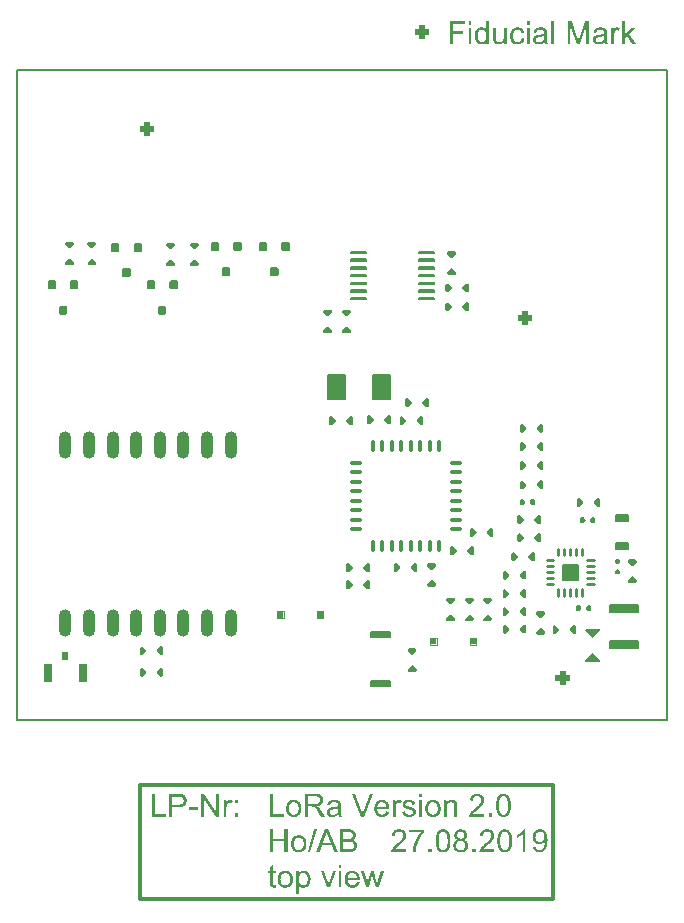
<source format=gtp>
G04*
G04 #@! TF.GenerationSoftware,Altium Limited,Altium Designer,18.1.9 (240)*
G04*
G04 Layer_Color=8421504*
%FSLAX44Y44*%
%MOMM*%
G71*
G01*
G75*
%ADD10C,0.2000*%
%ADD11C,0.3000*%
%ADD12C,0.1000*%
%ADD13C,0.2500*%
%ADD14C,0.3500*%
%ADD15C,0.3550*%
%ADD16R,1.2000X0.5000*%
%ADD17R,0.5000X1.2000*%
%ADD18R,1.3000X1.3000*%
%ADD19R,0.5500X0.5500*%
%ADD20R,1.0000X0.5000*%
%ADD21R,2.3000X0.5500*%
%ADD22R,0.6000X0.6500*%
%ADD23R,0.6500X1.6000*%
G04:AMPARAMS|DCode=24|XSize=1.1mm|YSize=2.3mm|CornerRadius=0.55mm|HoleSize=0mm|Usage=FLASHONLY|Rotation=180.000|XOffset=0mm|YOffset=0mm|HoleType=Round|Shape=RoundedRectangle|*
%AMROUNDEDRECTD24*
21,1,1.1000,1.2000,0,0,180.0*
21,1,0.0000,2.3000,0,0,180.0*
1,1,1.1000,0.0000,0.6000*
1,1,1.1000,0.0000,0.6000*
1,1,1.1000,0.0000,-0.6000*
1,1,1.1000,0.0000,-0.6000*
%
%ADD24ROUNDEDRECTD24*%
%ADD25R,1.4000X2.0000*%
%ADD26R,1.6000X0.4000*%
G36*
X1465556Y1691101D02*
X1463207D01*
Y1693800D01*
X1465556D01*
Y1691101D01*
D02*
G37*
G36*
X1416319D02*
X1413970D01*
Y1693800D01*
X1416319D01*
Y1691101D01*
D02*
G37*
G36*
X1431140Y1674580D02*
X1428941D01*
Y1676354D01*
X1428916Y1676329D01*
X1428891Y1676254D01*
X1428791Y1676154D01*
X1428691Y1676030D01*
X1428566Y1675880D01*
X1428391Y1675705D01*
X1428191Y1675505D01*
X1427966Y1675330D01*
X1427691Y1675130D01*
X1427416Y1674930D01*
X1427091Y1674755D01*
X1426741Y1674605D01*
X1426366Y1674480D01*
X1425941Y1674380D01*
X1425517Y1674305D01*
X1425042Y1674280D01*
X1424867D01*
X1424767Y1674305D01*
X1424617D01*
X1424442Y1674330D01*
X1424042Y1674405D01*
X1423567Y1674505D01*
X1423042Y1674655D01*
X1422492Y1674880D01*
X1421967Y1675180D01*
X1421942D01*
X1421918Y1675230D01*
X1421842Y1675280D01*
X1421743Y1675355D01*
X1421493Y1675555D01*
X1421193Y1675854D01*
X1420843Y1676204D01*
X1420493Y1676654D01*
X1420143Y1677154D01*
X1419818Y1677729D01*
Y1677754D01*
X1419793Y1677804D01*
X1419743Y1677904D01*
X1419693Y1678029D01*
X1419643Y1678179D01*
X1419593Y1678354D01*
X1419518Y1678579D01*
X1419443Y1678829D01*
X1419318Y1679379D01*
X1419193Y1680029D01*
X1419093Y1680728D01*
X1419068Y1681503D01*
Y1681528D01*
Y1681603D01*
Y1681703D01*
Y1681853D01*
X1419093Y1682053D01*
Y1682253D01*
X1419118Y1682503D01*
X1419143Y1682753D01*
X1419243Y1683353D01*
X1419343Y1683978D01*
X1419518Y1684627D01*
X1419743Y1685277D01*
Y1685302D01*
X1419768Y1685352D01*
X1419818Y1685452D01*
X1419868Y1685552D01*
X1419943Y1685702D01*
X1420043Y1685852D01*
X1420268Y1686252D01*
X1420568Y1686652D01*
X1420918Y1687102D01*
X1421343Y1687502D01*
X1421817Y1687876D01*
X1421842D01*
X1421893Y1687926D01*
X1421967Y1687951D01*
X1422067Y1688026D01*
X1422192Y1688101D01*
X1422342Y1688176D01*
X1422742Y1688351D01*
X1423192Y1688501D01*
X1423717Y1688651D01*
X1424317Y1688751D01*
X1424942Y1688801D01*
X1425142D01*
X1425392Y1688776D01*
X1425692Y1688726D01*
X1426041Y1688676D01*
X1426416Y1688576D01*
X1426791Y1688426D01*
X1427166Y1688251D01*
X1427216Y1688226D01*
X1427341Y1688151D01*
X1427516Y1688051D01*
X1427741Y1687876D01*
X1427991Y1687677D01*
X1428266Y1687452D01*
X1428541Y1687177D01*
X1428791Y1686877D01*
Y1693800D01*
X1431140D01*
Y1674580D01*
D02*
G37*
G36*
X1540362Y1688751D02*
X1540662Y1688701D01*
X1541037Y1688601D01*
X1541462Y1688476D01*
X1541887Y1688276D01*
X1542362Y1688026D01*
X1541537Y1685852D01*
X1541487Y1685877D01*
X1541387Y1685927D01*
X1541212Y1686002D01*
X1540987Y1686102D01*
X1540737Y1686202D01*
X1540437Y1686277D01*
X1540112Y1686327D01*
X1539787Y1686352D01*
X1539662D01*
X1539512Y1686327D01*
X1539312Y1686302D01*
X1539113Y1686227D01*
X1538862Y1686152D01*
X1538638Y1686027D01*
X1538388Y1685877D01*
X1538363Y1685852D01*
X1538288Y1685802D01*
X1538188Y1685677D01*
X1538063Y1685527D01*
X1537913Y1685352D01*
X1537763Y1685127D01*
X1537638Y1684877D01*
X1537513Y1684577D01*
Y1684552D01*
X1537488Y1684527D01*
Y1684452D01*
X1537463Y1684352D01*
X1537388Y1684102D01*
X1537338Y1683777D01*
X1537263Y1683353D01*
X1537188Y1682903D01*
X1537163Y1682378D01*
X1537138Y1681828D01*
Y1674580D01*
X1534789D01*
Y1688501D01*
X1536913D01*
Y1686377D01*
X1536938Y1686427D01*
X1536988Y1686502D01*
X1537038Y1686602D01*
X1537213Y1686852D01*
X1537388Y1687152D01*
X1537613Y1687502D01*
X1537863Y1687827D01*
X1538138Y1688101D01*
X1538388Y1688326D01*
X1538413Y1688351D01*
X1538513Y1688401D01*
X1538663Y1688476D01*
X1538837Y1688576D01*
X1539062Y1688651D01*
X1539337Y1688726D01*
X1539612Y1688776D01*
X1539912Y1688801D01*
X1540112D01*
X1540362Y1688751D01*
D02*
G37*
G36*
X1455784Y1688776D02*
X1455984D01*
X1456209Y1688751D01*
X1456434Y1688701D01*
X1456709Y1688651D01*
X1457283Y1688526D01*
X1457908Y1688326D01*
X1458508Y1688026D01*
X1458808Y1687852D01*
X1459083Y1687652D01*
X1459108Y1687626D01*
X1459158Y1687601D01*
X1459208Y1687527D01*
X1459308Y1687452D01*
X1459433Y1687327D01*
X1459558Y1687177D01*
X1459708Y1687002D01*
X1459858Y1686827D01*
X1460183Y1686352D01*
X1460483Y1685802D01*
X1460757Y1685152D01*
X1460957Y1684402D01*
X1458658Y1684052D01*
Y1684077D01*
X1458633Y1684102D01*
Y1684177D01*
X1458583Y1684277D01*
X1458508Y1684527D01*
X1458383Y1684827D01*
X1458208Y1685152D01*
X1458008Y1685502D01*
X1457783Y1685827D01*
X1457483Y1686127D01*
X1457458Y1686152D01*
X1457333Y1686252D01*
X1457159Y1686352D01*
X1456933Y1686502D01*
X1456634Y1686627D01*
X1456284Y1686752D01*
X1455909Y1686827D01*
X1455484Y1686852D01*
X1455309D01*
X1455184Y1686827D01*
X1455034Y1686802D01*
X1454859Y1686777D01*
X1454459Y1686702D01*
X1454009Y1686552D01*
X1453534Y1686327D01*
X1453284Y1686177D01*
X1453060Y1686002D01*
X1452835Y1685802D01*
X1452610Y1685577D01*
Y1685552D01*
X1452560Y1685527D01*
X1452510Y1685452D01*
X1452435Y1685327D01*
X1452360Y1685202D01*
X1452260Y1685027D01*
X1452160Y1684827D01*
X1452060Y1684602D01*
X1451960Y1684327D01*
X1451860Y1684027D01*
X1451760Y1683703D01*
X1451685Y1683353D01*
X1451610Y1682953D01*
X1451560Y1682528D01*
X1451535Y1682053D01*
X1451510Y1681553D01*
Y1681528D01*
Y1681428D01*
Y1681278D01*
X1451535Y1681103D01*
Y1680853D01*
X1451560Y1680603D01*
X1451610Y1680303D01*
X1451635Y1680004D01*
X1451760Y1679329D01*
X1451960Y1678654D01*
X1452210Y1678029D01*
X1452385Y1677729D01*
X1452560Y1677479D01*
X1452585Y1677454D01*
X1452610Y1677429D01*
X1452760Y1677279D01*
X1452984Y1677079D01*
X1453309Y1676854D01*
X1453709Y1676629D01*
X1454184Y1676429D01*
X1454734Y1676279D01*
X1455034Y1676254D01*
X1455359Y1676229D01*
X1455484D01*
X1455584Y1676254D01*
X1455834Y1676279D01*
X1456159Y1676329D01*
X1456534Y1676429D01*
X1456909Y1676579D01*
X1457283Y1676779D01*
X1457658Y1677054D01*
X1457708Y1677104D01*
X1457808Y1677204D01*
X1457983Y1677429D01*
X1458158Y1677704D01*
X1458358Y1678079D01*
X1458558Y1678529D01*
X1458733Y1679054D01*
X1458858Y1679679D01*
X1461182Y1679354D01*
Y1679329D01*
X1461157Y1679254D01*
X1461132Y1679129D01*
X1461107Y1678954D01*
X1461033Y1678754D01*
X1460983Y1678529D01*
X1460883Y1678254D01*
X1460782Y1677979D01*
X1460533Y1677379D01*
X1460183Y1676754D01*
X1459983Y1676454D01*
X1459758Y1676154D01*
X1459483Y1675880D01*
X1459208Y1675605D01*
X1459183Y1675580D01*
X1459133Y1675555D01*
X1459058Y1675480D01*
X1458933Y1675405D01*
X1458783Y1675305D01*
X1458608Y1675180D01*
X1458383Y1675055D01*
X1458158Y1674955D01*
X1457883Y1674830D01*
X1457583Y1674705D01*
X1456933Y1674480D01*
X1456209Y1674330D01*
X1455809Y1674305D01*
X1455384Y1674280D01*
X1455259D01*
X1455109Y1674305D01*
X1454909D01*
X1454659Y1674330D01*
X1454384Y1674380D01*
X1454084Y1674430D01*
X1453734Y1674505D01*
X1453384Y1674605D01*
X1453009Y1674730D01*
X1452635Y1674880D01*
X1452260Y1675055D01*
X1451885Y1675280D01*
X1451510Y1675530D01*
X1451135Y1675804D01*
X1450810Y1676129D01*
X1450785Y1676154D01*
X1450735Y1676229D01*
X1450660Y1676329D01*
X1450535Y1676479D01*
X1450410Y1676679D01*
X1450260Y1676904D01*
X1450110Y1677179D01*
X1449960Y1677504D01*
X1449785Y1677854D01*
X1449635Y1678254D01*
X1449485Y1678704D01*
X1449360Y1679179D01*
X1449236Y1679704D01*
X1449160Y1680253D01*
X1449111Y1680853D01*
X1449086Y1681478D01*
Y1681503D01*
Y1681578D01*
Y1681703D01*
Y1681853D01*
X1449111Y1682053D01*
X1449135Y1682278D01*
Y1682528D01*
X1449185Y1682803D01*
X1449261Y1683428D01*
X1449385Y1684077D01*
X1449560Y1684752D01*
X1449810Y1685402D01*
Y1685427D01*
X1449835Y1685477D01*
X1449885Y1685577D01*
X1449960Y1685677D01*
X1450135Y1685977D01*
X1450385Y1686352D01*
X1450685Y1686777D01*
X1451085Y1687202D01*
X1451560Y1687601D01*
X1452085Y1687951D01*
X1452110D01*
X1452160Y1687976D01*
X1452235Y1688026D01*
X1452360Y1688076D01*
X1452485Y1688151D01*
X1452660Y1688226D01*
X1453085Y1688376D01*
X1453559Y1688526D01*
X1454134Y1688676D01*
X1454759Y1688776D01*
X1455409Y1688801D01*
X1455634D01*
X1455784Y1688776D01*
D02*
G37*
G36*
X1516093Y1674580D02*
X1513644D01*
Y1690676D01*
X1508020Y1674580D01*
X1505746D01*
X1500197Y1690951D01*
Y1674580D01*
X1497748D01*
Y1693800D01*
X1501547D01*
X1506096Y1680178D01*
Y1680153D01*
X1506121Y1680103D01*
X1506146Y1680004D01*
X1506196Y1679879D01*
X1506246Y1679704D01*
X1506321Y1679529D01*
X1506446Y1679104D01*
X1506596Y1678654D01*
X1506746Y1678179D01*
X1506896Y1677729D01*
X1507021Y1677329D01*
X1507046Y1677379D01*
X1507096Y1677529D01*
X1507171Y1677779D01*
X1507271Y1678104D01*
X1507421Y1678554D01*
X1507596Y1679079D01*
X1507796Y1679704D01*
X1508045Y1680428D01*
X1512669Y1693800D01*
X1516093D01*
Y1674580D01*
D02*
G37*
G36*
X1446086D02*
X1443987D01*
Y1676629D01*
X1443962Y1676604D01*
X1443912Y1676529D01*
X1443812Y1676404D01*
X1443687Y1676254D01*
X1443512Y1676080D01*
X1443312Y1675880D01*
X1443087Y1675680D01*
X1442812Y1675455D01*
X1442512Y1675230D01*
X1442187Y1675030D01*
X1441812Y1674830D01*
X1441438Y1674655D01*
X1441013Y1674505D01*
X1440563Y1674380D01*
X1440063Y1674305D01*
X1439563Y1674280D01*
X1439363D01*
X1439113Y1674305D01*
X1438813Y1674330D01*
X1438463Y1674380D01*
X1438088Y1674480D01*
X1437663Y1674580D01*
X1437263Y1674730D01*
X1437214Y1674755D01*
X1437089Y1674805D01*
X1436889Y1674930D01*
X1436664Y1675055D01*
X1436414Y1675230D01*
X1436139Y1675430D01*
X1435889Y1675655D01*
X1435664Y1675905D01*
X1435639Y1675930D01*
X1435589Y1676030D01*
X1435489Y1676180D01*
X1435389Y1676404D01*
X1435264Y1676654D01*
X1435139Y1676954D01*
X1435039Y1677304D01*
X1434939Y1677679D01*
Y1677704D01*
X1434914Y1677804D01*
X1434889Y1677979D01*
Y1678229D01*
X1434864Y1678529D01*
X1434839Y1678904D01*
X1434814Y1679354D01*
Y1679879D01*
Y1688501D01*
X1437164D01*
Y1680778D01*
Y1680753D01*
Y1680703D01*
Y1680603D01*
Y1680478D01*
Y1680328D01*
Y1680153D01*
X1437189Y1679778D01*
Y1679354D01*
X1437214Y1678954D01*
X1437239Y1678579D01*
X1437263Y1678404D01*
X1437289Y1678279D01*
Y1678229D01*
X1437339Y1678129D01*
X1437388Y1677954D01*
X1437489Y1677754D01*
X1437614Y1677529D01*
X1437788Y1677279D01*
X1437988Y1677054D01*
X1438238Y1676829D01*
X1438263Y1676804D01*
X1438363Y1676754D01*
X1438513Y1676654D01*
X1438738Y1676579D01*
X1438988Y1676479D01*
X1439288Y1676379D01*
X1439638Y1676329D01*
X1440013Y1676304D01*
X1440188D01*
X1440413Y1676329D01*
X1440663Y1676379D01*
X1440963Y1676429D01*
X1441313Y1676529D01*
X1441662Y1676654D01*
X1442012Y1676829D01*
X1442062Y1676854D01*
X1442162Y1676929D01*
X1442337Y1677054D01*
X1442537Y1677229D01*
X1442762Y1677429D01*
X1442962Y1677679D01*
X1443162Y1677979D01*
X1443337Y1678304D01*
X1443362Y1678354D01*
X1443412Y1678479D01*
X1443462Y1678704D01*
X1443537Y1679004D01*
X1443612Y1679379D01*
X1443687Y1679854D01*
X1443712Y1680403D01*
X1443737Y1681028D01*
Y1688501D01*
X1446086D01*
Y1674580D01*
D02*
G37*
G36*
X1546111Y1682828D02*
X1551684Y1688501D01*
X1554758D01*
X1549435Y1683328D01*
X1555308Y1674580D01*
X1552384D01*
X1547760Y1681703D01*
X1546111Y1680078D01*
Y1674580D01*
X1543761D01*
Y1693800D01*
X1546111D01*
Y1682828D01*
D02*
G37*
G36*
X1526391Y1688776D02*
X1526791Y1688751D01*
X1527240Y1688701D01*
X1527740Y1688626D01*
X1528190Y1688526D01*
X1528640Y1688376D01*
X1528665D01*
X1528690Y1688351D01*
X1528815Y1688301D01*
X1529015Y1688201D01*
X1529265Y1688076D01*
X1529540Y1687926D01*
X1529815Y1687751D01*
X1530065Y1687527D01*
X1530290Y1687302D01*
X1530315Y1687277D01*
X1530365Y1687202D01*
X1530465Y1687052D01*
X1530590Y1686877D01*
X1530715Y1686652D01*
X1530840Y1686377D01*
X1530940Y1686077D01*
X1531039Y1685727D01*
Y1685702D01*
X1531064Y1685602D01*
X1531089Y1685452D01*
X1531115Y1685227D01*
Y1684927D01*
X1531140Y1684552D01*
X1531165Y1684102D01*
Y1683553D01*
Y1680403D01*
Y1680378D01*
Y1680253D01*
Y1680103D01*
Y1679879D01*
Y1679629D01*
Y1679329D01*
Y1679004D01*
X1531190Y1678654D01*
Y1677954D01*
X1531214Y1677279D01*
X1531239Y1676954D01*
Y1676679D01*
X1531264Y1676454D01*
X1531290Y1676254D01*
Y1676204D01*
X1531315Y1676104D01*
X1531364Y1675930D01*
X1531414Y1675730D01*
X1531514Y1675455D01*
X1531614Y1675180D01*
X1531739Y1674880D01*
X1531889Y1674580D01*
X1529415D01*
X1529390Y1674605D01*
X1529365Y1674705D01*
X1529290Y1674855D01*
X1529240Y1675080D01*
X1529140Y1675330D01*
X1529090Y1675630D01*
X1529015Y1675954D01*
X1528965Y1676329D01*
X1528940D01*
X1528915Y1676279D01*
X1528840Y1676229D01*
X1528740Y1676154D01*
X1528490Y1675954D01*
X1528140Y1675705D01*
X1527765Y1675455D01*
X1527341Y1675180D01*
X1526866Y1674930D01*
X1526416Y1674730D01*
X1526391D01*
X1526366Y1674705D01*
X1526291Y1674680D01*
X1526216Y1674655D01*
X1525966Y1674580D01*
X1525641Y1674505D01*
X1525266Y1674430D01*
X1524816Y1674355D01*
X1524341Y1674305D01*
X1523841Y1674280D01*
X1523616D01*
X1523466Y1674305D01*
X1523266D01*
X1523042Y1674330D01*
X1522542Y1674430D01*
X1521967Y1674555D01*
X1521392Y1674755D01*
X1520817Y1675030D01*
X1520567Y1675180D01*
X1520317Y1675380D01*
X1520292Y1675405D01*
X1520267Y1675430D01*
X1520117Y1675580D01*
X1519942Y1675829D01*
X1519717Y1676154D01*
X1519492Y1676579D01*
X1519292Y1677054D01*
X1519143Y1677604D01*
X1519118Y1677904D01*
X1519093Y1678229D01*
Y1678279D01*
Y1678404D01*
X1519118Y1678604D01*
X1519143Y1678854D01*
X1519193Y1679129D01*
X1519292Y1679454D01*
X1519393Y1679778D01*
X1519543Y1680103D01*
X1519568Y1680153D01*
X1519617Y1680253D01*
X1519742Y1680403D01*
X1519867Y1680603D01*
X1520042Y1680803D01*
X1520267Y1681028D01*
X1520492Y1681253D01*
X1520767Y1681453D01*
X1520792Y1681478D01*
X1520892Y1681528D01*
X1521067Y1681628D01*
X1521267Y1681753D01*
X1521517Y1681878D01*
X1521792Y1682003D01*
X1522117Y1682128D01*
X1522467Y1682228D01*
X1522492D01*
X1522592Y1682253D01*
X1522767Y1682303D01*
X1522992Y1682328D01*
X1523291Y1682403D01*
X1523641Y1682453D01*
X1524066Y1682503D01*
X1524566Y1682578D01*
X1524591D01*
X1524691Y1682603D01*
X1524841D01*
X1525041Y1682653D01*
X1525266Y1682678D01*
X1525541Y1682703D01*
X1525841Y1682753D01*
X1526166Y1682803D01*
X1526841Y1682928D01*
X1527540Y1683078D01*
X1528190Y1683228D01*
X1528490Y1683328D01*
X1528765Y1683403D01*
Y1683428D01*
Y1683478D01*
Y1683553D01*
X1528790Y1683652D01*
Y1683853D01*
Y1683952D01*
Y1684002D01*
Y1684027D01*
Y1684077D01*
Y1684152D01*
Y1684227D01*
X1528765Y1684502D01*
X1528715Y1684802D01*
X1528615Y1685152D01*
X1528515Y1685477D01*
X1528340Y1685802D01*
X1528115Y1686052D01*
X1528065Y1686077D01*
X1527940Y1686177D01*
X1527740Y1686302D01*
X1527440Y1686452D01*
X1527041Y1686602D01*
X1526591Y1686727D01*
X1526041Y1686827D01*
X1525416Y1686852D01*
X1525141D01*
X1524841Y1686827D01*
X1524491Y1686777D01*
X1524066Y1686702D01*
X1523666Y1686602D01*
X1523266Y1686452D01*
X1522942Y1686252D01*
X1522917Y1686227D01*
X1522817Y1686152D01*
X1522667Y1686002D01*
X1522517Y1685777D01*
X1522317Y1685502D01*
X1522142Y1685152D01*
X1521942Y1684702D01*
X1521792Y1684202D01*
X1519492Y1684527D01*
Y1684552D01*
X1519518Y1684602D01*
Y1684677D01*
X1519543Y1684777D01*
X1519617Y1685052D01*
X1519742Y1685377D01*
X1519867Y1685752D01*
X1520042Y1686152D01*
X1520267Y1686552D01*
X1520517Y1686902D01*
X1520542Y1686952D01*
X1520642Y1687052D01*
X1520817Y1687202D01*
X1521042Y1687427D01*
X1521342Y1687652D01*
X1521692Y1687876D01*
X1522117Y1688101D01*
X1522592Y1688301D01*
X1522617D01*
X1522667Y1688326D01*
X1522742Y1688351D01*
X1522842Y1688376D01*
X1522967Y1688426D01*
X1523117Y1688451D01*
X1523517Y1688551D01*
X1523966Y1688651D01*
X1524516Y1688726D01*
X1525116Y1688776D01*
X1525766Y1688801D01*
X1526216D01*
X1526391Y1688776D01*
D02*
G37*
G36*
X1486401Y1674580D02*
X1484052D01*
Y1693800D01*
X1486401D01*
Y1674580D01*
D02*
G37*
G36*
X1475679Y1688776D02*
X1476079Y1688751D01*
X1476528Y1688701D01*
X1477028Y1688626D01*
X1477478Y1688526D01*
X1477928Y1688376D01*
X1477953D01*
X1477978Y1688351D01*
X1478103Y1688301D01*
X1478303Y1688201D01*
X1478553Y1688076D01*
X1478828Y1687926D01*
X1479103Y1687751D01*
X1479353Y1687527D01*
X1479578Y1687302D01*
X1479603Y1687277D01*
X1479653Y1687202D01*
X1479753Y1687052D01*
X1479878Y1686877D01*
X1480003Y1686652D01*
X1480128Y1686377D01*
X1480228Y1686077D01*
X1480327Y1685727D01*
Y1685702D01*
X1480352Y1685602D01*
X1480378Y1685452D01*
X1480403Y1685227D01*
Y1684927D01*
X1480428Y1684552D01*
X1480453Y1684102D01*
Y1683553D01*
Y1680403D01*
Y1680378D01*
Y1680253D01*
Y1680103D01*
Y1679879D01*
Y1679629D01*
Y1679329D01*
Y1679004D01*
X1480477Y1678654D01*
Y1677954D01*
X1480502Y1677279D01*
X1480527Y1676954D01*
Y1676679D01*
X1480553Y1676454D01*
X1480578Y1676254D01*
Y1676204D01*
X1480602Y1676104D01*
X1480652Y1675930D01*
X1480702Y1675730D01*
X1480802Y1675455D01*
X1480902Y1675180D01*
X1481027Y1674880D01*
X1481177Y1674580D01*
X1478703D01*
X1478678Y1674605D01*
X1478653Y1674705D01*
X1478578Y1674855D01*
X1478528Y1675080D01*
X1478428Y1675330D01*
X1478378Y1675630D01*
X1478303Y1675954D01*
X1478253Y1676329D01*
X1478228D01*
X1478203Y1676279D01*
X1478128Y1676229D01*
X1478028Y1676154D01*
X1477778Y1675954D01*
X1477428Y1675705D01*
X1477053Y1675455D01*
X1476629Y1675180D01*
X1476154Y1674930D01*
X1475704Y1674730D01*
X1475679D01*
X1475654Y1674705D01*
X1475579Y1674680D01*
X1475504Y1674655D01*
X1475254Y1674580D01*
X1474929Y1674505D01*
X1474554Y1674430D01*
X1474104Y1674355D01*
X1473629Y1674305D01*
X1473129Y1674280D01*
X1472904D01*
X1472755Y1674305D01*
X1472554D01*
X1472330Y1674330D01*
X1471830Y1674430D01*
X1471255Y1674555D01*
X1470680Y1674755D01*
X1470105Y1675030D01*
X1469855Y1675180D01*
X1469605Y1675380D01*
X1469580Y1675405D01*
X1469555Y1675430D01*
X1469405Y1675580D01*
X1469230Y1675829D01*
X1469005Y1676154D01*
X1468781Y1676579D01*
X1468580Y1677054D01*
X1468431Y1677604D01*
X1468406Y1677904D01*
X1468381Y1678229D01*
Y1678279D01*
Y1678404D01*
X1468406Y1678604D01*
X1468431Y1678854D01*
X1468481Y1679129D01*
X1468580Y1679454D01*
X1468681Y1679778D01*
X1468831Y1680103D01*
X1468855Y1680153D01*
X1468905Y1680253D01*
X1469030Y1680403D01*
X1469155Y1680603D01*
X1469330Y1680803D01*
X1469555Y1681028D01*
X1469780Y1681253D01*
X1470055Y1681453D01*
X1470080Y1681478D01*
X1470180Y1681528D01*
X1470355Y1681628D01*
X1470555Y1681753D01*
X1470805Y1681878D01*
X1471080Y1682003D01*
X1471405Y1682128D01*
X1471755Y1682228D01*
X1471780D01*
X1471880Y1682253D01*
X1472055Y1682303D01*
X1472280Y1682328D01*
X1472579Y1682403D01*
X1472929Y1682453D01*
X1473354Y1682503D01*
X1473854Y1682578D01*
X1473879D01*
X1473979Y1682603D01*
X1474129D01*
X1474329Y1682653D01*
X1474554Y1682678D01*
X1474829Y1682703D01*
X1475129Y1682753D01*
X1475454Y1682803D01*
X1476129Y1682928D01*
X1476828Y1683078D01*
X1477478Y1683228D01*
X1477778Y1683328D01*
X1478053Y1683403D01*
Y1683428D01*
Y1683478D01*
Y1683553D01*
X1478078Y1683652D01*
Y1683853D01*
Y1683952D01*
Y1684002D01*
Y1684027D01*
Y1684077D01*
Y1684152D01*
Y1684227D01*
X1478053Y1684502D01*
X1478003Y1684802D01*
X1477903Y1685152D01*
X1477803Y1685477D01*
X1477628Y1685802D01*
X1477403Y1686052D01*
X1477353Y1686077D01*
X1477228Y1686177D01*
X1477028Y1686302D01*
X1476728Y1686452D01*
X1476328Y1686602D01*
X1475879Y1686727D01*
X1475329Y1686827D01*
X1474704Y1686852D01*
X1474429D01*
X1474129Y1686827D01*
X1473779Y1686777D01*
X1473354Y1686702D01*
X1472954Y1686602D01*
X1472554Y1686452D01*
X1472230Y1686252D01*
X1472205Y1686227D01*
X1472105Y1686152D01*
X1471955Y1686002D01*
X1471805Y1685777D01*
X1471605Y1685502D01*
X1471430Y1685152D01*
X1471230Y1684702D01*
X1471080Y1684202D01*
X1468781Y1684527D01*
Y1684552D01*
X1468806Y1684602D01*
Y1684677D01*
X1468831Y1684777D01*
X1468905Y1685052D01*
X1469030Y1685377D01*
X1469155Y1685752D01*
X1469330Y1686152D01*
X1469555Y1686552D01*
X1469805Y1686902D01*
X1469830Y1686952D01*
X1469930Y1687052D01*
X1470105Y1687202D01*
X1470330Y1687427D01*
X1470630Y1687652D01*
X1470980Y1687876D01*
X1471405Y1688101D01*
X1471880Y1688301D01*
X1471905D01*
X1471955Y1688326D01*
X1472030Y1688351D01*
X1472130Y1688376D01*
X1472255Y1688426D01*
X1472404Y1688451D01*
X1472804Y1688551D01*
X1473254Y1688651D01*
X1473804Y1688726D01*
X1474404Y1688776D01*
X1475054Y1688801D01*
X1475504D01*
X1475679Y1688776D01*
D02*
G37*
G36*
X1465556Y1674580D02*
X1463207D01*
Y1688501D01*
X1465556D01*
Y1674580D01*
D02*
G37*
G36*
X1416319D02*
X1413970D01*
Y1688501D01*
X1416319D01*
Y1674580D01*
D02*
G37*
G36*
X1410970Y1691526D02*
X1400548D01*
Y1685577D01*
X1409571D01*
Y1683303D01*
X1400548D01*
Y1674580D01*
X1397999D01*
Y1693800D01*
X1410970D01*
Y1691526D01*
D02*
G37*
G36*
X1144499Y1605080D02*
X1147999D01*
Y1600080D01*
X1144499D01*
Y1596580D01*
X1139499D01*
Y1600080D01*
X1135999D01*
Y1605080D01*
X1139499D01*
Y1608580D01*
X1144499D01*
Y1605080D01*
D02*
G37*
G36*
X1098721Y1506330D02*
Y1504930D01*
X1095521Y1501730D01*
X1094521D01*
X1091221Y1504730D01*
Y1506330D01*
X1092321Y1507330D01*
X1097721D01*
X1098721Y1506330D01*
D02*
G37*
G36*
X1079699D02*
Y1504930D01*
X1076499Y1501730D01*
X1075499D01*
X1072199Y1504730D01*
Y1506330D01*
X1073299Y1507330D01*
X1078699D01*
X1079699Y1506330D01*
D02*
G37*
G36*
X1185321Y1505580D02*
Y1504180D01*
X1182121Y1500980D01*
X1181121D01*
X1177821Y1503980D01*
Y1505580D01*
X1178921Y1506580D01*
X1184321D01*
X1185321Y1505580D01*
D02*
G37*
G36*
X1165199D02*
Y1504180D01*
X1161999Y1500980D01*
X1160999D01*
X1157699Y1503980D01*
Y1505580D01*
X1158799Y1506580D01*
X1164199D01*
X1165199Y1505580D01*
D02*
G37*
G36*
X1261499Y1507080D02*
X1262499Y1506080D01*
Y1500580D01*
X1261499Y1499580D01*
X1256499Y1499580D01*
X1255499Y1500580D01*
Y1506080D01*
X1256499Y1507080D01*
X1261499Y1507080D01*
D02*
G37*
G36*
X1242499D02*
X1243499Y1506080D01*
Y1500580D01*
X1242499Y1499580D01*
X1237499Y1499580D01*
X1236499Y1500580D01*
Y1506080D01*
X1237499Y1507080D01*
X1242499Y1507080D01*
D02*
G37*
G36*
X1220749D02*
X1221749Y1506080D01*
Y1500580D01*
X1220749Y1499580D01*
X1215749Y1499580D01*
X1214749Y1500580D01*
Y1506080D01*
X1215749Y1507080D01*
X1220749Y1507080D01*
D02*
G37*
G36*
X1201749D02*
X1202748Y1506080D01*
Y1500580D01*
X1201749Y1499580D01*
X1196749Y1499580D01*
X1195749Y1500580D01*
Y1506080D01*
X1196749Y1507080D01*
X1201749Y1507080D01*
D02*
G37*
G36*
X1136249Y1506330D02*
X1137249Y1505330D01*
Y1499830D01*
X1136249Y1498830D01*
X1131249Y1498830D01*
X1130249Y1499830D01*
Y1505330D01*
X1131249Y1506330D01*
X1136249Y1506330D01*
D02*
G37*
G36*
X1117249D02*
X1118249Y1505330D01*
Y1499830D01*
X1117249Y1498830D01*
X1112249Y1498830D01*
X1111249Y1499830D01*
Y1505330D01*
X1112249Y1506330D01*
X1117249Y1506330D01*
D02*
G37*
G36*
X1385749Y1498580D02*
Y1497580D01*
X1384749Y1496580D01*
X1371749D01*
X1370749Y1497580D01*
Y1498580D01*
X1371749Y1499580D01*
X1384749D01*
X1385749Y1498580D01*
D02*
G37*
G36*
X1328249Y1498580D02*
Y1497580D01*
X1327249Y1496580D01*
X1314249D01*
X1313249Y1497580D01*
Y1498580D01*
X1314249Y1499580D01*
X1327249D01*
X1328249Y1498580D01*
D02*
G37*
G36*
X1403449Y1498330D02*
Y1496930D01*
X1400249Y1493730D01*
X1399249D01*
X1395949Y1496730D01*
Y1498330D01*
X1397049Y1499330D01*
X1402449D01*
X1403449Y1498330D01*
D02*
G37*
G36*
X1385749Y1492080D02*
Y1491080D01*
X1384749Y1490080D01*
X1371749D01*
X1370749Y1491080D01*
Y1492080D01*
X1371749Y1493080D01*
X1384749D01*
X1385749Y1492080D01*
D02*
G37*
G36*
X1328249Y1492080D02*
Y1491080D01*
X1327249Y1490080D01*
X1314249D01*
X1313249Y1491080D01*
Y1492080D01*
X1314249Y1493080D01*
X1327249D01*
X1328249Y1492080D01*
D02*
G37*
G36*
X1098821Y1489930D02*
Y1488330D01*
X1097721Y1487330D01*
X1092321D01*
X1091321Y1488330D01*
Y1489730D01*
X1094521Y1492930D01*
X1095521D01*
X1098821Y1489930D01*
D02*
G37*
G36*
X1079799D02*
Y1488330D01*
X1078699Y1487330D01*
X1073299D01*
X1072299Y1488330D01*
Y1489730D01*
X1075499Y1492930D01*
X1076499D01*
X1079799Y1489930D01*
D02*
G37*
G36*
X1185421Y1489180D02*
Y1487580D01*
X1184321Y1486580D01*
X1178921D01*
X1177921Y1487580D01*
Y1488980D01*
X1181121Y1492180D01*
X1182121D01*
X1185421Y1489180D01*
D02*
G37*
G36*
X1165299D02*
Y1487580D01*
X1164199Y1486580D01*
X1158799D01*
X1157799Y1487580D01*
Y1488980D01*
X1160999Y1492180D01*
X1161999D01*
X1165299Y1489180D01*
D02*
G37*
G36*
X1385749Y1485580D02*
Y1484580D01*
X1384749Y1483580D01*
X1371749D01*
X1370749Y1484580D01*
Y1485580D01*
X1371749Y1486580D01*
X1384749D01*
X1385749Y1485580D01*
D02*
G37*
G36*
X1328249Y1485580D02*
Y1484580D01*
X1327249Y1483580D01*
X1314249D01*
X1313249Y1484580D01*
Y1485580D01*
X1314249Y1486580D01*
X1327249D01*
X1328249Y1485580D01*
D02*
G37*
G36*
X1403549Y1481930D02*
Y1480330D01*
X1402449Y1479330D01*
X1397049D01*
X1396049Y1480330D01*
Y1481730D01*
X1399249Y1484930D01*
X1400249D01*
X1403549Y1481930D01*
D02*
G37*
G36*
X1251999Y1485580D02*
X1252999Y1484580D01*
Y1479080D01*
X1251999Y1478080D01*
X1246999Y1478080D01*
X1245999Y1479080D01*
Y1484580D01*
X1246999Y1485580D01*
X1251999Y1485580D01*
D02*
G37*
G36*
X1211249D02*
X1212249Y1484580D01*
Y1479080D01*
X1211249Y1478080D01*
X1206249Y1478080D01*
X1205248Y1479080D01*
Y1484580D01*
X1206249Y1485580D01*
X1211249Y1485580D01*
D02*
G37*
G36*
X1126749Y1484830D02*
X1127749Y1483830D01*
Y1478330D01*
X1126749Y1477330D01*
X1121749Y1477330D01*
X1120749Y1478330D01*
Y1483830D01*
X1121749Y1484830D01*
X1126749Y1484830D01*
D02*
G37*
G36*
X1385749Y1479080D02*
Y1478080D01*
X1384749Y1477080D01*
X1371749D01*
X1370749Y1478080D01*
Y1479080D01*
X1371749Y1480080D01*
X1384749D01*
X1385749Y1479080D01*
D02*
G37*
G36*
X1328249Y1479080D02*
Y1478080D01*
X1327249Y1477080D01*
X1314249D01*
X1313249Y1478080D01*
Y1479080D01*
X1314249Y1480080D01*
X1327249D01*
X1328249Y1479080D01*
D02*
G37*
G36*
X1385749Y1472580D02*
Y1471580D01*
X1384749Y1470580D01*
X1371749D01*
X1370749Y1471580D01*
Y1472580D01*
X1371749Y1473580D01*
X1384749D01*
X1385749Y1472580D01*
D02*
G37*
G36*
X1328249Y1472580D02*
Y1471580D01*
X1327249Y1470580D01*
X1314249D01*
X1313249Y1471580D01*
Y1472580D01*
X1314249Y1473580D01*
X1327249D01*
X1328249Y1472580D01*
D02*
G37*
G36*
X1166648Y1474580D02*
X1167648Y1473580D01*
Y1468080D01*
X1166648Y1467080D01*
X1161648Y1467080D01*
X1160648Y1468080D01*
Y1473580D01*
X1161648Y1474580D01*
X1166648Y1474580D01*
D02*
G37*
G36*
X1147648D02*
X1148648Y1473580D01*
Y1468080D01*
X1147648Y1467080D01*
X1142648Y1467080D01*
X1141648Y1468080D01*
Y1473580D01*
X1142648Y1474580D01*
X1147648Y1474580D01*
D02*
G37*
G36*
X1082548Y1474580D02*
X1083548Y1473580D01*
Y1468080D01*
X1082548Y1467080D01*
X1077548Y1467080D01*
X1076548Y1468080D01*
Y1473580D01*
X1077548Y1474580D01*
X1082548Y1474580D01*
D02*
G37*
G36*
X1063548D02*
X1064548Y1473580D01*
Y1468080D01*
X1063548Y1467080D01*
X1058548Y1467080D01*
X1057548Y1468080D01*
Y1473580D01*
X1058548Y1474580D01*
X1063548Y1474580D01*
D02*
G37*
G36*
X1414249Y1470795D02*
Y1465395D01*
X1413249Y1464395D01*
X1411849D01*
X1408649Y1467595D01*
Y1468595D01*
X1411649Y1471895D01*
X1413249D01*
X1414249Y1470795D01*
D02*
G37*
G36*
X1399849Y1468595D02*
Y1467595D01*
X1396849Y1464295D01*
X1395249D01*
X1394249Y1465395D01*
Y1470795D01*
X1395249Y1471795D01*
X1396649D01*
X1399849Y1468595D01*
D02*
G37*
G36*
X1385749Y1466080D02*
Y1465080D01*
X1384749Y1464080D01*
X1371749D01*
X1370749Y1465080D01*
Y1466080D01*
X1371749Y1467080D01*
X1384749D01*
X1385749Y1466080D01*
D02*
G37*
G36*
X1328249Y1466080D02*
Y1465080D01*
X1327249Y1464080D01*
X1314249D01*
X1313249Y1465080D01*
Y1466080D01*
X1314249Y1467080D01*
X1327249D01*
X1328249Y1466080D01*
D02*
G37*
G36*
X1385749Y1459580D02*
Y1458580D01*
X1384749Y1457580D01*
X1371749D01*
X1370749Y1458580D01*
Y1459580D01*
X1371749Y1460580D01*
X1384749D01*
X1385749Y1459580D01*
D02*
G37*
G36*
X1328249Y1459580D02*
Y1458580D01*
X1327249Y1457580D01*
X1314249D01*
X1313249Y1458580D01*
Y1459580D01*
X1314249Y1460580D01*
X1327249D01*
X1328249Y1459580D01*
D02*
G37*
G36*
X1414249Y1454787D02*
Y1449387D01*
X1413249Y1448387D01*
X1411849D01*
X1408649Y1451587D01*
Y1452587D01*
X1411649Y1455887D01*
X1413249D01*
X1414249Y1454787D01*
D02*
G37*
G36*
X1399849Y1452587D02*
Y1451587D01*
X1396849Y1448287D01*
X1395249D01*
X1394249Y1449387D01*
Y1454787D01*
X1395249Y1455787D01*
X1396649D01*
X1399849Y1452587D01*
D02*
G37*
G36*
X1157148Y1453080D02*
X1158148Y1452080D01*
Y1446580D01*
X1157148Y1445580D01*
X1152148Y1445580D01*
X1151148Y1446580D01*
Y1452080D01*
X1152148Y1453080D01*
X1157148Y1453080D01*
D02*
G37*
G36*
X1073048Y1453080D02*
X1074048Y1452080D01*
Y1446580D01*
X1073048Y1445580D01*
X1068048Y1445580D01*
X1067048Y1446580D01*
Y1452080D01*
X1068048Y1453080D01*
X1073048Y1453080D01*
D02*
G37*
G36*
X1314199Y1448830D02*
Y1447430D01*
X1310999Y1444230D01*
X1309999D01*
X1306699Y1447230D01*
Y1448830D01*
X1307799Y1449830D01*
X1313199D01*
X1314199Y1448830D01*
D02*
G37*
G36*
X1298199D02*
Y1447430D01*
X1294999Y1444230D01*
X1293999D01*
X1290699Y1447230D01*
Y1448830D01*
X1291799Y1449830D01*
X1297199D01*
X1298199Y1448830D01*
D02*
G37*
G36*
X1464499Y1445080D02*
X1467999D01*
Y1440080D01*
X1464499D01*
Y1436580D01*
X1459499D01*
Y1440080D01*
X1455999D01*
Y1445080D01*
X1459499D01*
Y1448580D01*
X1464499D01*
Y1445080D01*
D02*
G37*
G36*
X1314299Y1432430D02*
Y1430830D01*
X1313199Y1429830D01*
X1307799D01*
X1306799Y1430830D01*
Y1432230D01*
X1309999Y1435430D01*
X1310999D01*
X1314299Y1432430D01*
D02*
G37*
G36*
X1298299D02*
Y1430830D01*
X1297199Y1429830D01*
X1291799D01*
X1290799Y1430830D01*
Y1432230D01*
X1293999Y1435430D01*
X1294999D01*
X1298299Y1432430D01*
D02*
G37*
G36*
X1380499Y1373984D02*
Y1368584D01*
X1379498Y1367584D01*
X1378098D01*
X1374899Y1370784D01*
Y1371784D01*
X1377899Y1375084D01*
X1379498D01*
X1380499Y1373984D01*
D02*
G37*
G36*
X1366098Y1371784D02*
Y1370784D01*
X1363098Y1367484D01*
X1361499D01*
X1360499Y1368584D01*
Y1373984D01*
X1361499Y1374984D01*
X1362899D01*
X1366098Y1371784D01*
D02*
G37*
G36*
X1347999Y1359189D02*
Y1353789D01*
X1346998Y1352789D01*
X1345598D01*
X1342399Y1355989D01*
Y1356989D01*
X1345399Y1360289D01*
X1346998D01*
X1347999Y1359189D01*
D02*
G37*
G36*
X1333598Y1356989D02*
Y1355989D01*
X1330598Y1352689D01*
X1328999D01*
X1327999Y1353789D01*
Y1359189D01*
X1328999Y1360189D01*
X1330399D01*
X1333598Y1356989D01*
D02*
G37*
G36*
X1375499Y1358689D02*
Y1353289D01*
X1374498Y1352289D01*
X1373098D01*
X1369899Y1355489D01*
Y1356489D01*
X1372899Y1359789D01*
X1374498D01*
X1375499Y1358689D01*
D02*
G37*
G36*
X1315999D02*
Y1353289D01*
X1314998Y1352289D01*
X1313598D01*
X1310399Y1355489D01*
Y1356489D01*
X1313398Y1359789D01*
X1314998D01*
X1315999Y1358689D01*
D02*
G37*
G36*
X1361098Y1356489D02*
Y1355489D01*
X1358098Y1352189D01*
X1356499D01*
X1355499Y1353289D01*
Y1358689D01*
X1356499Y1359689D01*
X1357899D01*
X1361098Y1356489D01*
D02*
G37*
G36*
X1301599D02*
Y1355489D01*
X1298598Y1352189D01*
X1296998D01*
X1295999Y1353289D01*
Y1358689D01*
X1296998Y1359689D01*
X1298398D01*
X1301599Y1356489D01*
D02*
G37*
G36*
X1477249Y1352032D02*
Y1346633D01*
X1476249Y1345632D01*
X1474849D01*
X1471649Y1348833D01*
Y1349832D01*
X1474649Y1353132D01*
X1476249D01*
X1477249Y1352032D01*
D02*
G37*
G36*
X1462849Y1349832D02*
Y1348833D01*
X1459849Y1345533D01*
X1458249D01*
X1457249Y1346633D01*
Y1352032D01*
X1458249Y1353033D01*
X1459649D01*
X1462849Y1349832D01*
D02*
G37*
G36*
X1477249Y1336532D02*
Y1331132D01*
X1476249Y1330132D01*
X1474849D01*
X1471649Y1333332D01*
Y1334332D01*
X1474649Y1337632D01*
X1476249D01*
X1477249Y1336532D01*
D02*
G37*
G36*
X1462849Y1334332D02*
Y1333332D01*
X1459849Y1330032D01*
X1458249D01*
X1457249Y1331132D01*
Y1336532D01*
X1458249Y1337532D01*
X1459649D01*
X1462849Y1334332D01*
D02*
G37*
G36*
X1477249Y1320282D02*
Y1314882D01*
X1476249Y1313882D01*
X1474849D01*
X1471649Y1317082D01*
Y1318082D01*
X1474649Y1321382D01*
X1476249D01*
X1477249Y1320282D01*
D02*
G37*
G36*
X1462849Y1318082D02*
Y1317082D01*
X1459849Y1313782D01*
X1458249D01*
X1457249Y1314882D01*
Y1320282D01*
X1458249Y1321282D01*
X1459649D01*
X1462849Y1318082D01*
D02*
G37*
G36*
X1477249Y1304030D02*
Y1298630D01*
X1476249Y1297630D01*
X1474849D01*
X1471649Y1300830D01*
Y1301830D01*
X1474649Y1305130D01*
X1476249D01*
X1477249Y1304030D01*
D02*
G37*
G36*
X1462849Y1301830D02*
Y1300830D01*
X1459849Y1297530D01*
X1458249D01*
X1457249Y1298630D01*
Y1304030D01*
X1458249Y1305030D01*
X1459649D01*
X1462849Y1301830D01*
D02*
G37*
G36*
X1469868Y1288030D02*
Y1285055D01*
X1468918Y1284080D01*
X1467043D01*
X1465592Y1285955D01*
Y1287205D01*
X1467043Y1289080D01*
X1468893D01*
X1469868Y1288030D01*
D02*
G37*
G36*
X1461642Y1287205D02*
Y1285955D01*
X1460193Y1284080D01*
X1458318D01*
X1457368Y1285055D01*
Y1288030D01*
X1458342Y1289080D01*
X1460193D01*
X1461642Y1287205D01*
D02*
G37*
G36*
X1525553Y1288984D02*
Y1283584D01*
X1524553Y1282584D01*
X1523153D01*
X1519953Y1285784D01*
Y1286784D01*
X1522953Y1290084D01*
X1524553D01*
X1525553Y1288984D01*
D02*
G37*
G36*
X1511153Y1286784D02*
Y1285784D01*
X1508153Y1282484D01*
X1506553D01*
X1505553Y1283584D01*
Y1288984D01*
X1506553Y1289984D01*
X1507953D01*
X1511153Y1286784D01*
D02*
G37*
G36*
X1521053Y1272734D02*
Y1269759D01*
X1520103Y1268784D01*
X1518228D01*
X1516778Y1270659D01*
Y1271909D01*
X1518228Y1273784D01*
X1520078D01*
X1521053Y1272734D01*
D02*
G37*
G36*
X1512828Y1271909D02*
Y1270659D01*
X1511378Y1268784D01*
X1509503D01*
X1508553Y1269759D01*
Y1272734D01*
X1509528Y1273784D01*
X1511378D01*
X1512828Y1271909D01*
D02*
G37*
G36*
X1475249Y1274780D02*
Y1269380D01*
X1474249Y1268380D01*
X1472849D01*
X1469649Y1271580D01*
Y1272580D01*
X1472649Y1275880D01*
X1474249D01*
X1475249Y1274780D01*
D02*
G37*
G36*
X1460849Y1272580D02*
Y1271580D01*
X1457849Y1268280D01*
X1456249D01*
X1455249Y1269380D01*
Y1274780D01*
X1456249Y1275780D01*
X1457649D01*
X1460849Y1272580D01*
D02*
G37*
G36*
X1434999Y1263780D02*
X1434999Y1258380D01*
X1433999Y1257380D01*
X1432599D01*
X1429399Y1260580D01*
X1429399Y1261580D01*
X1432399Y1264880D01*
X1433999Y1264880D01*
X1434999Y1263780D01*
D02*
G37*
G36*
X1417399Y1264780D02*
X1420599Y1261580D01*
X1420599Y1260580D01*
X1417599Y1257280D01*
X1415999D01*
X1414999Y1258380D01*
X1414999Y1263780D01*
X1415999Y1264780D01*
X1417399Y1264780D01*
D02*
G37*
G36*
X1475249Y1259280D02*
Y1253880D01*
X1474249Y1252880D01*
X1472849D01*
X1469649Y1256080D01*
Y1257080D01*
X1472649Y1260380D01*
X1474249D01*
X1475249Y1259280D01*
D02*
G37*
G36*
X1460849Y1257080D02*
Y1256080D01*
X1457849Y1252780D01*
X1456249D01*
X1455249Y1253880D01*
Y1259280D01*
X1456249Y1260280D01*
X1457649D01*
X1460849Y1257080D01*
D02*
G37*
G36*
X1417249Y1249422D02*
X1418249Y1248322D01*
X1418249Y1242922D01*
X1417249Y1241922D01*
X1415849D01*
X1412649Y1245122D01*
Y1246122D01*
X1415649Y1249422D01*
X1417249Y1249422D01*
D02*
G37*
G36*
X1403849Y1246122D02*
Y1245122D01*
X1400849Y1241822D01*
X1399249Y1241822D01*
X1398249Y1242922D01*
X1398248Y1248322D01*
X1399249Y1249322D01*
X1400649D01*
X1403849Y1246122D01*
D02*
G37*
G36*
X1470249Y1243280D02*
Y1237880D01*
X1469249Y1236880D01*
X1467849D01*
X1464649Y1240080D01*
Y1241080D01*
X1467649Y1244380D01*
X1469249D01*
X1470249Y1243280D01*
D02*
G37*
G36*
X1455849Y1241080D02*
Y1240080D01*
X1452849Y1236780D01*
X1451249D01*
X1450249Y1237880D01*
Y1243280D01*
X1451249Y1244280D01*
X1452649D01*
X1455849Y1241080D01*
D02*
G37*
G36*
X1542499Y1237630D02*
Y1235755D01*
X1540624Y1234305D01*
X1539374D01*
X1537499Y1235755D01*
Y1237605D01*
X1538549Y1238580D01*
X1541524D01*
X1542499Y1237630D01*
D02*
G37*
G36*
X1556199Y1237330D02*
Y1235930D01*
X1552999Y1232730D01*
X1551999D01*
X1548699Y1235730D01*
Y1237330D01*
X1549799Y1238330D01*
X1555199D01*
X1556199Y1237330D01*
D02*
G37*
G36*
X1386449Y1234330D02*
Y1232930D01*
X1383248Y1229730D01*
X1382249D01*
X1378949Y1232730D01*
Y1234330D01*
X1380049Y1235330D01*
X1385448D01*
X1386449Y1234330D01*
D02*
G37*
G36*
X1330386Y1234284D02*
Y1228884D01*
X1329386Y1227884D01*
X1327986D01*
X1324786Y1231084D01*
Y1232084D01*
X1327786Y1235384D01*
X1329386D01*
X1330386Y1234284D01*
D02*
G37*
G36*
X1370499Y1234234D02*
Y1228834D01*
X1369498Y1227834D01*
X1368098D01*
X1364899Y1231034D01*
Y1232034D01*
X1367899Y1235334D01*
X1369498D01*
X1370499Y1234234D01*
D02*
G37*
G36*
X1315986Y1232084D02*
Y1231084D01*
X1312986Y1227784D01*
X1311386D01*
X1310386Y1228884D01*
Y1234284D01*
X1311386Y1235284D01*
X1312786D01*
X1315986Y1232084D01*
D02*
G37*
G36*
X1356098Y1232034D02*
Y1231034D01*
X1353098Y1227734D01*
X1351499D01*
X1350499Y1228834D01*
Y1234234D01*
X1351499Y1235234D01*
X1352899D01*
X1356098Y1232034D01*
D02*
G37*
G36*
X1542499Y1228905D02*
Y1227030D01*
X1541524Y1226080D01*
X1538549D01*
X1537499Y1227055D01*
Y1228905D01*
X1539374Y1230355D01*
X1540624D01*
X1542499Y1228905D01*
D02*
G37*
G36*
X1462749Y1227780D02*
Y1222380D01*
X1461749Y1221380D01*
X1460349D01*
X1457149Y1224580D01*
Y1225580D01*
X1460149Y1228880D01*
X1461749D01*
X1462749Y1227780D01*
D02*
G37*
G36*
X1448349Y1225580D02*
Y1224580D01*
X1445349Y1221280D01*
X1443749D01*
X1442749Y1222380D01*
Y1227780D01*
X1443749Y1228780D01*
X1445149D01*
X1448349Y1225580D01*
D02*
G37*
G36*
X1556299Y1220930D02*
Y1219330D01*
X1555199Y1218330D01*
X1549799D01*
X1548799Y1219330D01*
Y1220730D01*
X1551999Y1223930D01*
X1552999D01*
X1556299Y1220930D01*
D02*
G37*
G36*
X1386548Y1217930D02*
Y1216330D01*
X1385448Y1215330D01*
X1380049D01*
X1379048Y1216330D01*
Y1217730D01*
X1382249Y1220930D01*
X1383248D01*
X1386548Y1217930D01*
D02*
G37*
G36*
X1330386Y1219534D02*
Y1214134D01*
X1329386Y1213134D01*
X1327986D01*
X1324786Y1216334D01*
Y1217334D01*
X1327786Y1220634D01*
X1329386D01*
X1330386Y1219534D01*
D02*
G37*
G36*
X1315986Y1217334D02*
Y1216334D01*
X1312986Y1213034D01*
X1311386D01*
X1310386Y1214134D01*
Y1219534D01*
X1311386Y1220534D01*
X1312786D01*
X1315986Y1217334D01*
D02*
G37*
G36*
X1462748Y1212280D02*
Y1206880D01*
X1461748Y1205880D01*
X1460348D01*
X1457148Y1209080D01*
Y1210080D01*
X1460148Y1213380D01*
X1461748D01*
X1462748Y1212280D01*
D02*
G37*
G36*
X1448348Y1210080D02*
Y1209080D01*
X1445348Y1205780D01*
X1443748D01*
X1442748Y1206880D01*
Y1212280D01*
X1443748Y1213280D01*
X1445148D01*
X1448348Y1210080D01*
D02*
G37*
G36*
X1402449Y1205030D02*
Y1203630D01*
X1399249Y1200430D01*
X1398249D01*
X1394949Y1203429D01*
Y1205030D01*
X1396049Y1206030D01*
X1401449D01*
X1402449Y1205030D01*
D02*
G37*
G36*
X1418199Y1204830D02*
Y1203430D01*
X1414999Y1200230D01*
X1413999D01*
X1410699Y1203230D01*
Y1204830D01*
X1411799Y1205830D01*
X1417199D01*
X1418199Y1204830D01*
D02*
G37*
G36*
X1433449Y1204830D02*
Y1203430D01*
X1430249Y1200230D01*
X1429249D01*
X1425949Y1203230D01*
Y1204830D01*
X1427049Y1205830D01*
X1432449D01*
X1433449Y1204830D01*
D02*
G37*
G36*
X1517649Y1198609D02*
Y1195634D01*
X1516674Y1194585D01*
X1514824D01*
X1513374Y1196460D01*
Y1197709D01*
X1514824Y1199584D01*
X1516699D01*
X1517649Y1198609D01*
D02*
G37*
G36*
X1509424Y1197709D02*
Y1196460D01*
X1507974Y1194585D01*
X1506124D01*
X1505149Y1195634D01*
Y1198609D01*
X1506099Y1199584D01*
X1507974D01*
X1509424Y1197709D01*
D02*
G37*
G36*
X1462749Y1197030D02*
Y1191630D01*
X1461749Y1190630D01*
X1460349D01*
X1457149Y1193830D01*
Y1194830D01*
X1460149Y1198130D01*
X1461749D01*
X1462749Y1197030D01*
D02*
G37*
G36*
X1448349Y1194830D02*
Y1193830D01*
X1445349Y1190530D01*
X1443749D01*
X1442749Y1191630D01*
Y1197030D01*
X1443749Y1198030D01*
X1445149D01*
X1448349Y1194830D01*
D02*
G37*
G36*
X1478501Y1193705D02*
Y1192305D01*
X1475301Y1189105D01*
X1474301D01*
X1471001Y1192105D01*
Y1193705D01*
X1472101Y1194705D01*
X1477501D01*
X1478501Y1193705D01*
D02*
G37*
G36*
X1402549Y1188630D02*
Y1187029D01*
X1401449Y1186030D01*
X1396049D01*
X1395049Y1187029D01*
Y1188429D01*
X1398249Y1191629D01*
X1399249D01*
X1402549Y1188630D01*
D02*
G37*
G36*
X1418299Y1188430D02*
Y1186830D01*
X1417199Y1185830D01*
X1411799D01*
X1410799Y1186830D01*
Y1188230D01*
X1413999Y1191430D01*
X1414999D01*
X1418299Y1188430D01*
D02*
G37*
G36*
X1433549Y1188430D02*
Y1186830D01*
X1432449Y1185830D01*
X1427049D01*
X1426049Y1186830D01*
Y1188230D01*
X1429249Y1191430D01*
X1430249D01*
X1433549Y1188430D01*
D02*
G37*
G36*
X1462749Y1182030D02*
Y1176630D01*
X1461749Y1175630D01*
X1460349D01*
X1457149Y1178830D01*
Y1179830D01*
X1460149Y1183130D01*
X1461749D01*
X1462749Y1182030D01*
D02*
G37*
G36*
X1448349Y1179830D02*
Y1178830D01*
X1445349Y1175530D01*
X1443749D01*
X1442749Y1176630D01*
Y1182030D01*
X1443749Y1183030D01*
X1445149D01*
X1448349Y1179830D01*
D02*
G37*
G36*
X1505054Y1181530D02*
Y1176130D01*
X1504054Y1175130D01*
X1502654D01*
X1499454Y1178330D01*
Y1179330D01*
X1502454Y1182630D01*
X1504054D01*
X1505054Y1181530D01*
D02*
G37*
G36*
X1490654Y1179330D02*
Y1178330D01*
X1487654Y1175030D01*
X1486054D01*
X1485054Y1176130D01*
Y1181530D01*
X1486054Y1182530D01*
X1487454D01*
X1490654Y1179330D01*
D02*
G37*
G36*
X1478601Y1177305D02*
Y1175705D01*
X1477501Y1174705D01*
X1472101D01*
X1471101Y1175705D01*
Y1177105D01*
X1474301Y1180305D01*
X1475301D01*
X1478601Y1177305D01*
D02*
G37*
G36*
X1525053Y1178760D02*
X1524853Y1178160D01*
X1519603Y1171910D01*
X1518003D01*
X1512753Y1178160D01*
X1512553Y1178760D01*
X1513553Y1179760D01*
X1524053D01*
X1525053Y1178760D01*
D02*
G37*
G36*
X1369798Y1162080D02*
Y1160680D01*
X1366599Y1157480D01*
X1365598D01*
X1362298Y1160480D01*
Y1162080D01*
X1363398Y1163080D01*
X1368799D01*
X1369798Y1162080D01*
D02*
G37*
G36*
X1155499Y1163530D02*
Y1158130D01*
X1154499Y1157130D01*
X1153099D01*
X1149899Y1160330D01*
Y1161330D01*
X1152899Y1164630D01*
X1154499D01*
X1155499Y1163530D01*
D02*
G37*
G36*
X1141099Y1161330D02*
Y1160330D01*
X1138099Y1157030D01*
X1136499D01*
X1135499Y1158130D01*
Y1163530D01*
X1136499Y1164530D01*
X1137899D01*
X1141099Y1161330D01*
D02*
G37*
G36*
X1524853Y1152860D02*
X1525053Y1152260D01*
X1524053Y1151260D01*
X1513553D01*
X1512553Y1152260D01*
X1512753Y1152860D01*
X1518003Y1159110D01*
X1519603D01*
X1524853Y1152860D01*
D02*
G37*
G36*
X1369899Y1145680D02*
Y1144080D01*
X1368799Y1143080D01*
X1363398D01*
X1362399Y1144080D01*
Y1145480D01*
X1365598Y1148680D01*
X1366599D01*
X1369899Y1145680D01*
D02*
G37*
G36*
X1155499Y1145530D02*
Y1140130D01*
X1154499Y1139130D01*
X1153099D01*
X1149899Y1142330D01*
Y1143330D01*
X1152899Y1146630D01*
X1154499D01*
X1155499Y1145530D01*
D02*
G37*
G36*
X1141099Y1143330D02*
Y1142330D01*
X1138099Y1139030D01*
X1136499D01*
X1135499Y1140130D01*
Y1145530D01*
X1136499Y1146530D01*
X1137899D01*
X1141099Y1143330D01*
D02*
G37*
G36*
X1495999Y1140530D02*
X1499499D01*
Y1135530D01*
X1495999D01*
Y1132030D01*
X1490999D01*
Y1135530D01*
X1487499D01*
Y1140530D01*
X1490999D01*
Y1144030D01*
X1495999D01*
Y1140530D01*
D02*
G37*
G36*
X1374509Y1037101D02*
X1372160D01*
Y1039800D01*
X1374509D01*
Y1037101D01*
D02*
G37*
G36*
X1400027Y1034776D02*
X1400352Y1034751D01*
X1400702Y1034676D01*
X1401102Y1034601D01*
X1401502Y1034476D01*
X1401902Y1034326D01*
X1401952Y1034301D01*
X1402077Y1034251D01*
X1402252Y1034151D01*
X1402502Y1034001D01*
X1402752Y1033851D01*
X1403002Y1033652D01*
X1403252Y1033401D01*
X1403477Y1033152D01*
X1403502Y1033127D01*
X1403552Y1033027D01*
X1403652Y1032877D01*
X1403777Y1032652D01*
X1403876Y1032402D01*
X1404001Y1032102D01*
X1404102Y1031777D01*
X1404201Y1031402D01*
Y1031377D01*
X1404226Y1031277D01*
X1404251Y1031102D01*
X1404276Y1030877D01*
X1404301Y1030552D01*
X1404326Y1030177D01*
X1404351Y1029703D01*
Y1029128D01*
Y1020580D01*
X1402002D01*
Y1029028D01*
Y1029053D01*
Y1029103D01*
Y1029153D01*
Y1029253D01*
X1401977Y1029528D01*
Y1029827D01*
X1401927Y1030177D01*
X1401877Y1030527D01*
X1401802Y1030852D01*
X1401702Y1031152D01*
Y1031177D01*
X1401652Y1031277D01*
X1401577Y1031402D01*
X1401477Y1031577D01*
X1401352Y1031752D01*
X1401177Y1031952D01*
X1400977Y1032127D01*
X1400727Y1032302D01*
X1400702Y1032327D01*
X1400602Y1032377D01*
X1400452Y1032452D01*
X1400252Y1032527D01*
X1400027Y1032602D01*
X1399753Y1032677D01*
X1399428Y1032727D01*
X1399103Y1032752D01*
X1398953D01*
X1398853Y1032727D01*
X1398553Y1032702D01*
X1398203Y1032627D01*
X1397803Y1032527D01*
X1397353Y1032352D01*
X1396903Y1032102D01*
X1396478Y1031777D01*
X1396428Y1031727D01*
X1396378Y1031677D01*
X1396304Y1031577D01*
X1396228Y1031477D01*
X1396129Y1031327D01*
X1396053Y1031177D01*
X1395954Y1030977D01*
X1395854Y1030727D01*
X1395754Y1030477D01*
X1395654Y1030177D01*
X1395579Y1029852D01*
X1395504Y1029477D01*
X1395454Y1029078D01*
X1395429Y1028628D01*
X1395404Y1028153D01*
Y1020580D01*
X1393054D01*
Y1034501D01*
X1395179D01*
Y1032502D01*
X1395204Y1032527D01*
X1395254Y1032602D01*
X1395329Y1032727D01*
X1395454Y1032852D01*
X1395629Y1033027D01*
X1395804Y1033227D01*
X1396028Y1033427D01*
X1396304Y1033652D01*
X1396603Y1033876D01*
X1396928Y1034076D01*
X1397278Y1034276D01*
X1397678Y1034451D01*
X1398103Y1034601D01*
X1398553Y1034701D01*
X1399053Y1034776D01*
X1399578Y1034801D01*
X1399803D01*
X1400027Y1034776D01*
D02*
G37*
G36*
X1355339Y1034751D02*
X1355639Y1034701D01*
X1356014Y1034601D01*
X1356439Y1034476D01*
X1356864Y1034276D01*
X1357338Y1034026D01*
X1356514Y1031852D01*
X1356464Y1031877D01*
X1356364Y1031927D01*
X1356189Y1032002D01*
X1355964Y1032102D01*
X1355714Y1032202D01*
X1355414Y1032277D01*
X1355089Y1032327D01*
X1354764Y1032352D01*
X1354639D01*
X1354489Y1032327D01*
X1354289Y1032302D01*
X1354089Y1032227D01*
X1353839Y1032152D01*
X1353614Y1032027D01*
X1353365Y1031877D01*
X1353340Y1031852D01*
X1353264Y1031802D01*
X1353165Y1031677D01*
X1353040Y1031527D01*
X1352890Y1031352D01*
X1352740Y1031127D01*
X1352615Y1030877D01*
X1352490Y1030577D01*
Y1030552D01*
X1352465Y1030527D01*
Y1030452D01*
X1352440Y1030352D01*
X1352365Y1030102D01*
X1352315Y1029778D01*
X1352240Y1029353D01*
X1352165Y1028903D01*
X1352140Y1028378D01*
X1352115Y1027828D01*
Y1020580D01*
X1349765D01*
Y1034501D01*
X1351890D01*
Y1032377D01*
X1351915Y1032427D01*
X1351965Y1032502D01*
X1352015Y1032602D01*
X1352190Y1032852D01*
X1352365Y1033152D01*
X1352590Y1033502D01*
X1352840Y1033826D01*
X1353114Y1034101D01*
X1353365Y1034326D01*
X1353389Y1034351D01*
X1353489Y1034401D01*
X1353639Y1034476D01*
X1353814Y1034576D01*
X1354039Y1034651D01*
X1354314Y1034726D01*
X1354589Y1034776D01*
X1354889Y1034801D01*
X1355089D01*
X1355339Y1034751D01*
D02*
G37*
G36*
X1212075D02*
X1212375Y1034701D01*
X1212750Y1034601D01*
X1213175Y1034476D01*
X1213600Y1034276D01*
X1214074Y1034026D01*
X1213250Y1031852D01*
X1213200Y1031877D01*
X1213100Y1031927D01*
X1212925Y1032002D01*
X1212700Y1032102D01*
X1212450Y1032202D01*
X1212150Y1032277D01*
X1211825Y1032327D01*
X1211500Y1032352D01*
X1211375D01*
X1211225Y1032327D01*
X1211025Y1032302D01*
X1210825Y1032227D01*
X1210575Y1032152D01*
X1210350Y1032027D01*
X1210100Y1031877D01*
X1210076Y1031852D01*
X1210001Y1031802D01*
X1209901Y1031677D01*
X1209776Y1031527D01*
X1209626Y1031352D01*
X1209476Y1031127D01*
X1209351Y1030877D01*
X1209226Y1030577D01*
Y1030552D01*
X1209201Y1030527D01*
Y1030452D01*
X1209176Y1030352D01*
X1209101Y1030102D01*
X1209051Y1029778D01*
X1208976Y1029353D01*
X1208901Y1028903D01*
X1208876Y1028378D01*
X1208851Y1027828D01*
Y1020580D01*
X1206501D01*
Y1034501D01*
X1208626D01*
Y1032377D01*
X1208651Y1032427D01*
X1208701Y1032502D01*
X1208751Y1032602D01*
X1208926Y1032852D01*
X1209101Y1033152D01*
X1209326Y1033502D01*
X1209576Y1033826D01*
X1209851Y1034101D01*
X1210100Y1034326D01*
X1210126Y1034351D01*
X1210226Y1034401D01*
X1210376Y1034476D01*
X1210550Y1034576D01*
X1210775Y1034651D01*
X1211050Y1034726D01*
X1211325Y1034776D01*
X1211625Y1034801D01*
X1211825D01*
X1212075Y1034751D01*
D02*
G37*
G36*
X1218823Y1031802D02*
X1216124D01*
Y1034501D01*
X1218823D01*
Y1031802D01*
D02*
G37*
G36*
X1363737Y1034776D02*
X1363887D01*
X1364287Y1034751D01*
X1364711Y1034676D01*
X1365211Y1034601D01*
X1365686Y1034476D01*
X1366161Y1034326D01*
X1366186D01*
X1366211Y1034301D01*
X1366361Y1034251D01*
X1366586Y1034126D01*
X1366861Y1033976D01*
X1367161Y1033801D01*
X1367461Y1033577D01*
X1367761Y1033327D01*
X1368011Y1033027D01*
X1368036Y1033002D01*
X1368111Y1032877D01*
X1368211Y1032702D01*
X1368336Y1032452D01*
X1368486Y1032152D01*
X1368611Y1031802D01*
X1368736Y1031377D01*
X1368835Y1030902D01*
X1366536Y1030577D01*
Y1030627D01*
X1366486Y1030752D01*
X1366436Y1030952D01*
X1366361Y1031177D01*
X1366236Y1031452D01*
X1366061Y1031727D01*
X1365861Y1031977D01*
X1365611Y1032227D01*
X1365586Y1032252D01*
X1365461Y1032327D01*
X1365311Y1032427D01*
X1365061Y1032552D01*
X1364762Y1032652D01*
X1364387Y1032752D01*
X1363962Y1032827D01*
X1363462Y1032852D01*
X1363187D01*
X1362912Y1032827D01*
X1362562Y1032777D01*
X1362187Y1032727D01*
X1361787Y1032627D01*
X1361437Y1032477D01*
X1361138Y1032302D01*
X1361113Y1032277D01*
X1361037Y1032202D01*
X1360912Y1032102D01*
X1360813Y1031952D01*
X1360688Y1031777D01*
X1360563Y1031552D01*
X1360488Y1031327D01*
X1360463Y1031052D01*
Y1031027D01*
Y1030977D01*
X1360488Y1030902D01*
Y1030777D01*
X1360588Y1030527D01*
X1360638Y1030377D01*
X1360738Y1030227D01*
X1360763Y1030202D01*
X1360788Y1030177D01*
X1360862Y1030102D01*
X1360963Y1030002D01*
X1361087Y1029902D01*
X1361237Y1029802D01*
X1361437Y1029703D01*
X1361637Y1029603D01*
X1361662D01*
X1361712Y1029577D01*
X1361837Y1029528D01*
X1362037Y1029477D01*
X1362312Y1029403D01*
X1362487Y1029353D01*
X1362687Y1029303D01*
X1362912Y1029228D01*
X1363162Y1029178D01*
X1363437Y1029078D01*
X1363737Y1029003D01*
X1363762D01*
X1363837Y1028978D01*
X1363987Y1028953D01*
X1364137Y1028903D01*
X1364337Y1028828D01*
X1364587Y1028778D01*
X1365111Y1028628D01*
X1365686Y1028453D01*
X1366261Y1028278D01*
X1366786Y1028103D01*
X1367011Y1028003D01*
X1367211Y1027928D01*
X1367261Y1027903D01*
X1367386Y1027853D01*
X1367561Y1027753D01*
X1367786Y1027603D01*
X1368036Y1027428D01*
X1368286Y1027228D01*
X1368561Y1026978D01*
X1368786Y1026678D01*
X1368810Y1026653D01*
X1368885Y1026528D01*
X1368961Y1026353D01*
X1369085Y1026128D01*
X1369185Y1025828D01*
X1369260Y1025504D01*
X1369335Y1025104D01*
X1369360Y1024679D01*
Y1024654D01*
Y1024629D01*
Y1024479D01*
X1369335Y1024254D01*
X1369285Y1023954D01*
X1369185Y1023604D01*
X1369060Y1023229D01*
X1368885Y1022829D01*
X1368660Y1022429D01*
X1368636Y1022379D01*
X1368536Y1022254D01*
X1368361Y1022079D01*
X1368161Y1021854D01*
X1367861Y1021580D01*
X1367511Y1021330D01*
X1367111Y1021055D01*
X1366661Y1020830D01*
X1366636D01*
X1366611Y1020805D01*
X1366536Y1020780D01*
X1366436Y1020755D01*
X1366161Y1020655D01*
X1365811Y1020555D01*
X1365386Y1020455D01*
X1364886Y1020355D01*
X1364337Y1020305D01*
X1363737Y1020280D01*
X1363487D01*
X1363287Y1020305D01*
X1363062D01*
X1362812Y1020330D01*
X1362512Y1020380D01*
X1362187Y1020430D01*
X1361537Y1020555D01*
X1360838Y1020755D01*
X1360188Y1021030D01*
X1359863Y1021180D01*
X1359588Y1021380D01*
X1359563Y1021405D01*
X1359538Y1021430D01*
X1359463Y1021505D01*
X1359363Y1021580D01*
X1359238Y1021704D01*
X1359113Y1021854D01*
X1358988Y1022029D01*
X1358838Y1022229D01*
X1358688Y1022454D01*
X1358513Y1022704D01*
X1358363Y1022979D01*
X1358238Y1023279D01*
X1358088Y1023604D01*
X1357963Y1023954D01*
X1357863Y1024329D01*
X1357788Y1024729D01*
X1360113Y1025104D01*
Y1025079D01*
Y1025054D01*
X1360138Y1024979D01*
X1360163Y1024879D01*
X1360213Y1024629D01*
X1360313Y1024304D01*
X1360463Y1023954D01*
X1360638Y1023604D01*
X1360887Y1023254D01*
X1361187Y1022954D01*
X1361237Y1022929D01*
X1361362Y1022854D01*
X1361562Y1022729D01*
X1361837Y1022604D01*
X1362212Y1022454D01*
X1362637Y1022354D01*
X1363137Y1022254D01*
X1363712Y1022229D01*
X1363987D01*
X1364262Y1022254D01*
X1364637Y1022304D01*
X1365011Y1022379D01*
X1365411Y1022504D01*
X1365811Y1022654D01*
X1366136Y1022879D01*
X1366161Y1022904D01*
X1366261Y1023004D01*
X1366386Y1023129D01*
X1366536Y1023329D01*
X1366686Y1023554D01*
X1366811Y1023804D01*
X1366911Y1024104D01*
X1366936Y1024429D01*
Y1024454D01*
Y1024554D01*
X1366911Y1024704D01*
X1366861Y1024879D01*
X1366761Y1025079D01*
X1366636Y1025279D01*
X1366461Y1025479D01*
X1366236Y1025678D01*
X1366211Y1025704D01*
X1366136Y1025729D01*
X1365986Y1025804D01*
X1365736Y1025879D01*
X1365586Y1025953D01*
X1365436Y1026003D01*
X1365236Y1026053D01*
X1365011Y1026128D01*
X1364762Y1026203D01*
X1364462Y1026278D01*
X1364162Y1026378D01*
X1363812Y1026453D01*
X1363787D01*
X1363687Y1026478D01*
X1363562Y1026528D01*
X1363387Y1026578D01*
X1363187Y1026628D01*
X1362937Y1026703D01*
X1362387Y1026853D01*
X1361787Y1027028D01*
X1361187Y1027228D01*
X1360912Y1027328D01*
X1360663Y1027428D01*
X1360413Y1027503D01*
X1360213Y1027603D01*
X1360163Y1027628D01*
X1360038Y1027703D01*
X1359863Y1027803D01*
X1359638Y1027953D01*
X1359413Y1028128D01*
X1359138Y1028353D01*
X1358913Y1028603D01*
X1358688Y1028903D01*
X1358663Y1028953D01*
X1358613Y1029053D01*
X1358538Y1029228D01*
X1358438Y1029453D01*
X1358338Y1029727D01*
X1358263Y1030052D01*
X1358213Y1030402D01*
X1358188Y1030777D01*
Y1030827D01*
Y1030927D01*
X1358213Y1031102D01*
X1358238Y1031352D01*
X1358288Y1031602D01*
X1358363Y1031902D01*
X1358463Y1032202D01*
X1358613Y1032502D01*
X1358638Y1032527D01*
X1358688Y1032627D01*
X1358788Y1032777D01*
X1358913Y1032977D01*
X1359088Y1033177D01*
X1359288Y1033401D01*
X1359513Y1033626D01*
X1359763Y1033826D01*
X1359788Y1033851D01*
X1359863Y1033901D01*
X1359988Y1033976D01*
X1360163Y1034051D01*
X1360363Y1034176D01*
X1360638Y1034276D01*
X1360938Y1034401D01*
X1361262Y1034501D01*
X1361312Y1034526D01*
X1361437Y1034551D01*
X1361612Y1034601D01*
X1361887Y1034651D01*
X1362187Y1034701D01*
X1362537Y1034751D01*
X1362912Y1034801D01*
X1363587D01*
X1363737Y1034776D01*
D02*
G37*
G36*
X1184507Y1026353D02*
X1177259D01*
Y1028728D01*
X1184507D01*
Y1026353D01*
D02*
G37*
G36*
X1202552Y1020580D02*
X1199928D01*
X1189856Y1035651D01*
Y1020580D01*
X1187406D01*
Y1039800D01*
X1190006D01*
X1200103Y1024704D01*
Y1039800D01*
X1202552D01*
Y1020580D01*
D02*
G37*
G36*
X1325397D02*
X1322747D01*
X1315299Y1039800D01*
X1318073D01*
X1323072Y1025828D01*
Y1025804D01*
X1323097Y1025753D01*
X1323122Y1025654D01*
X1323172Y1025554D01*
X1323222Y1025404D01*
X1323272Y1025229D01*
X1323422Y1024804D01*
X1323572Y1024329D01*
X1323747Y1023804D01*
X1323922Y1023229D01*
X1324072Y1022679D01*
Y1022704D01*
X1324097Y1022754D01*
X1324122Y1022829D01*
X1324147Y1022954D01*
X1324197Y1023104D01*
X1324247Y1023254D01*
X1324372Y1023654D01*
X1324522Y1024129D01*
X1324697Y1024679D01*
X1324897Y1025254D01*
X1325122Y1025828D01*
X1330320Y1039800D01*
X1332895D01*
X1325397Y1020580D01*
D02*
G37*
G36*
X1433719D02*
X1431020D01*
Y1023279D01*
X1433719D01*
Y1020580D01*
D02*
G37*
G36*
X1421547Y1039850D02*
X1421797Y1039825D01*
X1422072Y1039800D01*
X1422372Y1039750D01*
X1422697Y1039675D01*
X1423396Y1039500D01*
X1423746Y1039375D01*
X1424121Y1039225D01*
X1424496Y1039050D01*
X1424846Y1038825D01*
X1425171Y1038600D01*
X1425496Y1038325D01*
X1425521Y1038300D01*
X1425571Y1038250D01*
X1425646Y1038175D01*
X1425746Y1038050D01*
X1425871Y1037900D01*
X1426021Y1037725D01*
X1426146Y1037525D01*
X1426321Y1037275D01*
X1426471Y1037026D01*
X1426596Y1036726D01*
X1426871Y1036076D01*
X1426971Y1035726D01*
X1427046Y1035351D01*
X1427096Y1034951D01*
X1427121Y1034526D01*
Y1034476D01*
Y1034326D01*
X1427096Y1034101D01*
X1427071Y1033801D01*
X1426996Y1033476D01*
X1426921Y1033077D01*
X1426796Y1032677D01*
X1426646Y1032252D01*
X1426621Y1032202D01*
X1426546Y1032052D01*
X1426446Y1031827D01*
X1426271Y1031552D01*
X1426046Y1031202D01*
X1425771Y1030802D01*
X1425446Y1030352D01*
X1425071Y1029902D01*
Y1029877D01*
X1425021Y1029852D01*
X1424946Y1029778D01*
X1424871Y1029678D01*
X1424746Y1029553D01*
X1424596Y1029403D01*
X1424421Y1029228D01*
X1424196Y1029028D01*
X1423971Y1028803D01*
X1423696Y1028553D01*
X1423396Y1028253D01*
X1423072Y1027953D01*
X1422697Y1027628D01*
X1422322Y1027303D01*
X1421872Y1026928D01*
X1421422Y1026528D01*
X1421397Y1026503D01*
X1421322Y1026453D01*
X1421222Y1026353D01*
X1421072Y1026253D01*
X1420922Y1026103D01*
X1420722Y1025928D01*
X1420297Y1025554D01*
X1419822Y1025154D01*
X1419373Y1024754D01*
X1419173Y1024579D01*
X1418998Y1024404D01*
X1418823Y1024229D01*
X1418698Y1024104D01*
X1418673Y1024079D01*
X1418598Y1024004D01*
X1418498Y1023879D01*
X1418348Y1023704D01*
X1418198Y1023529D01*
X1418023Y1023304D01*
X1417698Y1022854D01*
X1427146D01*
Y1020580D01*
X1414424D01*
Y1020630D01*
Y1020730D01*
Y1020880D01*
X1414449Y1021105D01*
X1414474Y1021355D01*
X1414524Y1021630D01*
X1414599Y1021905D01*
X1414699Y1022204D01*
Y1022229D01*
X1414724Y1022254D01*
X1414749Y1022329D01*
X1414799Y1022429D01*
X1414899Y1022679D01*
X1415074Y1023004D01*
X1415299Y1023404D01*
X1415549Y1023829D01*
X1415873Y1024279D01*
X1416248Y1024754D01*
X1416273Y1024779D01*
X1416298Y1024804D01*
X1416373Y1024879D01*
X1416448Y1024979D01*
X1416698Y1025254D01*
X1417048Y1025603D01*
X1417473Y1026028D01*
X1417998Y1026528D01*
X1418623Y1027078D01*
X1419348Y1027678D01*
X1419373Y1027703D01*
X1419473Y1027803D01*
X1419648Y1027928D01*
X1419847Y1028103D01*
X1420097Y1028328D01*
X1420397Y1028578D01*
X1420722Y1028853D01*
X1421047Y1029153D01*
X1421747Y1029802D01*
X1422447Y1030477D01*
X1422772Y1030827D01*
X1423072Y1031152D01*
X1423347Y1031452D01*
X1423571Y1031752D01*
X1423596Y1031777D01*
X1423622Y1031827D01*
X1423671Y1031902D01*
X1423746Y1032002D01*
X1423821Y1032152D01*
X1423921Y1032302D01*
X1424146Y1032677D01*
X1424346Y1033102D01*
X1424521Y1033577D01*
X1424646Y1034101D01*
X1424696Y1034351D01*
Y1034601D01*
Y1034626D01*
Y1034676D01*
Y1034726D01*
X1424671Y1034826D01*
X1424646Y1035101D01*
X1424571Y1035426D01*
X1424446Y1035801D01*
X1424271Y1036176D01*
X1424021Y1036576D01*
X1423671Y1036951D01*
X1423622Y1037001D01*
X1423497Y1037101D01*
X1423272Y1037251D01*
X1422972Y1037450D01*
X1422597Y1037626D01*
X1422147Y1037775D01*
X1421622Y1037875D01*
X1421047Y1037925D01*
X1420872D01*
X1420772Y1037900D01*
X1420622D01*
X1420447Y1037875D01*
X1420072Y1037800D01*
X1419648Y1037675D01*
X1419173Y1037501D01*
X1418723Y1037251D01*
X1418323Y1036901D01*
X1418273Y1036851D01*
X1418173Y1036726D01*
X1417998Y1036476D01*
X1417823Y1036176D01*
X1417623Y1035751D01*
X1417448Y1035276D01*
X1417348Y1034726D01*
X1417298Y1034076D01*
X1414874Y1034326D01*
Y1034351D01*
X1414899Y1034451D01*
Y1034576D01*
X1414924Y1034776D01*
X1414974Y1035001D01*
X1415024Y1035251D01*
X1415099Y1035551D01*
X1415199Y1035851D01*
X1415424Y1036526D01*
X1415573Y1036876D01*
X1415748Y1037201D01*
X1415948Y1037551D01*
X1416173Y1037875D01*
X1416423Y1038175D01*
X1416723Y1038450D01*
X1416748Y1038475D01*
X1416798Y1038500D01*
X1416898Y1038575D01*
X1417023Y1038675D01*
X1417198Y1038775D01*
X1417398Y1038900D01*
X1417623Y1039025D01*
X1417898Y1039175D01*
X1418198Y1039300D01*
X1418523Y1039425D01*
X1418873Y1039550D01*
X1419273Y1039650D01*
X1419673Y1039750D01*
X1420122Y1039825D01*
X1420597Y1039850D01*
X1421097Y1039875D01*
X1421372D01*
X1421547Y1039850D01*
D02*
G37*
G36*
X1374509Y1020580D02*
X1372160D01*
Y1034501D01*
X1374509D01*
Y1020580D01*
D02*
G37*
G36*
X1301103Y1034776D02*
X1301503Y1034751D01*
X1301953Y1034701D01*
X1302453Y1034626D01*
X1302902Y1034526D01*
X1303352Y1034376D01*
X1303377D01*
X1303402Y1034351D01*
X1303527Y1034301D01*
X1303727Y1034201D01*
X1303977Y1034076D01*
X1304252Y1033926D01*
X1304527Y1033752D01*
X1304777Y1033527D01*
X1305002Y1033302D01*
X1305027Y1033277D01*
X1305077Y1033202D01*
X1305177Y1033052D01*
X1305302Y1032877D01*
X1305427Y1032652D01*
X1305552Y1032377D01*
X1305652Y1032077D01*
X1305752Y1031727D01*
Y1031702D01*
X1305777Y1031602D01*
X1305802Y1031452D01*
X1305827Y1031227D01*
Y1030927D01*
X1305852Y1030552D01*
X1305877Y1030102D01*
Y1029553D01*
Y1026403D01*
Y1026378D01*
Y1026253D01*
Y1026103D01*
Y1025879D01*
Y1025629D01*
Y1025329D01*
Y1025004D01*
X1305902Y1024654D01*
Y1023954D01*
X1305927Y1023279D01*
X1305952Y1022954D01*
Y1022679D01*
X1305977Y1022454D01*
X1306002Y1022254D01*
Y1022204D01*
X1306027Y1022104D01*
X1306077Y1021929D01*
X1306127Y1021730D01*
X1306227Y1021455D01*
X1306326Y1021180D01*
X1306452Y1020880D01*
X1306601Y1020580D01*
X1304127D01*
X1304102Y1020605D01*
X1304077Y1020705D01*
X1304002Y1020855D01*
X1303952Y1021080D01*
X1303852Y1021330D01*
X1303802Y1021630D01*
X1303727Y1021954D01*
X1303677Y1022329D01*
X1303652D01*
X1303627Y1022279D01*
X1303552Y1022229D01*
X1303452Y1022154D01*
X1303202Y1021954D01*
X1302852Y1021704D01*
X1302478Y1021455D01*
X1302053Y1021180D01*
X1301578Y1020930D01*
X1301128Y1020730D01*
X1301103D01*
X1301078Y1020705D01*
X1301003Y1020680D01*
X1300928Y1020655D01*
X1300678Y1020580D01*
X1300353Y1020505D01*
X1299978Y1020430D01*
X1299528Y1020355D01*
X1299053Y1020305D01*
X1298553Y1020280D01*
X1298329D01*
X1298179Y1020305D01*
X1297979D01*
X1297754Y1020330D01*
X1297254Y1020430D01*
X1296679Y1020555D01*
X1296104Y1020755D01*
X1295529Y1021030D01*
X1295279Y1021180D01*
X1295029Y1021380D01*
X1295004Y1021405D01*
X1294979Y1021430D01*
X1294829Y1021580D01*
X1294655Y1021830D01*
X1294429Y1022154D01*
X1294205Y1022579D01*
X1294005Y1023054D01*
X1293855Y1023604D01*
X1293830Y1023904D01*
X1293805Y1024229D01*
Y1024279D01*
Y1024404D01*
X1293830Y1024604D01*
X1293855Y1024854D01*
X1293905Y1025129D01*
X1294005Y1025454D01*
X1294105Y1025779D01*
X1294255Y1026103D01*
X1294280Y1026153D01*
X1294330Y1026253D01*
X1294454Y1026403D01*
X1294579Y1026603D01*
X1294754Y1026803D01*
X1294979Y1027028D01*
X1295204Y1027253D01*
X1295479Y1027453D01*
X1295504Y1027478D01*
X1295604Y1027528D01*
X1295779Y1027628D01*
X1295979Y1027753D01*
X1296229Y1027878D01*
X1296504Y1028003D01*
X1296829Y1028128D01*
X1297179Y1028228D01*
X1297204D01*
X1297304Y1028253D01*
X1297479Y1028303D01*
X1297704Y1028328D01*
X1298004Y1028403D01*
X1298353Y1028453D01*
X1298778Y1028503D01*
X1299278Y1028578D01*
X1299303D01*
X1299403Y1028603D01*
X1299553D01*
X1299753Y1028653D01*
X1299978Y1028678D01*
X1300253Y1028703D01*
X1300553Y1028753D01*
X1300878Y1028803D01*
X1301553Y1028928D01*
X1302253Y1029078D01*
X1302902Y1029228D01*
X1303202Y1029328D01*
X1303477Y1029403D01*
Y1029428D01*
Y1029477D01*
Y1029553D01*
X1303502Y1029652D01*
Y1029852D01*
Y1029952D01*
Y1030002D01*
Y1030027D01*
Y1030077D01*
Y1030152D01*
Y1030227D01*
X1303477Y1030502D01*
X1303427Y1030802D01*
X1303327Y1031152D01*
X1303227Y1031477D01*
X1303052Y1031802D01*
X1302827Y1032052D01*
X1302777Y1032077D01*
X1302652Y1032177D01*
X1302453Y1032302D01*
X1302153Y1032452D01*
X1301753Y1032602D01*
X1301303Y1032727D01*
X1300753Y1032827D01*
X1300128Y1032852D01*
X1299853D01*
X1299553Y1032827D01*
X1299203Y1032777D01*
X1298778Y1032702D01*
X1298378Y1032602D01*
X1297979Y1032452D01*
X1297654Y1032252D01*
X1297629Y1032227D01*
X1297529Y1032152D01*
X1297379Y1032002D01*
X1297229Y1031777D01*
X1297029Y1031502D01*
X1296854Y1031152D01*
X1296654Y1030702D01*
X1296504Y1030202D01*
X1294205Y1030527D01*
Y1030552D01*
X1294230Y1030602D01*
Y1030677D01*
X1294255Y1030777D01*
X1294330Y1031052D01*
X1294454Y1031377D01*
X1294579Y1031752D01*
X1294754Y1032152D01*
X1294979Y1032552D01*
X1295229Y1032902D01*
X1295254Y1032952D01*
X1295354Y1033052D01*
X1295529Y1033202D01*
X1295754Y1033427D01*
X1296054Y1033652D01*
X1296404Y1033876D01*
X1296829Y1034101D01*
X1297304Y1034301D01*
X1297329D01*
X1297379Y1034326D01*
X1297454Y1034351D01*
X1297554Y1034376D01*
X1297679Y1034426D01*
X1297829Y1034451D01*
X1298229Y1034551D01*
X1298678Y1034651D01*
X1299228Y1034726D01*
X1299828Y1034776D01*
X1300478Y1034801D01*
X1300928D01*
X1301103Y1034776D01*
D02*
G37*
G36*
X1284707Y1039775D02*
X1284932D01*
X1285207Y1039750D01*
X1285507Y1039725D01*
X1286132Y1039675D01*
X1286781Y1039575D01*
X1287406Y1039450D01*
X1287706Y1039375D01*
X1287956Y1039275D01*
X1287981D01*
X1288006Y1039250D01*
X1288081Y1039225D01*
X1288181Y1039175D01*
X1288431Y1039050D01*
X1288731Y1038850D01*
X1289081Y1038600D01*
X1289431Y1038275D01*
X1289781Y1037875D01*
X1290106Y1037426D01*
Y1037401D01*
X1290131Y1037375D01*
X1290181Y1037300D01*
X1290231Y1037201D01*
X1290356Y1036926D01*
X1290506Y1036576D01*
X1290656Y1036151D01*
X1290780Y1035651D01*
X1290880Y1035101D01*
X1290905Y1034526D01*
Y1034501D01*
Y1034426D01*
Y1034326D01*
X1290880Y1034176D01*
X1290856Y1034001D01*
X1290831Y1033801D01*
X1290730Y1033327D01*
X1290580Y1032777D01*
X1290356Y1032202D01*
X1290206Y1031927D01*
X1290031Y1031627D01*
X1289806Y1031352D01*
X1289581Y1031077D01*
X1289556Y1031052D01*
X1289531Y1031027D01*
X1289431Y1030952D01*
X1289331Y1030852D01*
X1289181Y1030752D01*
X1289006Y1030627D01*
X1288806Y1030477D01*
X1288581Y1030327D01*
X1288306Y1030177D01*
X1288006Y1030027D01*
X1287656Y1029877D01*
X1287281Y1029727D01*
X1286882Y1029603D01*
X1286457Y1029477D01*
X1285982Y1029378D01*
X1285482Y1029303D01*
X1285532Y1029278D01*
X1285657Y1029228D01*
X1285832Y1029128D01*
X1286057Y1029003D01*
X1286557Y1028678D01*
X1286781Y1028503D01*
X1287006Y1028328D01*
X1287031D01*
X1287056Y1028278D01*
X1287206Y1028153D01*
X1287406Y1027928D01*
X1287706Y1027628D01*
X1288031Y1027278D01*
X1288381Y1026828D01*
X1288756Y1026328D01*
X1289131Y1025779D01*
X1292455Y1020580D01*
X1289256D01*
X1286732Y1024554D01*
Y1024579D01*
X1286682Y1024629D01*
X1286631Y1024729D01*
X1286557Y1024829D01*
X1286457Y1024979D01*
X1286332Y1025154D01*
X1286082Y1025529D01*
X1285782Y1025953D01*
X1285482Y1026378D01*
X1285182Y1026803D01*
X1284882Y1027178D01*
X1284857Y1027228D01*
X1284757Y1027328D01*
X1284632Y1027503D01*
X1284457Y1027678D01*
X1284257Y1027903D01*
X1284032Y1028128D01*
X1283807Y1028303D01*
X1283582Y1028478D01*
X1283557Y1028503D01*
X1283482Y1028528D01*
X1283382Y1028603D01*
X1283232Y1028678D01*
X1283058Y1028778D01*
X1282858Y1028853D01*
X1282433Y1029003D01*
X1282408D01*
X1282358Y1029028D01*
X1282258D01*
X1282108Y1029053D01*
X1281908Y1029078D01*
X1281658D01*
X1281383Y1029103D01*
X1278084D01*
Y1020580D01*
X1275534D01*
Y1039800D01*
X1284482D01*
X1284707Y1039775D01*
D02*
G37*
G36*
X1248116Y1022854D02*
X1257564D01*
Y1020580D01*
X1245567D01*
Y1039800D01*
X1248116D01*
Y1022854D01*
D02*
G37*
G36*
X1218823Y1020580D02*
X1216124D01*
Y1023279D01*
X1218823D01*
Y1020580D01*
D02*
G37*
G36*
X1168911Y1039775D02*
X1169361Y1039750D01*
X1169861Y1039725D01*
X1170336Y1039675D01*
X1170736Y1039600D01*
X1170811D01*
X1170861Y1039575D01*
X1170960Y1039550D01*
X1171236Y1039500D01*
X1171560Y1039400D01*
X1171935Y1039275D01*
X1172310Y1039125D01*
X1172710Y1038925D01*
X1173085Y1038700D01*
X1173135Y1038675D01*
X1173235Y1038575D01*
X1173435Y1038425D01*
X1173635Y1038225D01*
X1173885Y1037975D01*
X1174160Y1037651D01*
X1174410Y1037275D01*
X1174635Y1036851D01*
Y1036826D01*
X1174660Y1036801D01*
X1174685Y1036726D01*
X1174735Y1036651D01*
X1174835Y1036401D01*
X1174934Y1036076D01*
X1175034Y1035676D01*
X1175135Y1035226D01*
X1175210Y1034751D01*
X1175235Y1034226D01*
Y1034201D01*
Y1034126D01*
Y1034001D01*
X1175210Y1033826D01*
X1175184Y1033602D01*
X1175160Y1033352D01*
X1175109Y1033077D01*
X1175034Y1032802D01*
X1174860Y1032127D01*
X1174735Y1031802D01*
X1174560Y1031452D01*
X1174385Y1031102D01*
X1174185Y1030752D01*
X1173935Y1030402D01*
X1173660Y1030077D01*
X1173635Y1030052D01*
X1173585Y1030002D01*
X1173485Y1029927D01*
X1173360Y1029802D01*
X1173185Y1029678D01*
X1172960Y1029553D01*
X1172685Y1029378D01*
X1172385Y1029228D01*
X1172010Y1029078D01*
X1171610Y1028928D01*
X1171135Y1028778D01*
X1170636Y1028653D01*
X1170061Y1028528D01*
X1169436Y1028453D01*
X1168761Y1028403D01*
X1168036Y1028378D01*
X1163138D01*
Y1020580D01*
X1160588D01*
Y1039800D01*
X1168486D01*
X1168911Y1039775D01*
D02*
G37*
G36*
X1148116Y1022854D02*
X1157564D01*
Y1020580D01*
X1145567D01*
Y1039800D01*
X1148116D01*
Y1022854D01*
D02*
G37*
G36*
X1384232Y1034776D02*
X1384482Y1034751D01*
X1384756Y1034701D01*
X1385081Y1034651D01*
X1385431Y1034576D01*
X1385781Y1034476D01*
X1386156Y1034326D01*
X1386556Y1034176D01*
X1386956Y1034001D01*
X1387356Y1033776D01*
X1387731Y1033527D01*
X1388106Y1033227D01*
X1388456Y1032902D01*
X1388481Y1032877D01*
X1388530Y1032827D01*
X1388630Y1032702D01*
X1388730Y1032552D01*
X1388880Y1032377D01*
X1389030Y1032127D01*
X1389205Y1031852D01*
X1389380Y1031552D01*
X1389530Y1031202D01*
X1389705Y1030827D01*
X1389855Y1030402D01*
X1390005Y1029927D01*
X1390105Y1029428D01*
X1390205Y1028903D01*
X1390255Y1028328D01*
X1390280Y1027728D01*
Y1027703D01*
Y1027603D01*
Y1027478D01*
Y1027278D01*
X1390255Y1027053D01*
X1390230Y1026803D01*
X1390205Y1026503D01*
X1390180Y1026203D01*
X1390080Y1025529D01*
X1389930Y1024829D01*
X1389730Y1024129D01*
X1389605Y1023804D01*
X1389455Y1023504D01*
Y1023479D01*
X1389430Y1023429D01*
X1389380Y1023354D01*
X1389305Y1023254D01*
X1389130Y1022979D01*
X1388855Y1022629D01*
X1388530Y1022254D01*
X1388130Y1021854D01*
X1387656Y1021480D01*
X1387106Y1021130D01*
X1387081D01*
X1387031Y1021105D01*
X1386956Y1021055D01*
X1386831Y1021005D01*
X1386706Y1020930D01*
X1386531Y1020855D01*
X1386106Y1020705D01*
X1385631Y1020555D01*
X1385056Y1020405D01*
X1384431Y1020305D01*
X1383757Y1020280D01*
X1383632D01*
X1383482Y1020305D01*
X1383282D01*
X1383032Y1020330D01*
X1382757Y1020380D01*
X1382432Y1020430D01*
X1382082Y1020505D01*
X1381707Y1020605D01*
X1381332Y1020730D01*
X1380957Y1020880D01*
X1380558Y1021055D01*
X1380158Y1021280D01*
X1379783Y1021530D01*
X1379408Y1021805D01*
X1379058Y1022129D01*
X1379033Y1022154D01*
X1378983Y1022229D01*
X1378883Y1022329D01*
X1378783Y1022479D01*
X1378633Y1022679D01*
X1378483Y1022904D01*
X1378333Y1023179D01*
X1378158Y1023504D01*
X1377983Y1023879D01*
X1377833Y1024279D01*
X1377683Y1024704D01*
X1377533Y1025204D01*
X1377433Y1025729D01*
X1377333Y1026278D01*
X1377283Y1026878D01*
X1377258Y1027528D01*
Y1027578D01*
Y1027703D01*
X1377283Y1027903D01*
Y1028153D01*
X1377333Y1028478D01*
X1377383Y1028853D01*
X1377433Y1029253D01*
X1377533Y1029678D01*
X1377633Y1030152D01*
X1377783Y1030627D01*
X1377958Y1031102D01*
X1378158Y1031577D01*
X1378408Y1032027D01*
X1378683Y1032477D01*
X1379008Y1032877D01*
X1379383Y1033252D01*
X1379408Y1033277D01*
X1379458Y1033327D01*
X1379558Y1033401D01*
X1379708Y1033502D01*
X1379883Y1033602D01*
X1380083Y1033752D01*
X1380332Y1033876D01*
X1380607Y1034026D01*
X1380907Y1034176D01*
X1381232Y1034301D01*
X1381607Y1034451D01*
X1381982Y1034551D01*
X1382407Y1034651D01*
X1382832Y1034726D01*
X1383282Y1034776D01*
X1383757Y1034801D01*
X1384032D01*
X1384232Y1034776D01*
D02*
G37*
G36*
X1341018D02*
X1341243Y1034751D01*
X1341517Y1034701D01*
X1341842Y1034651D01*
X1342167Y1034576D01*
X1342517Y1034476D01*
X1342892Y1034326D01*
X1343267Y1034176D01*
X1343642Y1034001D01*
X1344042Y1033776D01*
X1344417Y1033527D01*
X1344767Y1033227D01*
X1345117Y1032902D01*
X1345142Y1032877D01*
X1345191Y1032802D01*
X1345291Y1032702D01*
X1345392Y1032552D01*
X1345517Y1032352D01*
X1345666Y1032127D01*
X1345841Y1031852D01*
X1346016Y1031527D01*
X1346166Y1031152D01*
X1346341Y1030752D01*
X1346491Y1030327D01*
X1346616Y1029852D01*
X1346716Y1029328D01*
X1346816Y1028778D01*
X1346866Y1028178D01*
X1346891Y1027553D01*
Y1027503D01*
Y1027403D01*
Y1027203D01*
X1346866Y1026928D01*
X1336494D01*
Y1026903D01*
Y1026828D01*
X1336519Y1026703D01*
X1336544Y1026553D01*
X1336569Y1026353D01*
X1336594Y1026128D01*
X1336694Y1025629D01*
X1336869Y1025054D01*
X1337094Y1024479D01*
X1337393Y1023929D01*
X1337569Y1023679D01*
X1337768Y1023429D01*
X1337793Y1023404D01*
X1337818Y1023379D01*
X1337893Y1023329D01*
X1337968Y1023254D01*
X1338243Y1023054D01*
X1338568Y1022829D01*
X1338993Y1022604D01*
X1339493Y1022429D01*
X1340068Y1022279D01*
X1340368Y1022254D01*
X1340693Y1022229D01*
X1340918D01*
X1341143Y1022254D01*
X1341467Y1022304D01*
X1341792Y1022404D01*
X1342167Y1022504D01*
X1342542Y1022679D01*
X1342892Y1022904D01*
X1342942Y1022929D01*
X1343042Y1023029D01*
X1343217Y1023204D01*
X1343417Y1023429D01*
X1343642Y1023729D01*
X1343892Y1024129D01*
X1344142Y1024579D01*
X1344342Y1025104D01*
X1346791Y1024779D01*
Y1024754D01*
X1346766Y1024679D01*
X1346741Y1024579D01*
X1346666Y1024429D01*
X1346616Y1024254D01*
X1346516Y1024029D01*
X1346316Y1023554D01*
X1346016Y1023029D01*
X1345641Y1022479D01*
X1345191Y1021929D01*
X1344667Y1021455D01*
X1344642D01*
X1344592Y1021405D01*
X1344517Y1021355D01*
X1344392Y1021280D01*
X1344242Y1021180D01*
X1344042Y1021080D01*
X1343842Y1020980D01*
X1343592Y1020880D01*
X1343317Y1020755D01*
X1343017Y1020655D01*
X1342692Y1020555D01*
X1342342Y1020455D01*
X1341568Y1020330D01*
X1341143Y1020305D01*
X1340693Y1020280D01*
X1340568D01*
X1340393Y1020305D01*
X1340193D01*
X1339943Y1020330D01*
X1339643Y1020380D01*
X1339293Y1020430D01*
X1338943Y1020505D01*
X1338568Y1020605D01*
X1338168Y1020730D01*
X1337768Y1020880D01*
X1337368Y1021080D01*
X1336969Y1021280D01*
X1336569Y1021530D01*
X1336194Y1021830D01*
X1335844Y1022154D01*
X1335819Y1022179D01*
X1335769Y1022254D01*
X1335669Y1022354D01*
X1335569Y1022504D01*
X1335444Y1022704D01*
X1335294Y1022929D01*
X1335119Y1023204D01*
X1334969Y1023504D01*
X1334794Y1023879D01*
X1334619Y1024254D01*
X1334469Y1024704D01*
X1334344Y1025154D01*
X1334244Y1025678D01*
X1334144Y1026203D01*
X1334094Y1026778D01*
X1334069Y1027403D01*
Y1027453D01*
Y1027553D01*
X1334094Y1027753D01*
Y1027978D01*
X1334119Y1028278D01*
X1334169Y1028628D01*
X1334219Y1029003D01*
X1334294Y1029403D01*
X1334394Y1029827D01*
X1334519Y1030277D01*
X1334644Y1030727D01*
X1334819Y1031177D01*
X1335044Y1031627D01*
X1335269Y1032077D01*
X1335544Y1032477D01*
X1335869Y1032852D01*
X1335894Y1032877D01*
X1335944Y1032927D01*
X1336044Y1033027D01*
X1336194Y1033152D01*
X1336369Y1033302D01*
X1336594Y1033476D01*
X1336844Y1033652D01*
X1337119Y1033826D01*
X1337444Y1034001D01*
X1337793Y1034176D01*
X1338193Y1034351D01*
X1338593Y1034501D01*
X1339043Y1034626D01*
X1339518Y1034726D01*
X1340018Y1034776D01*
X1340543Y1034801D01*
X1340818D01*
X1341018Y1034776D01*
D02*
G37*
G36*
X1266387D02*
X1266637Y1034751D01*
X1266912Y1034701D01*
X1267236Y1034651D01*
X1267586Y1034576D01*
X1267936Y1034476D01*
X1268311Y1034326D01*
X1268711Y1034176D01*
X1269111Y1034001D01*
X1269511Y1033776D01*
X1269886Y1033527D01*
X1270261Y1033227D01*
X1270611Y1032902D01*
X1270636Y1032877D01*
X1270686Y1032827D01*
X1270786Y1032702D01*
X1270886Y1032552D01*
X1271036Y1032377D01*
X1271186Y1032127D01*
X1271360Y1031852D01*
X1271535Y1031552D01*
X1271685Y1031202D01*
X1271860Y1030827D01*
X1272010Y1030402D01*
X1272160Y1029927D01*
X1272260Y1029428D01*
X1272360Y1028903D01*
X1272410Y1028328D01*
X1272435Y1027728D01*
Y1027703D01*
Y1027603D01*
Y1027478D01*
Y1027278D01*
X1272410Y1027053D01*
X1272385Y1026803D01*
X1272360Y1026503D01*
X1272335Y1026203D01*
X1272235Y1025529D01*
X1272085Y1024829D01*
X1271885Y1024129D01*
X1271760Y1023804D01*
X1271610Y1023504D01*
Y1023479D01*
X1271585Y1023429D01*
X1271535Y1023354D01*
X1271460Y1023254D01*
X1271285Y1022979D01*
X1271011Y1022629D01*
X1270686Y1022254D01*
X1270286Y1021854D01*
X1269811Y1021480D01*
X1269261Y1021130D01*
X1269236D01*
X1269186Y1021105D01*
X1269111Y1021055D01*
X1268986Y1021005D01*
X1268861Y1020930D01*
X1268686Y1020855D01*
X1268261Y1020705D01*
X1267786Y1020555D01*
X1267212Y1020405D01*
X1266587Y1020305D01*
X1265912Y1020280D01*
X1265787D01*
X1265637Y1020305D01*
X1265437D01*
X1265187Y1020330D01*
X1264912Y1020380D01*
X1264587Y1020430D01*
X1264237Y1020505D01*
X1263862Y1020605D01*
X1263487Y1020730D01*
X1263113Y1020880D01*
X1262713Y1021055D01*
X1262313Y1021280D01*
X1261938Y1021530D01*
X1261563Y1021805D01*
X1261213Y1022129D01*
X1261188Y1022154D01*
X1261138Y1022229D01*
X1261038Y1022329D01*
X1260938Y1022479D01*
X1260788Y1022679D01*
X1260638Y1022904D01*
X1260488Y1023179D01*
X1260313Y1023504D01*
X1260138Y1023879D01*
X1259988Y1024279D01*
X1259838Y1024704D01*
X1259688Y1025204D01*
X1259588Y1025729D01*
X1259489Y1026278D01*
X1259438Y1026878D01*
X1259414Y1027528D01*
Y1027578D01*
Y1027703D01*
X1259438Y1027903D01*
Y1028153D01*
X1259489Y1028478D01*
X1259538Y1028853D01*
X1259588Y1029253D01*
X1259688Y1029678D01*
X1259788Y1030152D01*
X1259938Y1030627D01*
X1260113Y1031102D01*
X1260313Y1031577D01*
X1260563Y1032027D01*
X1260838Y1032477D01*
X1261163Y1032877D01*
X1261538Y1033252D01*
X1261563Y1033277D01*
X1261613Y1033327D01*
X1261713Y1033401D01*
X1261863Y1033502D01*
X1262038Y1033602D01*
X1262238Y1033752D01*
X1262488Y1033876D01*
X1262763Y1034026D01*
X1263063Y1034176D01*
X1263388Y1034301D01*
X1263762Y1034451D01*
X1264137Y1034551D01*
X1264562Y1034651D01*
X1264987Y1034726D01*
X1265437Y1034776D01*
X1265912Y1034801D01*
X1266187D01*
X1266387Y1034776D01*
D02*
G37*
G36*
X1443791Y1039850D02*
X1443941D01*
X1444316Y1039800D01*
X1444741Y1039725D01*
X1445191Y1039600D01*
X1445666Y1039450D01*
X1446116Y1039250D01*
X1446141D01*
X1446166Y1039225D01*
X1446316Y1039125D01*
X1446516Y1039000D01*
X1446790Y1038800D01*
X1447090Y1038525D01*
X1447415Y1038225D01*
X1447740Y1037875D01*
X1448040Y1037450D01*
Y1037426D01*
X1448065Y1037401D01*
X1448115Y1037326D01*
X1448165Y1037251D01*
X1448290Y1037001D01*
X1448465Y1036651D01*
X1448665Y1036226D01*
X1448865Y1035751D01*
X1449040Y1035176D01*
X1449215Y1034576D01*
Y1034551D01*
X1449240Y1034501D01*
X1449265Y1034401D01*
X1449290Y1034276D01*
X1449315Y1034101D01*
X1449365Y1033901D01*
X1449390Y1033652D01*
X1449440Y1033376D01*
X1449490Y1033077D01*
X1449515Y1032727D01*
X1449565Y1032377D01*
X1449590Y1031952D01*
X1449615Y1031527D01*
X1449640Y1031077D01*
X1449665Y1030577D01*
Y1030052D01*
Y1030002D01*
Y1029902D01*
Y1029727D01*
Y1029477D01*
X1449640Y1029203D01*
Y1028878D01*
X1449615Y1028503D01*
X1449590Y1028103D01*
X1449490Y1027228D01*
X1449365Y1026303D01*
X1449190Y1025404D01*
X1449090Y1024979D01*
X1448965Y1024579D01*
Y1024554D01*
X1448940Y1024479D01*
X1448890Y1024379D01*
X1448840Y1024229D01*
X1448765Y1024054D01*
X1448665Y1023854D01*
X1448440Y1023404D01*
X1448140Y1022879D01*
X1447790Y1022354D01*
X1447365Y1021830D01*
X1446866Y1021380D01*
X1446841D01*
X1446815Y1021330D01*
X1446716Y1021280D01*
X1446616Y1021205D01*
X1446491Y1021130D01*
X1446316Y1021030D01*
X1446141Y1020930D01*
X1445916Y1020830D01*
X1445416Y1020605D01*
X1444816Y1020430D01*
X1444141Y1020305D01*
X1443766Y1020280D01*
X1443391Y1020255D01*
X1443266D01*
X1443116Y1020280D01*
X1442941D01*
X1442692Y1020305D01*
X1442442Y1020355D01*
X1442142Y1020430D01*
X1441817Y1020505D01*
X1441467Y1020605D01*
X1441117Y1020730D01*
X1440742Y1020905D01*
X1440367Y1021080D01*
X1440017Y1021305D01*
X1439667Y1021580D01*
X1439342Y1021880D01*
X1439017Y1022229D01*
X1438992Y1022254D01*
X1438943Y1022354D01*
X1438843Y1022479D01*
X1438718Y1022679D01*
X1438593Y1022954D01*
X1438418Y1023279D01*
X1438268Y1023654D01*
X1438093Y1024104D01*
X1437918Y1024629D01*
X1437743Y1025204D01*
X1437568Y1025828D01*
X1437443Y1026553D01*
X1437318Y1027328D01*
X1437218Y1028153D01*
X1437168Y1029078D01*
X1437143Y1030052D01*
Y1030102D01*
Y1030202D01*
Y1030377D01*
Y1030627D01*
X1437168Y1030902D01*
X1437193Y1031227D01*
Y1031602D01*
X1437243Y1032002D01*
X1437318Y1032877D01*
X1437443Y1033801D01*
X1437618Y1034701D01*
X1437718Y1035126D01*
X1437843Y1035526D01*
Y1035551D01*
X1437868Y1035626D01*
X1437918Y1035726D01*
X1437968Y1035876D01*
X1438043Y1036051D01*
X1438143Y1036251D01*
X1438368Y1036726D01*
X1438668Y1037226D01*
X1439017Y1037775D01*
X1439442Y1038300D01*
X1439917Y1038750D01*
X1439942Y1038775D01*
X1439992Y1038800D01*
X1440067Y1038850D01*
X1440167Y1038925D01*
X1440292Y1039000D01*
X1440467Y1039100D01*
X1440642Y1039200D01*
X1440867Y1039325D01*
X1441367Y1039525D01*
X1441967Y1039700D01*
X1442642Y1039825D01*
X1443017Y1039875D01*
X1443641D01*
X1443791Y1039850D01*
D02*
G37*
G36*
X1260613Y990580D02*
X1258064D01*
Y999628D01*
X1248116D01*
Y990580D01*
X1245567D01*
Y1009800D01*
X1248116D01*
Y1001902D01*
X1258064D01*
Y1009800D01*
X1260613D01*
Y990580D01*
D02*
G37*
G36*
X1474470Y1009850D02*
X1474620D01*
X1474820Y1009825D01*
X1475269Y1009750D01*
X1475794Y1009625D01*
X1476369Y1009450D01*
X1476969Y1009200D01*
X1477569Y1008850D01*
X1477594D01*
X1477644Y1008800D01*
X1477719Y1008750D01*
X1477819Y1008675D01*
X1478094Y1008425D01*
X1478444Y1008125D01*
X1478819Y1007700D01*
X1479218Y1007226D01*
X1479593Y1006651D01*
X1479918Y1005976D01*
Y1005951D01*
X1479943Y1005901D01*
X1479993Y1005776D01*
X1480043Y1005626D01*
X1480118Y1005426D01*
X1480168Y1005201D01*
X1480243Y1004926D01*
X1480343Y1004601D01*
X1480418Y1004226D01*
X1480493Y1003826D01*
X1480543Y1003401D01*
X1480618Y1002902D01*
X1480668Y1002377D01*
X1480718Y1001827D01*
X1480743Y1001227D01*
Y1000577D01*
Y1000527D01*
Y1000427D01*
Y1000227D01*
Y999977D01*
X1480718Y999652D01*
X1480693Y999303D01*
X1480668Y998903D01*
X1480643Y998453D01*
X1480593Y998003D01*
X1480543Y997528D01*
X1480418Y996528D01*
X1480218Y995579D01*
X1480093Y995129D01*
X1479943Y994704D01*
Y994679D01*
X1479918Y994604D01*
X1479868Y994504D01*
X1479793Y994354D01*
X1479718Y994154D01*
X1479618Y993954D01*
X1479343Y993479D01*
X1479019Y992929D01*
X1478594Y992379D01*
X1478119Y991854D01*
X1477544Y991380D01*
X1477519D01*
X1477469Y991330D01*
X1477394Y991280D01*
X1477269Y991205D01*
X1477119Y991130D01*
X1476944Y991030D01*
X1476719Y990930D01*
X1476494Y990830D01*
X1475944Y990605D01*
X1475320Y990430D01*
X1474620Y990305D01*
X1474245Y990280D01*
X1473845Y990255D01*
X1473620D01*
X1473470Y990280D01*
X1473270Y990305D01*
X1473070Y990330D01*
X1472820Y990355D01*
X1472545Y990405D01*
X1471970Y990555D01*
X1471346Y990780D01*
X1471046Y990930D01*
X1470746Y991105D01*
X1470446Y991280D01*
X1470171Y991505D01*
X1470146Y991530D01*
X1470121Y991555D01*
X1470046Y991630D01*
X1469946Y991730D01*
X1469821Y991854D01*
X1469696Y992029D01*
X1469571Y992204D01*
X1469421Y992404D01*
X1469271Y992654D01*
X1469121Y992904D01*
X1468996Y993204D01*
X1468846Y993529D01*
X1468721Y993854D01*
X1468621Y994229D01*
X1468546Y994604D01*
X1468471Y995029D01*
X1470746Y995204D01*
Y995179D01*
X1470771Y995129D01*
Y995054D01*
X1470796Y994954D01*
X1470871Y994654D01*
X1470996Y994329D01*
X1471120Y993929D01*
X1471320Y993554D01*
X1471545Y993204D01*
X1471820Y992904D01*
X1471870Y992879D01*
X1471970Y992804D01*
X1472145Y992679D01*
X1472395Y992554D01*
X1472695Y992429D01*
X1473045Y992304D01*
X1473470Y992229D01*
X1473920Y992204D01*
X1474095D01*
X1474295Y992229D01*
X1474570Y992254D01*
X1474845Y992329D01*
X1475170Y992404D01*
X1475494Y992529D01*
X1475819Y992679D01*
X1475844Y992704D01*
X1475969Y992779D01*
X1476119Y992879D01*
X1476294Y993029D01*
X1476519Y993229D01*
X1476744Y993454D01*
X1476969Y993704D01*
X1477169Y994004D01*
X1477194Y994054D01*
X1477269Y994154D01*
X1477344Y994354D01*
X1477469Y994604D01*
X1477619Y994929D01*
X1477769Y995304D01*
X1477919Y995753D01*
X1478044Y996253D01*
Y996278D01*
X1478069Y996328D01*
Y996403D01*
X1478094Y996503D01*
X1478119Y996628D01*
X1478144Y996778D01*
X1478219Y997153D01*
X1478294Y997578D01*
X1478344Y998078D01*
X1478369Y998603D01*
X1478394Y999153D01*
Y999178D01*
Y999278D01*
Y999428D01*
Y999628D01*
X1478369Y999577D01*
X1478269Y999453D01*
X1478094Y999228D01*
X1477869Y998978D01*
X1477594Y998678D01*
X1477269Y998378D01*
X1476869Y998078D01*
X1476444Y997803D01*
X1476419D01*
X1476394Y997778D01*
X1476319Y997728D01*
X1476219Y997703D01*
X1475994Y997578D01*
X1475644Y997453D01*
X1475269Y997328D01*
X1474820Y997203D01*
X1474320Y997128D01*
X1473795Y997103D01*
X1473570D01*
X1473395Y997128D01*
X1473195Y997153D01*
X1472945Y997203D01*
X1472695Y997253D01*
X1472395Y997328D01*
X1472095Y997403D01*
X1471770Y997528D01*
X1471445Y997653D01*
X1471095Y997828D01*
X1470746Y998028D01*
X1470421Y998253D01*
X1470096Y998528D01*
X1469771Y998828D01*
X1469746Y998853D01*
X1469696Y998903D01*
X1469621Y999003D01*
X1469521Y999153D01*
X1469396Y999303D01*
X1469246Y999528D01*
X1469096Y999778D01*
X1468946Y1000052D01*
X1468796Y1000352D01*
X1468646Y1000702D01*
X1468496Y1001077D01*
X1468371Y1001477D01*
X1468271Y1001902D01*
X1468196Y1002377D01*
X1468146Y1002852D01*
X1468121Y1003377D01*
Y1003401D01*
Y1003502D01*
Y1003652D01*
X1468146Y1003851D01*
X1468171Y1004101D01*
X1468221Y1004401D01*
X1468271Y1004726D01*
X1468346Y1005051D01*
X1468546Y1005801D01*
X1468671Y1006201D01*
X1468846Y1006601D01*
X1469046Y1006976D01*
X1469271Y1007375D01*
X1469521Y1007725D01*
X1469821Y1008075D01*
X1469846Y1008100D01*
X1469896Y1008150D01*
X1469996Y1008250D01*
X1470121Y1008350D01*
X1470296Y1008500D01*
X1470496Y1008650D01*
X1470746Y1008800D01*
X1471021Y1008975D01*
X1471295Y1009150D01*
X1471645Y1009300D01*
X1471995Y1009450D01*
X1472370Y1009600D01*
X1472770Y1009700D01*
X1473220Y1009800D01*
X1473670Y1009850D01*
X1474145Y1009875D01*
X1474320D01*
X1474470Y1009850D01*
D02*
G37*
G36*
X1462073Y990580D02*
X1459723D01*
Y1005601D01*
X1459673Y1005576D01*
X1459574Y1005476D01*
X1459373Y1005301D01*
X1459124Y1005101D01*
X1458799Y1004851D01*
X1458399Y1004576D01*
X1457974Y1004276D01*
X1457474Y1003976D01*
X1457449D01*
X1457424Y1003951D01*
X1457349Y1003901D01*
X1457249Y1003851D01*
X1456974Y1003701D01*
X1456649Y1003527D01*
X1456274Y1003327D01*
X1455849Y1003127D01*
X1455424Y1002927D01*
X1455000Y1002752D01*
Y1005051D01*
X1455025D01*
X1455100Y1005101D01*
X1455200Y1005151D01*
X1455325Y1005226D01*
X1455500Y1005301D01*
X1455699Y1005426D01*
X1456174Y1005676D01*
X1456699Y1006001D01*
X1457299Y1006401D01*
X1457874Y1006826D01*
X1458449Y1007301D01*
X1458474Y1007326D01*
X1458524Y1007350D01*
X1458599Y1007426D01*
X1458699Y1007525D01*
X1458949Y1007775D01*
X1459274Y1008125D01*
X1459599Y1008500D01*
X1459948Y1008950D01*
X1460273Y1009400D01*
X1460548Y1009875D01*
X1462073D01*
Y990580D01*
D02*
G37*
G36*
X1430131Y1009850D02*
X1430381Y1009825D01*
X1430656Y1009800D01*
X1430956Y1009750D01*
X1431281Y1009675D01*
X1431980Y1009500D01*
X1432330Y1009375D01*
X1432705Y1009225D01*
X1433080Y1009050D01*
X1433430Y1008825D01*
X1433755Y1008600D01*
X1434080Y1008325D01*
X1434105Y1008300D01*
X1434155Y1008250D01*
X1434230Y1008175D01*
X1434330Y1008050D01*
X1434455Y1007900D01*
X1434605Y1007725D01*
X1434730Y1007525D01*
X1434905Y1007276D01*
X1435055Y1007026D01*
X1435180Y1006726D01*
X1435455Y1006076D01*
X1435555Y1005726D01*
X1435630Y1005351D01*
X1435680Y1004951D01*
X1435705Y1004526D01*
Y1004476D01*
Y1004326D01*
X1435680Y1004101D01*
X1435655Y1003801D01*
X1435580Y1003476D01*
X1435505Y1003077D01*
X1435380Y1002677D01*
X1435230Y1002252D01*
X1435205Y1002202D01*
X1435130Y1002052D01*
X1435030Y1001827D01*
X1434855Y1001552D01*
X1434630Y1001202D01*
X1434355Y1000802D01*
X1434030Y1000352D01*
X1433655Y999902D01*
Y999877D01*
X1433605Y999853D01*
X1433530Y999778D01*
X1433455Y999678D01*
X1433330Y999553D01*
X1433180Y999403D01*
X1433005Y999228D01*
X1432780Y999028D01*
X1432555Y998803D01*
X1432280Y998553D01*
X1431980Y998253D01*
X1431656Y997953D01*
X1431281Y997628D01*
X1430906Y997303D01*
X1430456Y996928D01*
X1430006Y996528D01*
X1429981Y996503D01*
X1429906Y996453D01*
X1429806Y996353D01*
X1429656Y996253D01*
X1429506Y996103D01*
X1429306Y995928D01*
X1428881Y995554D01*
X1428407Y995154D01*
X1427957Y994754D01*
X1427757Y994579D01*
X1427582Y994404D01*
X1427407Y994229D01*
X1427282Y994104D01*
X1427257Y994079D01*
X1427182Y994004D01*
X1427082Y993879D01*
X1426932Y993704D01*
X1426782Y993529D01*
X1426607Y993304D01*
X1426282Y992854D01*
X1435730D01*
Y990580D01*
X1423008D01*
Y990630D01*
Y990730D01*
Y990880D01*
X1423033Y991105D01*
X1423058Y991355D01*
X1423108Y991630D01*
X1423183Y991905D01*
X1423283Y992204D01*
Y992229D01*
X1423308Y992254D01*
X1423333Y992329D01*
X1423383Y992429D01*
X1423483Y992679D01*
X1423658Y993004D01*
X1423883Y993404D01*
X1424133Y993829D01*
X1424458Y994279D01*
X1424832Y994754D01*
X1424857Y994779D01*
X1424882Y994804D01*
X1424957Y994879D01*
X1425032Y994979D01*
X1425282Y995254D01*
X1425632Y995603D01*
X1426057Y996028D01*
X1426582Y996528D01*
X1427207Y997078D01*
X1427932Y997678D01*
X1427957Y997703D01*
X1428057Y997803D01*
X1428232Y997928D01*
X1428432Y998103D01*
X1428681Y998328D01*
X1428981Y998578D01*
X1429306Y998853D01*
X1429631Y999153D01*
X1430331Y999802D01*
X1431031Y1000477D01*
X1431356Y1000827D01*
X1431656Y1001152D01*
X1431931Y1001452D01*
X1432155Y1001752D01*
X1432180Y1001777D01*
X1432206Y1001827D01*
X1432256Y1001902D01*
X1432330Y1002002D01*
X1432405Y1002152D01*
X1432505Y1002302D01*
X1432730Y1002677D01*
X1432930Y1003102D01*
X1433105Y1003577D01*
X1433230Y1004101D01*
X1433280Y1004351D01*
Y1004601D01*
Y1004626D01*
Y1004676D01*
Y1004726D01*
X1433255Y1004826D01*
X1433230Y1005101D01*
X1433155Y1005426D01*
X1433030Y1005801D01*
X1432855Y1006176D01*
X1432605Y1006576D01*
X1432256Y1006951D01*
X1432206Y1007001D01*
X1432081Y1007101D01*
X1431856Y1007251D01*
X1431556Y1007450D01*
X1431181Y1007626D01*
X1430731Y1007775D01*
X1430206Y1007875D01*
X1429631Y1007925D01*
X1429456D01*
X1429356Y1007900D01*
X1429206D01*
X1429031Y1007875D01*
X1428656Y1007800D01*
X1428232Y1007675D01*
X1427757Y1007501D01*
X1427307Y1007251D01*
X1426907Y1006901D01*
X1426857Y1006851D01*
X1426757Y1006726D01*
X1426582Y1006476D01*
X1426407Y1006176D01*
X1426207Y1005751D01*
X1426032Y1005276D01*
X1425932Y1004726D01*
X1425882Y1004076D01*
X1423458Y1004326D01*
Y1004351D01*
X1423483Y1004451D01*
Y1004576D01*
X1423508Y1004776D01*
X1423558Y1005001D01*
X1423608Y1005251D01*
X1423683Y1005551D01*
X1423783Y1005851D01*
X1424008Y1006526D01*
X1424158Y1006876D01*
X1424332Y1007201D01*
X1424532Y1007551D01*
X1424757Y1007875D01*
X1425007Y1008175D01*
X1425307Y1008450D01*
X1425332Y1008475D01*
X1425382Y1008500D01*
X1425482Y1008575D01*
X1425607Y1008675D01*
X1425782Y1008775D01*
X1425982Y1008900D01*
X1426207Y1009025D01*
X1426482Y1009175D01*
X1426782Y1009300D01*
X1427107Y1009425D01*
X1427457Y1009550D01*
X1427857Y1009650D01*
X1428257Y1009750D01*
X1428706Y1009825D01*
X1429181Y1009850D01*
X1429681Y1009875D01*
X1429956D01*
X1430131Y1009850D01*
D02*
G37*
G36*
X1419934Y990580D02*
X1417234D01*
Y993279D01*
X1419934D01*
Y990580D01*
D02*
G37*
G36*
X1382643D02*
X1379944D01*
Y993279D01*
X1382643D01*
Y990580D01*
D02*
G37*
G36*
X1376270Y1007700D02*
X1376245Y1007675D01*
X1376195Y1007600D01*
X1376095Y1007501D01*
X1375945Y1007350D01*
X1375795Y1007151D01*
X1375595Y1006901D01*
X1375370Y1006626D01*
X1375120Y1006326D01*
X1374845Y1005976D01*
X1374570Y1005576D01*
X1374270Y1005151D01*
X1373945Y1004676D01*
X1373620Y1004201D01*
X1373296Y1003652D01*
X1372971Y1003102D01*
X1372621Y1002502D01*
X1372596Y1002477D01*
X1372546Y1002352D01*
X1372446Y1002177D01*
X1372321Y1001952D01*
X1372171Y1001652D01*
X1372021Y1001302D01*
X1371821Y1000902D01*
X1371621Y1000452D01*
X1371396Y999977D01*
X1371171Y999453D01*
X1370946Y998903D01*
X1370721Y998328D01*
X1370271Y997128D01*
X1369872Y995854D01*
Y995828D01*
X1369846Y995753D01*
X1369796Y995603D01*
X1369747Y995429D01*
X1369697Y995204D01*
X1369621Y994929D01*
X1369572Y994629D01*
X1369496Y994279D01*
X1369422Y993904D01*
X1369322Y993504D01*
X1369247Y993054D01*
X1369197Y992604D01*
X1369072Y991630D01*
X1368972Y990580D01*
X1366547D01*
Y990605D01*
Y990680D01*
Y990805D01*
X1366572Y990980D01*
Y991205D01*
X1366597Y991455D01*
X1366622Y991755D01*
X1366672Y992104D01*
X1366722Y992479D01*
X1366772Y992904D01*
X1366847Y993354D01*
X1366922Y993829D01*
X1367022Y994329D01*
X1367147Y994879D01*
X1367272Y995429D01*
X1367422Y996028D01*
Y996078D01*
X1367472Y996178D01*
X1367522Y996353D01*
X1367572Y996578D01*
X1367672Y996878D01*
X1367772Y997203D01*
X1367897Y997578D01*
X1368047Y998003D01*
X1368197Y998478D01*
X1368397Y998953D01*
X1368797Y1000002D01*
X1369297Y1001102D01*
X1369846Y1002227D01*
X1369872Y1002252D01*
X1369921Y1002352D01*
X1369996Y1002527D01*
X1370121Y1002727D01*
X1370271Y1002977D01*
X1370446Y1003277D01*
X1370646Y1003626D01*
X1370871Y1003976D01*
X1371371Y1004776D01*
X1371946Y1005626D01*
X1372596Y1006476D01*
X1373246Y1007276D01*
X1363848D01*
Y1009550D01*
X1376270D01*
Y1007700D01*
D02*
G37*
G36*
X1355550Y1009850D02*
X1355800Y1009825D01*
X1356075Y1009800D01*
X1356375Y1009750D01*
X1356700Y1009675D01*
X1357400Y1009500D01*
X1357750Y1009375D01*
X1358125Y1009225D01*
X1358499Y1009050D01*
X1358849Y1008825D01*
X1359174Y1008600D01*
X1359499Y1008325D01*
X1359524Y1008300D01*
X1359574Y1008250D01*
X1359649Y1008175D01*
X1359749Y1008050D01*
X1359874Y1007900D01*
X1360024Y1007725D01*
X1360149Y1007525D01*
X1360324Y1007276D01*
X1360474Y1007026D01*
X1360599Y1006726D01*
X1360874Y1006076D01*
X1360974Y1005726D01*
X1361049Y1005351D01*
X1361099Y1004951D01*
X1361124Y1004526D01*
Y1004476D01*
Y1004326D01*
X1361099Y1004101D01*
X1361074Y1003801D01*
X1360999Y1003476D01*
X1360924Y1003077D01*
X1360799Y1002677D01*
X1360649Y1002252D01*
X1360624Y1002202D01*
X1360549Y1002052D01*
X1360449Y1001827D01*
X1360274Y1001552D01*
X1360049Y1001202D01*
X1359774Y1000802D01*
X1359449Y1000352D01*
X1359074Y999902D01*
Y999877D01*
X1359024Y999853D01*
X1358949Y999778D01*
X1358874Y999678D01*
X1358749Y999553D01*
X1358599Y999403D01*
X1358424Y999228D01*
X1358199Y999028D01*
X1357975Y998803D01*
X1357700Y998553D01*
X1357400Y998253D01*
X1357075Y997953D01*
X1356700Y997628D01*
X1356325Y997303D01*
X1355875Y996928D01*
X1355425Y996528D01*
X1355400Y996503D01*
X1355325Y996453D01*
X1355225Y996353D01*
X1355075Y996253D01*
X1354925Y996103D01*
X1354725Y995928D01*
X1354300Y995554D01*
X1353826Y995154D01*
X1353376Y994754D01*
X1353176Y994579D01*
X1353001Y994404D01*
X1352826Y994229D01*
X1352701Y994104D01*
X1352676Y994079D01*
X1352601Y994004D01*
X1352501Y993879D01*
X1352351Y993704D01*
X1352201Y993529D01*
X1352026Y993304D01*
X1351701Y992854D01*
X1361149D01*
Y990580D01*
X1348427D01*
Y990630D01*
Y990730D01*
Y990880D01*
X1348452Y991105D01*
X1348477Y991355D01*
X1348527Y991630D01*
X1348602Y991905D01*
X1348702Y992204D01*
Y992229D01*
X1348727Y992254D01*
X1348752Y992329D01*
X1348802Y992429D01*
X1348902Y992679D01*
X1349077Y993004D01*
X1349302Y993404D01*
X1349552Y993829D01*
X1349877Y994279D01*
X1350251Y994754D01*
X1350276Y994779D01*
X1350302Y994804D01*
X1350376Y994879D01*
X1350451Y994979D01*
X1350701Y995254D01*
X1351051Y995603D01*
X1351476Y996028D01*
X1352001Y996528D01*
X1352626Y997078D01*
X1353351Y997678D01*
X1353376Y997703D01*
X1353476Y997803D01*
X1353651Y997928D01*
X1353851Y998103D01*
X1354100Y998328D01*
X1354400Y998578D01*
X1354725Y998853D01*
X1355050Y999153D01*
X1355750Y999802D01*
X1356450Y1000477D01*
X1356775Y1000827D01*
X1357075Y1001152D01*
X1357350Y1001452D01*
X1357575Y1001752D01*
X1357600Y1001777D01*
X1357625Y1001827D01*
X1357675Y1001902D01*
X1357750Y1002002D01*
X1357825Y1002152D01*
X1357924Y1002302D01*
X1358150Y1002677D01*
X1358349Y1003102D01*
X1358524Y1003577D01*
X1358649Y1004101D01*
X1358699Y1004351D01*
Y1004601D01*
Y1004626D01*
Y1004676D01*
Y1004726D01*
X1358674Y1004826D01*
X1358649Y1005101D01*
X1358574Y1005426D01*
X1358449Y1005801D01*
X1358274Y1006176D01*
X1358024Y1006576D01*
X1357675Y1006951D01*
X1357625Y1007001D01*
X1357500Y1007101D01*
X1357275Y1007251D01*
X1356975Y1007450D01*
X1356600Y1007626D01*
X1356150Y1007775D01*
X1355625Y1007875D01*
X1355050Y1007925D01*
X1354875D01*
X1354775Y1007900D01*
X1354625D01*
X1354450Y1007875D01*
X1354075Y1007800D01*
X1353651Y1007675D01*
X1353176Y1007501D01*
X1352726Y1007251D01*
X1352326Y1006901D01*
X1352276Y1006851D01*
X1352176Y1006726D01*
X1352001Y1006476D01*
X1351826Y1006176D01*
X1351626Y1005751D01*
X1351451Y1005276D01*
X1351351Y1004726D01*
X1351301Y1004076D01*
X1348877Y1004326D01*
Y1004351D01*
X1348902Y1004451D01*
Y1004576D01*
X1348927Y1004776D01*
X1348977Y1005001D01*
X1349027Y1005251D01*
X1349102Y1005551D01*
X1349202Y1005851D01*
X1349427Y1006526D01*
X1349577Y1006876D01*
X1349752Y1007201D01*
X1349952Y1007551D01*
X1350177Y1007875D01*
X1350426Y1008175D01*
X1350726Y1008450D01*
X1350751Y1008475D01*
X1350801Y1008500D01*
X1350901Y1008575D01*
X1351026Y1008675D01*
X1351201Y1008775D01*
X1351401Y1008900D01*
X1351626Y1009025D01*
X1351901Y1009175D01*
X1352201Y1009300D01*
X1352526Y1009425D01*
X1352876Y1009550D01*
X1353276Y1009650D01*
X1353676Y1009750D01*
X1354126Y1009825D01*
X1354600Y1009850D01*
X1355100Y1009875D01*
X1355375D01*
X1355550Y1009850D01*
D02*
G37*
G36*
X1312775Y1009775D02*
X1313000D01*
X1313500Y1009725D01*
X1314050Y1009650D01*
X1314649Y1009550D01*
X1315224Y1009400D01*
X1315749Y1009200D01*
X1315774D01*
X1315799Y1009175D01*
X1315874Y1009150D01*
X1315974Y1009100D01*
X1316199Y1008950D01*
X1316499Y1008750D01*
X1316849Y1008500D01*
X1317174Y1008200D01*
X1317524Y1007825D01*
X1317824Y1007401D01*
Y1007375D01*
X1317849Y1007350D01*
X1317948Y1007201D01*
X1318073Y1006951D01*
X1318223Y1006626D01*
X1318348Y1006251D01*
X1318473Y1005826D01*
X1318573Y1005376D01*
X1318598Y1004876D01*
Y1004851D01*
Y1004826D01*
Y1004751D01*
Y1004676D01*
X1318573Y1004426D01*
X1318523Y1004126D01*
X1318423Y1003752D01*
X1318323Y1003352D01*
X1318148Y1002952D01*
X1317923Y1002527D01*
X1317899Y1002477D01*
X1317799Y1002352D01*
X1317649Y1002152D01*
X1317424Y1001902D01*
X1317124Y1001627D01*
X1316774Y1001352D01*
X1316374Y1001052D01*
X1315899Y1000802D01*
X1315924D01*
X1315974Y1000777D01*
X1316074Y1000752D01*
X1316199Y1000702D01*
X1316324Y1000652D01*
X1316499Y1000577D01*
X1316899Y1000377D01*
X1317324Y1000127D01*
X1317774Y999827D01*
X1318199Y999453D01*
X1318573Y999028D01*
Y999003D01*
X1318623Y998978D01*
X1318673Y998903D01*
X1318723Y998803D01*
X1318873Y998553D01*
X1319048Y998203D01*
X1319223Y997778D01*
X1319373Y997278D01*
X1319473Y996728D01*
X1319523Y996128D01*
Y996103D01*
Y996078D01*
Y996003D01*
Y995903D01*
X1319498Y995654D01*
X1319448Y995304D01*
X1319373Y994929D01*
X1319273Y994504D01*
X1319148Y994079D01*
X1318948Y993629D01*
X1318923Y993579D01*
X1318848Y993429D01*
X1318723Y993229D01*
X1318548Y992979D01*
X1318348Y992679D01*
X1318098Y992379D01*
X1317824Y992104D01*
X1317524Y991830D01*
X1317499Y991805D01*
X1317374Y991730D01*
X1317199Y991605D01*
X1316949Y991480D01*
X1316649Y991330D01*
X1316299Y991155D01*
X1315874Y991005D01*
X1315424Y990880D01*
X1315374D01*
X1315299Y990855D01*
X1315199Y990830D01*
X1315074Y990805D01*
X1314924Y990780D01*
X1314574Y990730D01*
X1314124Y990680D01*
X1313600Y990630D01*
X1313000Y990605D01*
X1312325Y990580D01*
X1305027D01*
Y1009800D01*
X1312600D01*
X1312775Y1009775D01*
D02*
G37*
G36*
X1303052Y990580D02*
X1300178D01*
X1297954Y996403D01*
X1289906D01*
X1287806Y990580D01*
X1285132D01*
X1292455Y1009800D01*
X1295229D01*
X1303052Y990580D01*
D02*
G37*
G36*
X1270661Y1004776D02*
X1270911Y1004751D01*
X1271186Y1004701D01*
X1271510Y1004651D01*
X1271860Y1004576D01*
X1272210Y1004476D01*
X1272585Y1004326D01*
X1272985Y1004176D01*
X1273385Y1004001D01*
X1273785Y1003776D01*
X1274160Y1003527D01*
X1274535Y1003227D01*
X1274884Y1002902D01*
X1274910Y1002877D01*
X1274959Y1002827D01*
X1275060Y1002702D01*
X1275160Y1002552D01*
X1275309Y1002377D01*
X1275459Y1002127D01*
X1275634Y1001852D01*
X1275809Y1001552D01*
X1275959Y1001202D01*
X1276134Y1000827D01*
X1276284Y1000402D01*
X1276434Y999927D01*
X1276534Y999428D01*
X1276634Y998903D01*
X1276684Y998328D01*
X1276709Y997728D01*
Y997703D01*
Y997603D01*
Y997478D01*
Y997278D01*
X1276684Y997053D01*
X1276659Y996803D01*
X1276634Y996503D01*
X1276609Y996203D01*
X1276509Y995529D01*
X1276359Y994829D01*
X1276159Y994129D01*
X1276034Y993804D01*
X1275884Y993504D01*
Y993479D01*
X1275859Y993429D01*
X1275809Y993354D01*
X1275734Y993254D01*
X1275559Y992979D01*
X1275284Y992629D01*
X1274959Y992254D01*
X1274560Y991854D01*
X1274085Y991480D01*
X1273535Y991130D01*
X1273510D01*
X1273460Y991105D01*
X1273385Y991055D01*
X1273260Y991005D01*
X1273135Y990930D01*
X1272960Y990855D01*
X1272535Y990705D01*
X1272060Y990555D01*
X1271485Y990405D01*
X1270861Y990305D01*
X1270186Y990280D01*
X1270061D01*
X1269911Y990305D01*
X1269711D01*
X1269461Y990330D01*
X1269186Y990380D01*
X1268861Y990430D01*
X1268511Y990505D01*
X1268136Y990605D01*
X1267761Y990730D01*
X1267386Y990880D01*
X1266987Y991055D01*
X1266587Y991280D01*
X1266212Y991530D01*
X1265837Y991805D01*
X1265487Y992129D01*
X1265462Y992154D01*
X1265412Y992229D01*
X1265312Y992329D01*
X1265212Y992479D01*
X1265062Y992679D01*
X1264912Y992904D01*
X1264762Y993179D01*
X1264587Y993504D01*
X1264412Y993879D01*
X1264262Y994279D01*
X1264112Y994704D01*
X1263962Y995204D01*
X1263862Y995729D01*
X1263762Y996278D01*
X1263712Y996878D01*
X1263687Y997528D01*
Y997578D01*
Y997703D01*
X1263712Y997903D01*
Y998153D01*
X1263762Y998478D01*
X1263812Y998853D01*
X1263862Y999253D01*
X1263962Y999678D01*
X1264062Y1000152D01*
X1264212Y1000627D01*
X1264387Y1001102D01*
X1264587Y1001577D01*
X1264837Y1002027D01*
X1265112Y1002477D01*
X1265437Y1002877D01*
X1265812Y1003252D01*
X1265837Y1003277D01*
X1265887Y1003327D01*
X1265987Y1003401D01*
X1266137Y1003502D01*
X1266312Y1003602D01*
X1266512Y1003752D01*
X1266762Y1003876D01*
X1267037Y1004026D01*
X1267337Y1004176D01*
X1267661Y1004301D01*
X1268036Y1004451D01*
X1268411Y1004551D01*
X1268836Y1004651D01*
X1269261Y1004726D01*
X1269711Y1004776D01*
X1270186Y1004801D01*
X1270461D01*
X1270661Y1004776D01*
D02*
G37*
G36*
X1444927Y1009850D02*
X1445077D01*
X1445452Y1009800D01*
X1445877Y1009725D01*
X1446327Y1009600D01*
X1446802Y1009450D01*
X1447252Y1009250D01*
X1447277D01*
X1447302Y1009225D01*
X1447452Y1009125D01*
X1447652Y1009000D01*
X1447926Y1008800D01*
X1448226Y1008525D01*
X1448551Y1008225D01*
X1448876Y1007875D01*
X1449176Y1007450D01*
Y1007426D01*
X1449201Y1007401D01*
X1449251Y1007326D01*
X1449301Y1007251D01*
X1449426Y1007001D01*
X1449601Y1006651D01*
X1449801Y1006226D01*
X1450001Y1005751D01*
X1450176Y1005176D01*
X1450351Y1004576D01*
Y1004551D01*
X1450376Y1004501D01*
X1450401Y1004401D01*
X1450426Y1004276D01*
X1450451Y1004101D01*
X1450501Y1003901D01*
X1450526Y1003652D01*
X1450576Y1003377D01*
X1450626Y1003077D01*
X1450651Y1002727D01*
X1450701Y1002377D01*
X1450726Y1001952D01*
X1450751Y1001527D01*
X1450776Y1001077D01*
X1450801Y1000577D01*
Y1000052D01*
Y1000002D01*
Y999902D01*
Y999727D01*
Y999478D01*
X1450776Y999203D01*
Y998878D01*
X1450751Y998503D01*
X1450726Y998103D01*
X1450626Y997228D01*
X1450501Y996303D01*
X1450326Y995404D01*
X1450226Y994979D01*
X1450101Y994579D01*
Y994554D01*
X1450076Y994479D01*
X1450026Y994379D01*
X1449976Y994229D01*
X1449901Y994054D01*
X1449801Y993854D01*
X1449576Y993404D01*
X1449276Y992879D01*
X1448926Y992354D01*
X1448501Y991830D01*
X1448001Y991380D01*
X1447977D01*
X1447952Y991330D01*
X1447852Y991280D01*
X1447751Y991205D01*
X1447626Y991130D01*
X1447452Y991030D01*
X1447277Y990930D01*
X1447052Y990830D01*
X1446552Y990605D01*
X1445952Y990430D01*
X1445277Y990305D01*
X1444902Y990280D01*
X1444527Y990255D01*
X1444402D01*
X1444252Y990280D01*
X1444077D01*
X1443828Y990305D01*
X1443578Y990355D01*
X1443278Y990430D01*
X1442953Y990505D01*
X1442603Y990605D01*
X1442253Y990730D01*
X1441878Y990905D01*
X1441503Y991080D01*
X1441153Y991305D01*
X1440803Y991580D01*
X1440478Y991880D01*
X1440154Y992229D01*
X1440128Y992254D01*
X1440078Y992354D01*
X1439978Y992479D01*
X1439854Y992679D01*
X1439729Y992954D01*
X1439554Y993279D01*
X1439404Y993654D01*
X1439229Y994104D01*
X1439054Y994629D01*
X1438879Y995204D01*
X1438704Y995828D01*
X1438579Y996553D01*
X1438454Y997328D01*
X1438354Y998153D01*
X1438304Y999078D01*
X1438279Y1000052D01*
Y1000102D01*
Y1000202D01*
Y1000377D01*
Y1000627D01*
X1438304Y1000902D01*
X1438329Y1001227D01*
Y1001602D01*
X1438379Y1002002D01*
X1438454Y1002877D01*
X1438579Y1003801D01*
X1438754Y1004701D01*
X1438854Y1005126D01*
X1438979Y1005526D01*
Y1005551D01*
X1439004Y1005626D01*
X1439054Y1005726D01*
X1439104Y1005876D01*
X1439179Y1006051D01*
X1439279Y1006251D01*
X1439504Y1006726D01*
X1439803Y1007226D01*
X1440154Y1007775D01*
X1440578Y1008300D01*
X1441053Y1008750D01*
X1441078Y1008775D01*
X1441128Y1008800D01*
X1441203Y1008850D01*
X1441303Y1008925D01*
X1441428Y1009000D01*
X1441603Y1009100D01*
X1441778Y1009200D01*
X1442003Y1009325D01*
X1442503Y1009525D01*
X1443103Y1009700D01*
X1443777Y1009825D01*
X1444152Y1009875D01*
X1444777D01*
X1444927Y1009850D01*
D02*
G37*
G36*
X1407662D02*
X1407862Y1009825D01*
X1408112Y1009800D01*
X1408387Y1009750D01*
X1408687Y1009700D01*
X1409336Y1009525D01*
X1409661Y1009400D01*
X1410011Y1009250D01*
X1410336Y1009075D01*
X1410686Y1008900D01*
X1410986Y1008650D01*
X1411286Y1008400D01*
X1411311Y1008375D01*
X1411361Y1008325D01*
X1411436Y1008250D01*
X1411536Y1008150D01*
X1411636Y1008000D01*
X1411786Y1007825D01*
X1411911Y1007626D01*
X1412061Y1007426D01*
X1412336Y1006901D01*
X1412585Y1006301D01*
X1412686Y1005951D01*
X1412760Y1005601D01*
X1412811Y1005226D01*
X1412836Y1004851D01*
Y1004826D01*
Y1004801D01*
Y1004726D01*
Y1004626D01*
X1412811Y1004376D01*
X1412735Y1004051D01*
X1412661Y1003677D01*
X1412536Y1003302D01*
X1412361Y1002902D01*
X1412111Y1002502D01*
X1412086Y1002452D01*
X1411986Y1002352D01*
X1411811Y1002177D01*
X1411586Y1001952D01*
X1411286Y1001702D01*
X1410911Y1001452D01*
X1410486Y1001202D01*
X1409986Y1000977D01*
X1410011D01*
X1410061Y1000952D01*
X1410161Y1000927D01*
X1410286Y1000877D01*
X1410436Y1000802D01*
X1410586Y1000727D01*
X1410986Y1000527D01*
X1411436Y1000277D01*
X1411886Y999952D01*
X1412311Y999577D01*
X1412686Y999128D01*
Y999103D01*
X1412735Y999078D01*
X1412760Y999003D01*
X1412836Y998903D01*
X1412910Y998778D01*
X1412985Y998628D01*
X1413160Y998278D01*
X1413310Y997828D01*
X1413460Y997303D01*
X1413560Y996703D01*
X1413610Y996053D01*
Y996028D01*
Y995954D01*
Y995828D01*
X1413585Y995654D01*
X1413560Y995429D01*
X1413510Y995179D01*
X1413460Y994929D01*
X1413385Y994629D01*
X1413310Y994304D01*
X1413185Y993979D01*
X1413035Y993629D01*
X1412885Y993279D01*
X1412661Y992929D01*
X1412436Y992579D01*
X1412161Y992254D01*
X1411861Y991929D01*
X1411836Y991905D01*
X1411786Y991854D01*
X1411686Y991779D01*
X1411536Y991680D01*
X1411361Y991530D01*
X1411161Y991405D01*
X1410911Y991255D01*
X1410636Y991105D01*
X1410311Y990930D01*
X1409986Y990780D01*
X1409611Y990655D01*
X1409186Y990530D01*
X1408761Y990405D01*
X1408287Y990330D01*
X1407812Y990280D01*
X1407287Y990255D01*
X1407012D01*
X1406812Y990280D01*
X1406562Y990305D01*
X1406287Y990355D01*
X1405987Y990405D01*
X1405637Y990455D01*
X1404913Y990655D01*
X1404538Y990805D01*
X1404138Y990955D01*
X1403763Y991155D01*
X1403388Y991380D01*
X1403038Y991630D01*
X1402688Y991929D01*
X1402663Y991954D01*
X1402613Y992004D01*
X1402538Y992104D01*
X1402413Y992229D01*
X1402288Y992404D01*
X1402138Y992604D01*
X1401988Y992829D01*
X1401838Y993079D01*
X1401663Y993379D01*
X1401513Y993679D01*
X1401363Y994029D01*
X1401238Y994404D01*
X1401113Y994804D01*
X1401039Y995229D01*
X1400988Y995678D01*
X1400963Y996128D01*
Y996153D01*
Y996203D01*
Y996303D01*
X1400988Y996453D01*
Y996603D01*
X1401013Y996778D01*
X1401089Y997228D01*
X1401188Y997728D01*
X1401363Y998228D01*
X1401588Y998753D01*
X1401913Y999253D01*
Y999278D01*
X1401963Y999303D01*
X1402088Y999453D01*
X1402313Y999678D01*
X1402613Y999952D01*
X1402988Y1000227D01*
X1403463Y1000527D01*
X1403988Y1000777D01*
X1404613Y1000977D01*
X1404588D01*
X1404538Y1001002D01*
X1404463Y1001027D01*
X1404363Y1001077D01*
X1404113Y1001202D01*
X1403788Y1001377D01*
X1403438Y1001602D01*
X1403063Y1001852D01*
X1402738Y1002177D01*
X1402438Y1002527D01*
X1402413Y1002577D01*
X1402338Y1002702D01*
X1402213Y1002927D01*
X1402088Y1003202D01*
X1401963Y1003551D01*
X1401838Y1003951D01*
X1401763Y1004401D01*
X1401738Y1004901D01*
Y1004926D01*
Y1005001D01*
Y1005101D01*
X1401763Y1005251D01*
X1401788Y1005426D01*
X1401813Y1005651D01*
X1401938Y1006126D01*
X1402113Y1006676D01*
X1402238Y1006976D01*
X1402363Y1007276D01*
X1402538Y1007576D01*
X1402738Y1007875D01*
X1402963Y1008150D01*
X1403238Y1008425D01*
X1403263Y1008450D01*
X1403313Y1008500D01*
X1403388Y1008550D01*
X1403513Y1008650D01*
X1403663Y1008750D01*
X1403838Y1008875D01*
X1404063Y1009025D01*
X1404313Y1009150D01*
X1404563Y1009275D01*
X1404863Y1009425D01*
X1405212Y1009550D01*
X1405562Y1009650D01*
X1405937Y1009750D01*
X1406337Y1009825D01*
X1406787Y1009850D01*
X1407237Y1009875D01*
X1407487D01*
X1407662Y1009850D01*
D02*
G37*
G36*
X1392716D02*
X1392866D01*
X1393241Y1009800D01*
X1393665Y1009725D01*
X1394115Y1009600D01*
X1394590Y1009450D01*
X1395040Y1009250D01*
X1395065D01*
X1395090Y1009225D01*
X1395240Y1009125D01*
X1395440Y1009000D01*
X1395715Y1008800D01*
X1396015Y1008525D01*
X1396340Y1008225D01*
X1396665Y1007875D01*
X1396965Y1007450D01*
Y1007426D01*
X1396989Y1007401D01*
X1397039Y1007326D01*
X1397090Y1007251D01*
X1397215Y1007001D01*
X1397389Y1006651D01*
X1397589Y1006226D01*
X1397789Y1005751D01*
X1397964Y1005176D01*
X1398139Y1004576D01*
Y1004551D01*
X1398164Y1004501D01*
X1398189Y1004401D01*
X1398214Y1004276D01*
X1398239Y1004101D01*
X1398289Y1003901D01*
X1398314Y1003652D01*
X1398364Y1003377D01*
X1398414Y1003077D01*
X1398439Y1002727D01*
X1398489Y1002377D01*
X1398514Y1001952D01*
X1398539Y1001527D01*
X1398564Y1001077D01*
X1398589Y1000577D01*
Y1000052D01*
Y1000002D01*
Y999902D01*
Y999727D01*
Y999478D01*
X1398564Y999203D01*
Y998878D01*
X1398539Y998503D01*
X1398514Y998103D01*
X1398414Y997228D01*
X1398289Y996303D01*
X1398114Y995404D01*
X1398014Y994979D01*
X1397889Y994579D01*
Y994554D01*
X1397864Y994479D01*
X1397814Y994379D01*
X1397764Y994229D01*
X1397689Y994054D01*
X1397589Y993854D01*
X1397364Y993404D01*
X1397065Y992879D01*
X1396715Y992354D01*
X1396290Y991830D01*
X1395790Y991380D01*
X1395765D01*
X1395740Y991330D01*
X1395640Y991280D01*
X1395540Y991205D01*
X1395415Y991130D01*
X1395240Y991030D01*
X1395065Y990930D01*
X1394840Y990830D01*
X1394340Y990605D01*
X1393740Y990430D01*
X1393065Y990305D01*
X1392691Y990280D01*
X1392316Y990255D01*
X1392191D01*
X1392041Y990280D01*
X1391866D01*
X1391616Y990305D01*
X1391366Y990355D01*
X1391066Y990430D01*
X1390741Y990505D01*
X1390391Y990605D01*
X1390041Y990730D01*
X1389666Y990905D01*
X1389292Y991080D01*
X1388942Y991305D01*
X1388592Y991580D01*
X1388267Y991880D01*
X1387942Y992229D01*
X1387917Y992254D01*
X1387867Y992354D01*
X1387767Y992479D01*
X1387642Y992679D01*
X1387517Y992954D01*
X1387342Y993279D01*
X1387192Y993654D01*
X1387017Y994104D01*
X1386842Y994629D01*
X1386667Y995204D01*
X1386492Y995828D01*
X1386367Y996553D01*
X1386242Y997328D01*
X1386142Y998153D01*
X1386092Y999078D01*
X1386067Y1000052D01*
Y1000102D01*
Y1000202D01*
Y1000377D01*
Y1000627D01*
X1386092Y1000902D01*
X1386117Y1001227D01*
Y1001602D01*
X1386167Y1002002D01*
X1386242Y1002877D01*
X1386367Y1003801D01*
X1386542Y1004701D01*
X1386642Y1005126D01*
X1386767Y1005526D01*
Y1005551D01*
X1386792Y1005626D01*
X1386842Y1005726D01*
X1386892Y1005876D01*
X1386967Y1006051D01*
X1387067Y1006251D01*
X1387292Y1006726D01*
X1387592Y1007226D01*
X1387942Y1007775D01*
X1388367Y1008300D01*
X1388842Y1008750D01*
X1388867Y1008775D01*
X1388917Y1008800D01*
X1388992Y1008850D01*
X1389091Y1008925D01*
X1389216Y1009000D01*
X1389391Y1009100D01*
X1389566Y1009200D01*
X1389791Y1009325D01*
X1390291Y1009525D01*
X1390891Y1009700D01*
X1391566Y1009825D01*
X1391941Y1009875D01*
X1392566D01*
X1392716Y1009850D01*
D02*
G37*
G36*
X1279608Y990255D02*
X1277709D01*
X1283282Y1010125D01*
X1285182D01*
X1279608Y990255D01*
D02*
G37*
G36*
X1306156Y977101D02*
X1303807D01*
Y979800D01*
X1306156D01*
Y977101D01*
D02*
G37*
G36*
X1274489Y974776D02*
X1274639D01*
X1274839Y974751D01*
X1275264Y974676D01*
X1275739Y974576D01*
X1276289Y974401D01*
X1276814Y974176D01*
X1277339Y973876D01*
X1277364D01*
X1277389Y973826D01*
X1277464Y973776D01*
X1277563Y973701D01*
X1277813Y973502D01*
X1278113Y973202D01*
X1278438Y972827D01*
X1278788Y972402D01*
X1279113Y971877D01*
X1279413Y971277D01*
Y971252D01*
X1279438Y971202D01*
X1279488Y971102D01*
X1279513Y970977D01*
X1279588Y970827D01*
X1279638Y970652D01*
X1279688Y970427D01*
X1279763Y970202D01*
X1279888Y969652D01*
X1280013Y969053D01*
X1280088Y968353D01*
X1280113Y967628D01*
Y967603D01*
Y967528D01*
Y967428D01*
Y967278D01*
X1280088Y967078D01*
X1280063Y966853D01*
X1280038Y966628D01*
X1280013Y966353D01*
X1279913Y965753D01*
X1279788Y965104D01*
X1279588Y964429D01*
X1279338Y963779D01*
Y963754D01*
X1279313Y963704D01*
X1279263Y963629D01*
X1279188Y963504D01*
X1279113Y963354D01*
X1279013Y963204D01*
X1278763Y962829D01*
X1278438Y962404D01*
X1278063Y961954D01*
X1277614Y961555D01*
X1277089Y961180D01*
X1277064D01*
X1277014Y961130D01*
X1276939Y961105D01*
X1276839Y961030D01*
X1276714Y960980D01*
X1276539Y960905D01*
X1276164Y960730D01*
X1275714Y960555D01*
X1275189Y960430D01*
X1274614Y960330D01*
X1274014Y960280D01*
X1273814D01*
X1273590Y960305D01*
X1273315Y960355D01*
X1272990Y960405D01*
X1272615Y960480D01*
X1272265Y960605D01*
X1271890Y960780D01*
X1271840Y960805D01*
X1271740Y960880D01*
X1271565Y960980D01*
X1271365Y961130D01*
X1271115Y961305D01*
X1270865Y961530D01*
X1270615Y961755D01*
X1270365Y962029D01*
Y955256D01*
X1268016D01*
Y974501D01*
X1270165D01*
Y972677D01*
X1270190Y972727D01*
X1270290Y972852D01*
X1270465Y973027D01*
X1270665Y973277D01*
X1270915Y973527D01*
X1271190Y973776D01*
X1271515Y974026D01*
X1271865Y974251D01*
X1271915Y974276D01*
X1272040Y974326D01*
X1272240Y974426D01*
X1272515Y974526D01*
X1272865Y974626D01*
X1273265Y974726D01*
X1273715Y974776D01*
X1274189Y974801D01*
X1274364D01*
X1274489Y974776D01*
D02*
G37*
G36*
X1337698Y960580D02*
X1335274D01*
X1333049Y968903D01*
X1332500Y971277D01*
X1329675Y960580D01*
X1327201D01*
X1322977Y974501D01*
X1325426D01*
X1327651Y966453D01*
X1328450Y963454D01*
Y963479D01*
X1328475Y963529D01*
X1328501Y963654D01*
X1328526Y963779D01*
X1328551Y963904D01*
X1328600Y964054D01*
X1328651Y964254D01*
X1328700Y964479D01*
X1328775Y964754D01*
X1328850Y965079D01*
X1328950Y965454D01*
X1329050Y965854D01*
X1329175Y966328D01*
X1331375Y974501D01*
X1333799D01*
X1335899Y966403D01*
X1336573Y963754D01*
X1337373Y966453D01*
X1339773Y974501D01*
X1342072D01*
X1337698Y960580D01*
D02*
G37*
G36*
X1296459D02*
X1294184D01*
X1288936Y974501D01*
X1291435D01*
X1294409Y966153D01*
Y966128D01*
X1294434Y966103D01*
X1294459Y966028D01*
X1294484Y965928D01*
X1294584Y965654D01*
X1294709Y965304D01*
X1294859Y964879D01*
X1295009Y964404D01*
X1295159Y963879D01*
X1295309Y963354D01*
Y963379D01*
X1295334Y963404D01*
X1295359Y963554D01*
X1295434Y963779D01*
X1295534Y964104D01*
X1295659Y964479D01*
X1295809Y964929D01*
X1295984Y965454D01*
X1296184Y966003D01*
X1299258Y974501D01*
X1301707D01*
X1296459Y960580D01*
D02*
G37*
G36*
X1306156D02*
X1303807D01*
Y974501D01*
X1306156D01*
Y960580D01*
D02*
G37*
G36*
X1248396Y974501D02*
X1250770D01*
Y972677D01*
X1248396D01*
Y964529D01*
Y964479D01*
Y964354D01*
Y964179D01*
X1248421Y963979D01*
Y963754D01*
X1248446Y963529D01*
X1248471Y963354D01*
X1248496Y963204D01*
X1248521Y963154D01*
X1248596Y963054D01*
X1248721Y962904D01*
X1248896Y962754D01*
X1248921D01*
X1248946Y962729D01*
X1249021Y962704D01*
X1249121Y962679D01*
X1249371Y962629D01*
X1249721Y962604D01*
X1249996D01*
X1250146Y962629D01*
X1250346D01*
X1250546Y962654D01*
X1250770Y962679D01*
X1251095Y960605D01*
X1251045D01*
X1250920Y960580D01*
X1250745Y960555D01*
X1250496Y960505D01*
X1250220Y960480D01*
X1249921Y960430D01*
X1249296Y960405D01*
X1249096D01*
X1248846Y960430D01*
X1248571Y960455D01*
X1248246Y960505D01*
X1247921Y960580D01*
X1247596Y960680D01*
X1247321Y960805D01*
X1247296Y960830D01*
X1247196Y960880D01*
X1247096Y960955D01*
X1246946Y961080D01*
X1246771Y961230D01*
X1246597Y961430D01*
X1246447Y961630D01*
X1246321Y961854D01*
Y961880D01*
X1246272Y962004D01*
X1246247Y962179D01*
X1246197Y962454D01*
X1246172Y962629D01*
X1246147Y962829D01*
X1246122Y963054D01*
X1246097Y963329D01*
X1246072Y963604D01*
Y963929D01*
X1246047Y964279D01*
Y964654D01*
Y972677D01*
X1244297D01*
Y974501D01*
X1246047D01*
Y977925D01*
X1248396Y979350D01*
Y974501D01*
D02*
G37*
G36*
X1315929Y974776D02*
X1316154Y974751D01*
X1316429Y974701D01*
X1316754Y974651D01*
X1317078Y974576D01*
X1317428Y974476D01*
X1317803Y974326D01*
X1318178Y974176D01*
X1318553Y974001D01*
X1318953Y973776D01*
X1319328Y973527D01*
X1319678Y973227D01*
X1320028Y972902D01*
X1320053Y972877D01*
X1320103Y972802D01*
X1320203Y972702D01*
X1320303Y972552D01*
X1320428Y972352D01*
X1320578Y972127D01*
X1320753Y971852D01*
X1320927Y971527D01*
X1321077Y971152D01*
X1321252Y970752D01*
X1321402Y970327D01*
X1321527Y969853D01*
X1321627Y969328D01*
X1321727Y968778D01*
X1321777Y968178D01*
X1321802Y967553D01*
Y967503D01*
Y967403D01*
Y967203D01*
X1321777Y966928D01*
X1311405D01*
Y966903D01*
Y966828D01*
X1311430Y966703D01*
X1311455Y966553D01*
X1311480Y966353D01*
X1311505Y966128D01*
X1311605Y965629D01*
X1311780Y965054D01*
X1312005Y964479D01*
X1312305Y963929D01*
X1312480Y963679D01*
X1312679Y963429D01*
X1312704Y963404D01*
X1312729Y963379D01*
X1312805Y963329D01*
X1312879Y963254D01*
X1313154Y963054D01*
X1313479Y962829D01*
X1313904Y962604D01*
X1314404Y962429D01*
X1314979Y962279D01*
X1315279Y962254D01*
X1315604Y962229D01*
X1315829D01*
X1316054Y962254D01*
X1316379Y962304D01*
X1316703Y962404D01*
X1317078Y962504D01*
X1317453Y962679D01*
X1317803Y962904D01*
X1317853Y962929D01*
X1317953Y963029D01*
X1318128Y963204D01*
X1318328Y963429D01*
X1318553Y963729D01*
X1318803Y964129D01*
X1319053Y964579D01*
X1319253Y965104D01*
X1321702Y964779D01*
Y964754D01*
X1321677Y964679D01*
X1321652Y964579D01*
X1321577Y964429D01*
X1321527Y964254D01*
X1321427Y964029D01*
X1321227Y963554D01*
X1320927Y963029D01*
X1320553Y962479D01*
X1320103Y961929D01*
X1319578Y961455D01*
X1319553D01*
X1319503Y961405D01*
X1319428Y961355D01*
X1319303Y961280D01*
X1319153Y961180D01*
X1318953Y961080D01*
X1318753Y960980D01*
X1318503Y960880D01*
X1318228Y960755D01*
X1317928Y960655D01*
X1317603Y960555D01*
X1317253Y960455D01*
X1316479Y960330D01*
X1316054Y960305D01*
X1315604Y960280D01*
X1315479D01*
X1315304Y960305D01*
X1315104D01*
X1314854Y960330D01*
X1314554Y960380D01*
X1314204Y960430D01*
X1313854Y960505D01*
X1313479Y960605D01*
X1313079Y960730D01*
X1312679Y960880D01*
X1312280Y961080D01*
X1311880Y961280D01*
X1311480Y961530D01*
X1311105Y961830D01*
X1310755Y962154D01*
X1310730Y962179D01*
X1310680Y962254D01*
X1310580Y962354D01*
X1310480Y962504D01*
X1310355Y962704D01*
X1310205Y962929D01*
X1310030Y963204D01*
X1309880Y963504D01*
X1309705Y963879D01*
X1309530Y964254D01*
X1309380Y964704D01*
X1309255Y965154D01*
X1309155Y965678D01*
X1309055Y966203D01*
X1309005Y966778D01*
X1308981Y967403D01*
Y967453D01*
Y967553D01*
X1309005Y967753D01*
Y967978D01*
X1309030Y968278D01*
X1309081Y968628D01*
X1309131Y969003D01*
X1309205Y969403D01*
X1309305Y969827D01*
X1309430Y970277D01*
X1309555Y970727D01*
X1309730Y971177D01*
X1309955Y971627D01*
X1310180Y972077D01*
X1310455Y972477D01*
X1310780Y972852D01*
X1310805Y972877D01*
X1310855Y972927D01*
X1310955Y973027D01*
X1311105Y973152D01*
X1311280Y973302D01*
X1311505Y973476D01*
X1311755Y973652D01*
X1312030Y973826D01*
X1312355Y974001D01*
X1312704Y974176D01*
X1313104Y974351D01*
X1313504Y974501D01*
X1313954Y974626D01*
X1314429Y974726D01*
X1314929Y974776D01*
X1315454Y974801D01*
X1315729D01*
X1315929Y974776D01*
D02*
G37*
G36*
X1259193D02*
X1259443Y974751D01*
X1259718Y974701D01*
X1260043Y974651D01*
X1260393Y974576D01*
X1260743Y974476D01*
X1261118Y974326D01*
X1261518Y974176D01*
X1261917Y974001D01*
X1262317Y973776D01*
X1262692Y973527D01*
X1263067Y973227D01*
X1263417Y972902D01*
X1263442Y972877D01*
X1263492Y972827D01*
X1263592Y972702D01*
X1263692Y972552D01*
X1263842Y972377D01*
X1263992Y972127D01*
X1264167Y971852D01*
X1264342Y971552D01*
X1264492Y971202D01*
X1264667Y970827D01*
X1264817Y970402D01*
X1264967Y969927D01*
X1265067Y969428D01*
X1265167Y968903D01*
X1265217Y968328D01*
X1265242Y967728D01*
Y967703D01*
Y967603D01*
Y967478D01*
Y967278D01*
X1265217Y967053D01*
X1265192Y966803D01*
X1265167Y966503D01*
X1265142Y966203D01*
X1265042Y965529D01*
X1264892Y964829D01*
X1264692Y964129D01*
X1264567Y963804D01*
X1264417Y963504D01*
Y963479D01*
X1264392Y963429D01*
X1264342Y963354D01*
X1264267Y963254D01*
X1264092Y962979D01*
X1263817Y962629D01*
X1263492Y962254D01*
X1263092Y961854D01*
X1262617Y961480D01*
X1262067Y961130D01*
X1262042D01*
X1261992Y961105D01*
X1261917Y961055D01*
X1261793Y961005D01*
X1261668Y960930D01*
X1261493Y960855D01*
X1261068Y960705D01*
X1260593Y960555D01*
X1260018Y960405D01*
X1259393Y960305D01*
X1258718Y960280D01*
X1258593D01*
X1258443Y960305D01*
X1258243D01*
X1257993Y960330D01*
X1257719Y960380D01*
X1257394Y960430D01*
X1257044Y960505D01*
X1256669Y960605D01*
X1256294Y960730D01*
X1255919Y960880D01*
X1255519Y961055D01*
X1255119Y961280D01*
X1254744Y961530D01*
X1254370Y961805D01*
X1254020Y962129D01*
X1253995Y962154D01*
X1253945Y962229D01*
X1253845Y962329D01*
X1253745Y962479D01*
X1253595Y962679D01*
X1253445Y962904D01*
X1253295Y963179D01*
X1253120Y963504D01*
X1252945Y963879D01*
X1252795Y964279D01*
X1252645Y964704D01*
X1252495Y965204D01*
X1252395Y965729D01*
X1252295Y966278D01*
X1252245Y966878D01*
X1252220Y967528D01*
Y967578D01*
Y967703D01*
X1252245Y967903D01*
Y968153D01*
X1252295Y968478D01*
X1252345Y968853D01*
X1252395Y969253D01*
X1252495Y969678D01*
X1252595Y970152D01*
X1252745Y970627D01*
X1252920Y971102D01*
X1253120Y971577D01*
X1253370Y972027D01*
X1253645Y972477D01*
X1253970Y972877D01*
X1254344Y973252D01*
X1254370Y973277D01*
X1254419Y973327D01*
X1254519Y973402D01*
X1254669Y973502D01*
X1254844Y973602D01*
X1255044Y973752D01*
X1255294Y973876D01*
X1255569Y974026D01*
X1255869Y974176D01*
X1256194Y974301D01*
X1256569Y974451D01*
X1256944Y974551D01*
X1257369Y974651D01*
X1257794Y974726D01*
X1258243Y974776D01*
X1258718Y974801D01*
X1258993D01*
X1259193Y974776D01*
D02*
G37*
%LPC*%
G36*
X1425167Y1686852D02*
X1425017D01*
X1424917Y1686827D01*
X1424617Y1686777D01*
X1424242Y1686702D01*
X1423842Y1686527D01*
X1423392Y1686302D01*
X1423167Y1686152D01*
X1422967Y1685977D01*
X1422742Y1685777D01*
X1422542Y1685552D01*
Y1685527D01*
X1422492Y1685502D01*
X1422442Y1685427D01*
X1422367Y1685302D01*
X1422292Y1685177D01*
X1422217Y1685002D01*
X1422117Y1684802D01*
X1422018Y1684577D01*
X1421918Y1684302D01*
X1421817Y1684002D01*
X1421743Y1683678D01*
X1421667Y1683328D01*
X1421593Y1682928D01*
X1421543Y1682503D01*
X1421518Y1682028D01*
X1421493Y1681528D01*
Y1681503D01*
Y1681403D01*
Y1681278D01*
X1421518Y1681078D01*
Y1680878D01*
X1421543Y1680603D01*
X1421593Y1680328D01*
X1421642Y1680029D01*
X1421767Y1679379D01*
X1421967Y1678704D01*
X1422242Y1678079D01*
X1422417Y1677804D01*
X1422617Y1677529D01*
X1422642Y1677504D01*
X1422667Y1677479D01*
X1422817Y1677329D01*
X1423067Y1677129D01*
X1423367Y1676879D01*
X1423767Y1676629D01*
X1424217Y1676429D01*
X1424742Y1676279D01*
X1425017Y1676254D01*
X1425292Y1676229D01*
X1425442D01*
X1425542Y1676254D01*
X1425842Y1676304D01*
X1426191Y1676379D01*
X1426616Y1676529D01*
X1427041Y1676754D01*
X1427266Y1676904D01*
X1427491Y1677079D01*
X1427716Y1677254D01*
X1427916Y1677479D01*
X1427941Y1677504D01*
X1427966Y1677529D01*
X1428016Y1677604D01*
X1428091Y1677704D01*
X1428166Y1677854D01*
X1428266Y1678004D01*
X1428366Y1678204D01*
X1428466Y1678429D01*
X1428566Y1678679D01*
X1428666Y1678979D01*
X1428766Y1679279D01*
X1428841Y1679629D01*
X1428916Y1680004D01*
X1428966Y1680428D01*
X1429016Y1680853D01*
Y1681328D01*
Y1681353D01*
Y1681453D01*
Y1681603D01*
X1428991Y1681803D01*
Y1682028D01*
X1428966Y1682303D01*
X1428916Y1682603D01*
X1428866Y1682928D01*
X1428741Y1683603D01*
X1428541Y1684302D01*
X1428266Y1684952D01*
X1428091Y1685227D01*
X1427891Y1685502D01*
Y1685527D01*
X1427841Y1685552D01*
X1427691Y1685702D01*
X1427466Y1685927D01*
X1427141Y1686177D01*
X1426741Y1686427D01*
X1426266Y1686652D01*
X1425741Y1686802D01*
X1425467Y1686827D01*
X1425167Y1686852D01*
D02*
G37*
G36*
X1528765Y1681553D02*
X1528740D01*
X1528715Y1681528D01*
X1528640Y1681503D01*
X1528515Y1681478D01*
X1528390Y1681428D01*
X1528215Y1681378D01*
X1528015Y1681303D01*
X1527790Y1681253D01*
X1527540Y1681178D01*
X1527265Y1681103D01*
X1526941Y1681028D01*
X1526591Y1680953D01*
X1526216Y1680878D01*
X1525816Y1680803D01*
X1525391Y1680728D01*
X1524916Y1680653D01*
X1524841D01*
X1524791Y1680628D01*
X1524691D01*
X1524416Y1680578D01*
X1524116Y1680528D01*
X1523791Y1680453D01*
X1523441Y1680378D01*
X1523117Y1680278D01*
X1522867Y1680178D01*
X1522842D01*
X1522767Y1680128D01*
X1522667Y1680078D01*
X1522517Y1680004D01*
X1522217Y1679754D01*
X1522067Y1679604D01*
X1521942Y1679429D01*
X1521917Y1679404D01*
X1521892Y1679354D01*
X1521842Y1679229D01*
X1521792Y1679104D01*
X1521717Y1678929D01*
X1521667Y1678754D01*
X1521642Y1678529D01*
X1521617Y1678304D01*
Y1678254D01*
Y1678154D01*
X1521667Y1677979D01*
X1521717Y1677754D01*
X1521792Y1677529D01*
X1521917Y1677254D01*
X1522092Y1677004D01*
X1522317Y1676754D01*
X1522342Y1676729D01*
X1522442Y1676654D01*
X1522617Y1676554D01*
X1522842Y1676454D01*
X1523142Y1676329D01*
X1523517Y1676229D01*
X1523941Y1676154D01*
X1524416Y1676129D01*
X1524641D01*
X1524891Y1676154D01*
X1525216Y1676204D01*
X1525591Y1676279D01*
X1525991Y1676379D01*
X1526416Y1676504D01*
X1526816Y1676704D01*
X1526841D01*
X1526866Y1676729D01*
X1526991Y1676804D01*
X1527191Y1676954D01*
X1527415Y1677129D01*
X1527665Y1677354D01*
X1527940Y1677654D01*
X1528190Y1677954D01*
X1528390Y1678329D01*
X1528415Y1678379D01*
X1528440Y1678479D01*
X1528515Y1678654D01*
X1528590Y1678929D01*
X1528640Y1679254D01*
X1528715Y1679654D01*
X1528740Y1680128D01*
X1528765Y1680678D01*
Y1681553D01*
D02*
G37*
G36*
X1478053D02*
X1478028D01*
X1478003Y1681528D01*
X1477928Y1681503D01*
X1477803Y1681478D01*
X1477678Y1681428D01*
X1477503Y1681378D01*
X1477303Y1681303D01*
X1477078Y1681253D01*
X1476828Y1681178D01*
X1476553Y1681103D01*
X1476229Y1681028D01*
X1475879Y1680953D01*
X1475504Y1680878D01*
X1475104Y1680803D01*
X1474679Y1680728D01*
X1474204Y1680653D01*
X1474129D01*
X1474079Y1680628D01*
X1473979D01*
X1473704Y1680578D01*
X1473404Y1680528D01*
X1473079Y1680453D01*
X1472729Y1680378D01*
X1472404Y1680278D01*
X1472155Y1680178D01*
X1472130D01*
X1472055Y1680128D01*
X1471955Y1680078D01*
X1471805Y1680004D01*
X1471505Y1679754D01*
X1471355Y1679604D01*
X1471230Y1679429D01*
X1471205Y1679404D01*
X1471180Y1679354D01*
X1471130Y1679229D01*
X1471080Y1679104D01*
X1471005Y1678929D01*
X1470955Y1678754D01*
X1470930Y1678529D01*
X1470905Y1678304D01*
Y1678254D01*
Y1678154D01*
X1470955Y1677979D01*
X1471005Y1677754D01*
X1471080Y1677529D01*
X1471205Y1677254D01*
X1471380Y1677004D01*
X1471605Y1676754D01*
X1471630Y1676729D01*
X1471730Y1676654D01*
X1471905Y1676554D01*
X1472130Y1676454D01*
X1472430Y1676329D01*
X1472804Y1676229D01*
X1473229Y1676154D01*
X1473704Y1676129D01*
X1473929D01*
X1474179Y1676154D01*
X1474504Y1676204D01*
X1474879Y1676279D01*
X1475279Y1676379D01*
X1475704Y1676504D01*
X1476104Y1676704D01*
X1476129D01*
X1476154Y1676729D01*
X1476279Y1676804D01*
X1476478Y1676954D01*
X1476703Y1677129D01*
X1476953Y1677354D01*
X1477228Y1677654D01*
X1477478Y1677954D01*
X1477678Y1678329D01*
X1477703Y1678379D01*
X1477728Y1678479D01*
X1477803Y1678654D01*
X1477878Y1678929D01*
X1477928Y1679254D01*
X1478003Y1679654D01*
X1478028Y1680128D01*
X1478053Y1680678D01*
Y1681553D01*
D02*
G37*
G36*
X1303477Y1027553D02*
X1303452D01*
X1303427Y1027528D01*
X1303352Y1027503D01*
X1303227Y1027478D01*
X1303102Y1027428D01*
X1302927Y1027378D01*
X1302727Y1027303D01*
X1302502Y1027253D01*
X1302253Y1027178D01*
X1301978Y1027103D01*
X1301653Y1027028D01*
X1301303Y1026953D01*
X1300928Y1026878D01*
X1300528Y1026803D01*
X1300103Y1026728D01*
X1299628Y1026653D01*
X1299553D01*
X1299503Y1026628D01*
X1299403D01*
X1299128Y1026578D01*
X1298828Y1026528D01*
X1298504Y1026453D01*
X1298154Y1026378D01*
X1297829Y1026278D01*
X1297579Y1026178D01*
X1297554D01*
X1297479Y1026128D01*
X1297379Y1026078D01*
X1297229Y1026003D01*
X1296929Y1025753D01*
X1296779Y1025603D01*
X1296654Y1025429D01*
X1296629Y1025404D01*
X1296604Y1025354D01*
X1296554Y1025229D01*
X1296504Y1025104D01*
X1296429Y1024929D01*
X1296379Y1024754D01*
X1296354Y1024529D01*
X1296329Y1024304D01*
Y1024254D01*
Y1024154D01*
X1296379Y1023979D01*
X1296429Y1023754D01*
X1296504Y1023529D01*
X1296629Y1023254D01*
X1296804Y1023004D01*
X1297029Y1022754D01*
X1297054Y1022729D01*
X1297154Y1022654D01*
X1297329Y1022554D01*
X1297554Y1022454D01*
X1297854Y1022329D01*
X1298229Y1022229D01*
X1298654Y1022154D01*
X1299128Y1022129D01*
X1299353D01*
X1299603Y1022154D01*
X1299928Y1022204D01*
X1300303Y1022279D01*
X1300703Y1022379D01*
X1301128Y1022504D01*
X1301528Y1022704D01*
X1301553D01*
X1301578Y1022729D01*
X1301703Y1022804D01*
X1301903Y1022954D01*
X1302128Y1023129D01*
X1302377Y1023354D01*
X1302652Y1023654D01*
X1302902Y1023954D01*
X1303102Y1024329D01*
X1303127Y1024379D01*
X1303152Y1024479D01*
X1303227Y1024654D01*
X1303302Y1024929D01*
X1303352Y1025254D01*
X1303427Y1025654D01*
X1303452Y1026128D01*
X1303477Y1026678D01*
Y1027553D01*
D02*
G37*
G36*
X1284532Y1037675D02*
X1278084D01*
Y1031302D01*
X1283957D01*
X1284132Y1031327D01*
X1284532Y1031352D01*
X1284957Y1031377D01*
X1285432Y1031452D01*
X1285857Y1031527D01*
X1286257Y1031652D01*
X1286307Y1031677D01*
X1286432Y1031727D01*
X1286606Y1031802D01*
X1286832Y1031927D01*
X1287056Y1032077D01*
X1287306Y1032277D01*
X1287556Y1032527D01*
X1287756Y1032802D01*
X1287781Y1032827D01*
X1287831Y1032952D01*
X1287931Y1033102D01*
X1288031Y1033327D01*
X1288106Y1033577D01*
X1288206Y1033876D01*
X1288256Y1034176D01*
X1288281Y1034526D01*
Y1034551D01*
Y1034576D01*
Y1034651D01*
X1288256Y1034751D01*
X1288231Y1035001D01*
X1288156Y1035326D01*
X1288031Y1035676D01*
X1287856Y1036051D01*
X1287606Y1036426D01*
X1287281Y1036776D01*
X1287231Y1036826D01*
X1287081Y1036926D01*
X1286857Y1037051D01*
X1286507Y1037226D01*
X1286307Y1037300D01*
X1286082Y1037401D01*
X1285832Y1037476D01*
X1285532Y1037525D01*
X1285232Y1037600D01*
X1284907Y1037626D01*
X1284532Y1037675D01*
D02*
G37*
G36*
X1168636Y1037525D02*
X1163138D01*
Y1030652D01*
X1168311D01*
X1168486Y1030677D01*
X1168686D01*
X1168911Y1030702D01*
X1169436Y1030777D01*
X1170011Y1030877D01*
X1170586Y1031027D01*
X1171111Y1031252D01*
X1171360Y1031402D01*
X1171560Y1031552D01*
X1171610Y1031602D01*
X1171735Y1031727D01*
X1171885Y1031927D01*
X1172085Y1032227D01*
X1172285Y1032602D01*
X1172435Y1033052D01*
X1172560Y1033551D01*
X1172610Y1034151D01*
Y1034176D01*
Y1034201D01*
Y1034351D01*
X1172585Y1034576D01*
X1172535Y1034851D01*
X1172460Y1035176D01*
X1172335Y1035526D01*
X1172185Y1035876D01*
X1171985Y1036201D01*
X1171960Y1036251D01*
X1171885Y1036351D01*
X1171735Y1036501D01*
X1171560Y1036676D01*
X1171336Y1036876D01*
X1171060Y1037051D01*
X1170736Y1037226D01*
X1170386Y1037350D01*
X1170361D01*
X1170261Y1037375D01*
X1170086Y1037401D01*
X1169861Y1037450D01*
X1169536Y1037476D01*
X1169136Y1037501D01*
X1168636Y1037525D01*
D02*
G37*
G36*
X1383757Y1032852D02*
X1383582D01*
X1383457Y1032827D01*
X1383307Y1032802D01*
X1383132Y1032777D01*
X1382732Y1032677D01*
X1382282Y1032527D01*
X1381782Y1032302D01*
X1381532Y1032152D01*
X1381307Y1031977D01*
X1381057Y1031752D01*
X1380832Y1031527D01*
Y1031502D01*
X1380782Y1031477D01*
X1380732Y1031377D01*
X1380658Y1031277D01*
X1380558Y1031127D01*
X1380457Y1030977D01*
X1380358Y1030777D01*
X1380258Y1030527D01*
X1380158Y1030277D01*
X1380058Y1029977D01*
X1379958Y1029652D01*
X1379858Y1029278D01*
X1379783Y1028903D01*
X1379733Y1028478D01*
X1379708Y1028003D01*
X1379683Y1027528D01*
Y1027503D01*
Y1027403D01*
Y1027278D01*
X1379708Y1027103D01*
Y1026878D01*
X1379733Y1026628D01*
X1379783Y1026328D01*
X1379833Y1026028D01*
X1379958Y1025404D01*
X1380158Y1024729D01*
X1380457Y1024104D01*
X1380632Y1023829D01*
X1380832Y1023554D01*
X1380857Y1023529D01*
X1380882Y1023504D01*
X1380957Y1023429D01*
X1381032Y1023354D01*
X1381307Y1023129D01*
X1381632Y1022904D01*
X1382057Y1022654D01*
X1382557Y1022429D01*
X1383132Y1022279D01*
X1383432Y1022254D01*
X1383757Y1022229D01*
X1383932D01*
X1384057Y1022254D01*
X1384207Y1022279D01*
X1384382Y1022304D01*
X1384781Y1022404D01*
X1385231Y1022554D01*
X1385731Y1022779D01*
X1385981Y1022929D01*
X1386231Y1023129D01*
X1386456Y1023329D01*
X1386681Y1023554D01*
X1386706Y1023579D01*
X1386731Y1023629D01*
X1386781Y1023704D01*
X1386856Y1023804D01*
X1386956Y1023954D01*
X1387056Y1024129D01*
X1387156Y1024329D01*
X1387281Y1024554D01*
X1387381Y1024829D01*
X1387481Y1025129D01*
X1387581Y1025454D01*
X1387681Y1025828D01*
X1387756Y1026228D01*
X1387806Y1026653D01*
X1387856Y1027103D01*
Y1027603D01*
Y1027628D01*
Y1027728D01*
Y1027853D01*
X1387831Y1028028D01*
Y1028253D01*
X1387806Y1028478D01*
X1387756Y1028753D01*
X1387706Y1029053D01*
X1387581Y1029678D01*
X1387356Y1030327D01*
X1387081Y1030952D01*
X1386881Y1031252D01*
X1386681Y1031502D01*
X1386656Y1031527D01*
X1386631Y1031552D01*
X1386556Y1031627D01*
X1386481Y1031702D01*
X1386206Y1031927D01*
X1385881Y1032177D01*
X1385456Y1032427D01*
X1384956Y1032652D01*
X1384382Y1032802D01*
X1384082Y1032827D01*
X1383757Y1032852D01*
D02*
G37*
G36*
X1340568D02*
X1340418D01*
X1340293Y1032827D01*
X1340168D01*
X1339993Y1032802D01*
X1339618Y1032727D01*
X1339193Y1032577D01*
X1338718Y1032377D01*
X1338268Y1032127D01*
X1338043Y1031952D01*
X1337818Y1031752D01*
X1337768Y1031702D01*
X1337643Y1031552D01*
X1337469Y1031327D01*
X1337269Y1031002D01*
X1337044Y1030577D01*
X1336844Y1030077D01*
X1336694Y1029528D01*
X1336619Y1028878D01*
X1344392D01*
Y1028903D01*
Y1028953D01*
X1344367Y1029053D01*
X1344342Y1029153D01*
Y1029303D01*
X1344292Y1029477D01*
X1344217Y1029852D01*
X1344092Y1030277D01*
X1343942Y1030702D01*
X1343742Y1031127D01*
X1343492Y1031477D01*
Y1031502D01*
X1343442Y1031527D01*
X1343367Y1031602D01*
X1343292Y1031702D01*
X1343042Y1031902D01*
X1342717Y1032177D01*
X1342292Y1032427D01*
X1341792Y1032627D01*
X1341218Y1032802D01*
X1340893Y1032827D01*
X1340568Y1032852D01*
D02*
G37*
G36*
X1265912D02*
X1265737D01*
X1265612Y1032827D01*
X1265462Y1032802D01*
X1265287Y1032777D01*
X1264887Y1032677D01*
X1264437Y1032527D01*
X1263937Y1032302D01*
X1263687Y1032152D01*
X1263463Y1031977D01*
X1263213Y1031752D01*
X1262988Y1031527D01*
Y1031502D01*
X1262938Y1031477D01*
X1262888Y1031377D01*
X1262813Y1031277D01*
X1262713Y1031127D01*
X1262613Y1030977D01*
X1262513Y1030777D01*
X1262413Y1030527D01*
X1262313Y1030277D01*
X1262213Y1029977D01*
X1262113Y1029652D01*
X1262013Y1029278D01*
X1261938Y1028903D01*
X1261888Y1028478D01*
X1261863Y1028003D01*
X1261838Y1027528D01*
Y1027503D01*
Y1027403D01*
Y1027278D01*
X1261863Y1027103D01*
Y1026878D01*
X1261888Y1026628D01*
X1261938Y1026328D01*
X1261988Y1026028D01*
X1262113Y1025404D01*
X1262313Y1024729D01*
X1262613Y1024104D01*
X1262788Y1023829D01*
X1262988Y1023554D01*
X1263013Y1023529D01*
X1263038Y1023504D01*
X1263113Y1023429D01*
X1263187Y1023354D01*
X1263463Y1023129D01*
X1263787Y1022904D01*
X1264212Y1022654D01*
X1264712Y1022429D01*
X1265287Y1022279D01*
X1265587Y1022254D01*
X1265912Y1022229D01*
X1266087D01*
X1266212Y1022254D01*
X1266362Y1022279D01*
X1266537Y1022304D01*
X1266937Y1022404D01*
X1267386Y1022554D01*
X1267886Y1022779D01*
X1268136Y1022929D01*
X1268386Y1023129D01*
X1268611Y1023329D01*
X1268836Y1023554D01*
X1268861Y1023579D01*
X1268886Y1023629D01*
X1268936Y1023704D01*
X1269011Y1023804D01*
X1269111Y1023954D01*
X1269211Y1024129D01*
X1269311Y1024329D01*
X1269436Y1024554D01*
X1269536Y1024829D01*
X1269636Y1025129D01*
X1269736Y1025454D01*
X1269836Y1025828D01*
X1269911Y1026228D01*
X1269961Y1026653D01*
X1270011Y1027103D01*
Y1027603D01*
Y1027628D01*
Y1027728D01*
Y1027853D01*
X1269986Y1028028D01*
Y1028253D01*
X1269961Y1028478D01*
X1269911Y1028753D01*
X1269861Y1029053D01*
X1269736Y1029678D01*
X1269511Y1030327D01*
X1269236Y1030952D01*
X1269036Y1031252D01*
X1268836Y1031502D01*
X1268811Y1031527D01*
X1268786Y1031552D01*
X1268711Y1031627D01*
X1268636Y1031702D01*
X1268361Y1031927D01*
X1268036Y1032177D01*
X1267611Y1032427D01*
X1267112Y1032652D01*
X1266537Y1032802D01*
X1266237Y1032827D01*
X1265912Y1032852D01*
D02*
G37*
G36*
X1443366Y1037925D02*
X1443216D01*
X1443091Y1037900D01*
X1442792Y1037850D01*
X1442442Y1037750D01*
X1442017Y1037576D01*
X1441592Y1037326D01*
X1441367Y1037176D01*
X1441167Y1037001D01*
X1440967Y1036776D01*
X1440767Y1036526D01*
X1440742Y1036501D01*
X1440717Y1036451D01*
X1440667Y1036326D01*
X1440592Y1036176D01*
X1440492Y1035976D01*
X1440392Y1035726D01*
X1440292Y1035426D01*
X1440167Y1035051D01*
X1440067Y1034651D01*
X1439942Y1034176D01*
X1439842Y1033652D01*
X1439767Y1033052D01*
X1439667Y1032402D01*
X1439617Y1031677D01*
X1439592Y1030902D01*
X1439567Y1030052D01*
Y1030027D01*
Y1030002D01*
Y1029852D01*
Y1029603D01*
X1439592Y1029278D01*
Y1028903D01*
X1439617Y1028478D01*
X1439667Y1028003D01*
X1439717Y1027478D01*
X1439842Y1026428D01*
X1439917Y1025903D01*
X1440042Y1025404D01*
X1440167Y1024904D01*
X1440317Y1024479D01*
X1440467Y1024079D01*
X1440667Y1023754D01*
X1440692Y1023729D01*
X1440717Y1023679D01*
X1440792Y1023604D01*
X1440867Y1023504D01*
X1441092Y1023254D01*
X1441417Y1022979D01*
X1441817Y1022704D01*
X1442292Y1022454D01*
X1442542Y1022354D01*
X1442816Y1022279D01*
X1443091Y1022229D01*
X1443391Y1022204D01*
X1443541D01*
X1443666Y1022229D01*
X1443791Y1022254D01*
X1443966Y1022279D01*
X1444341Y1022404D01*
X1444766Y1022579D01*
X1444991Y1022704D01*
X1445216Y1022854D01*
X1445466Y1023029D01*
X1445691Y1023254D01*
X1445916Y1023479D01*
X1446116Y1023754D01*
X1446141Y1023779D01*
X1446166Y1023829D01*
X1446216Y1023929D01*
X1446291Y1024079D01*
X1446366Y1024254D01*
X1446466Y1024504D01*
X1446566Y1024779D01*
X1446691Y1025129D01*
X1446790Y1025529D01*
X1446891Y1025978D01*
X1446991Y1026503D01*
X1447065Y1027078D01*
X1447140Y1027728D01*
X1447190Y1028428D01*
X1447240Y1029203D01*
Y1030052D01*
Y1030077D01*
Y1030102D01*
Y1030252D01*
Y1030502D01*
X1447215Y1030827D01*
Y1031202D01*
X1447190Y1031627D01*
X1447140Y1032127D01*
X1447090Y1032627D01*
X1446965Y1033677D01*
X1446866Y1034201D01*
X1446765Y1034726D01*
X1446641Y1035201D01*
X1446491Y1035626D01*
X1446316Y1036026D01*
X1446116Y1036351D01*
Y1036376D01*
X1446066Y1036426D01*
X1446016Y1036501D01*
X1445916Y1036601D01*
X1445691Y1036851D01*
X1445366Y1037151D01*
X1444966Y1037426D01*
X1444491Y1037675D01*
X1444241Y1037775D01*
X1443966Y1037850D01*
X1443666Y1037900D01*
X1443366Y1037925D01*
D02*
G37*
G36*
X1474420Y1007925D02*
X1474270D01*
X1474145Y1007900D01*
X1474020Y1007875D01*
X1473870Y1007850D01*
X1473495Y1007775D01*
X1473070Y1007600D01*
X1472595Y1007375D01*
X1472370Y1007226D01*
X1472145Y1007051D01*
X1471920Y1006851D01*
X1471695Y1006626D01*
Y1006601D01*
X1471645Y1006576D01*
X1471595Y1006501D01*
X1471520Y1006401D01*
X1471420Y1006276D01*
X1471320Y1006126D01*
X1471221Y1005926D01*
X1471120Y1005726D01*
X1470921Y1005251D01*
X1470721Y1004676D01*
X1470596Y1004026D01*
X1470571Y1003677D01*
X1470546Y1003302D01*
Y1003277D01*
Y1003227D01*
Y1003127D01*
X1470571Y1003002D01*
Y1002827D01*
X1470596Y1002652D01*
X1470671Y1002227D01*
X1470821Y1001752D01*
X1470996Y1001252D01*
X1471270Y1000752D01*
X1471420Y1000527D01*
X1471620Y1000302D01*
X1471645D01*
X1471670Y1000252D01*
X1471820Y1000127D01*
X1472045Y999952D01*
X1472370Y999753D01*
X1472770Y999528D01*
X1473245Y999353D01*
X1473770Y999228D01*
X1474070Y999203D01*
X1474370Y999178D01*
X1474520D01*
X1474645Y999203D01*
X1474770D01*
X1474944Y999228D01*
X1475320Y999328D01*
X1475744Y999453D01*
X1476194Y999652D01*
X1476619Y999927D01*
X1476844Y1000102D01*
X1477044Y1000302D01*
X1477069Y1000327D01*
X1477094Y1000352D01*
X1477144Y1000427D01*
X1477219Y1000527D01*
X1477294Y1000627D01*
X1477394Y1000777D01*
X1477594Y1001127D01*
X1477769Y1001577D01*
X1477944Y1002127D01*
X1478069Y1002777D01*
X1478119Y1003127D01*
Y1003502D01*
Y1003527D01*
Y1003602D01*
Y1003701D01*
X1478094Y1003826D01*
Y1004001D01*
X1478069Y1004201D01*
X1477994Y1004676D01*
X1477869Y1005176D01*
X1477669Y1005726D01*
X1477394Y1006251D01*
X1477244Y1006501D01*
X1477044Y1006726D01*
Y1006751D01*
X1476994Y1006776D01*
X1476844Y1006926D01*
X1476619Y1007101D01*
X1476319Y1007326D01*
X1475944Y1007551D01*
X1475494Y1007750D01*
X1474969Y1007875D01*
X1474695Y1007900D01*
X1474420Y1007925D01*
D02*
G37*
G36*
X1312125Y1007525D02*
X1307576D01*
Y1001727D01*
X1312300D01*
X1312650Y1001752D01*
X1313050Y1001777D01*
X1313450Y1001802D01*
X1313825Y1001852D01*
X1314124Y1001927D01*
X1314174Y1001952D01*
X1314274Y1001977D01*
X1314449Y1002052D01*
X1314674Y1002152D01*
X1314924Y1002302D01*
X1315149Y1002452D01*
X1315399Y1002652D01*
X1315599Y1002877D01*
X1315624Y1002902D01*
X1315674Y1003002D01*
X1315749Y1003152D01*
X1315849Y1003352D01*
X1315949Y1003577D01*
X1316024Y1003876D01*
X1316074Y1004201D01*
X1316099Y1004576D01*
Y1004626D01*
Y1004726D01*
X1316074Y1004926D01*
X1316049Y1005151D01*
X1315974Y1005401D01*
X1315899Y1005676D01*
X1315774Y1005976D01*
X1315624Y1006251D01*
X1315599Y1006276D01*
X1315549Y1006376D01*
X1315449Y1006501D01*
X1315299Y1006651D01*
X1315099Y1006826D01*
X1314899Y1006976D01*
X1314624Y1007126D01*
X1314324Y1007251D01*
X1314274Y1007276D01*
X1314149Y1007301D01*
X1313949Y1007350D01*
X1313650Y1007401D01*
X1313450Y1007426D01*
X1313250Y1007450D01*
X1313000D01*
X1312725Y1007476D01*
X1312450Y1007501D01*
X1312125Y1007525D01*
D02*
G37*
G36*
X1312000Y999453D02*
X1307576D01*
Y992854D01*
X1313025D01*
X1313600Y992879D01*
X1313850Y992904D01*
X1314075Y992929D01*
X1314124D01*
X1314225Y992954D01*
X1314374Y993004D01*
X1314574Y993054D01*
X1314824Y993129D01*
X1315049Y993204D01*
X1315299Y993329D01*
X1315524Y993454D01*
X1315549Y993479D01*
X1315624Y993529D01*
X1315724Y993604D01*
X1315874Y993729D01*
X1316024Y993879D01*
X1316199Y994079D01*
X1316349Y994279D01*
X1316499Y994529D01*
X1316524Y994554D01*
X1316574Y994654D01*
X1316624Y994804D01*
X1316699Y995004D01*
X1316774Y995229D01*
X1316849Y995504D01*
X1316874Y995828D01*
X1316899Y996153D01*
Y996203D01*
Y996328D01*
X1316874Y996528D01*
X1316824Y996778D01*
X1316749Y997078D01*
X1316649Y997378D01*
X1316524Y997703D01*
X1316324Y998003D01*
X1316299Y998028D01*
X1316224Y998128D01*
X1316099Y998278D01*
X1315924Y998453D01*
X1315699Y998628D01*
X1315449Y998828D01*
X1315149Y998978D01*
X1314799Y999128D01*
X1314749Y999153D01*
X1314624Y999178D01*
X1314399Y999228D01*
X1314075Y999303D01*
X1313700Y999353D01*
X1313200Y999403D01*
X1312650Y999428D01*
X1312000Y999453D01*
D02*
G37*
G36*
X1293780Y1007800D02*
Y1007775D01*
X1293755Y1007725D01*
X1293730Y1007626D01*
X1293705Y1007476D01*
X1293680Y1007301D01*
X1293630Y1007101D01*
X1293580Y1006876D01*
X1293505Y1006626D01*
X1293355Y1006076D01*
X1293180Y1005451D01*
X1292980Y1004776D01*
X1292730Y1004101D01*
X1290630Y998478D01*
X1297154D01*
X1295154Y1003776D01*
Y1003801D01*
X1295104Y1003876D01*
X1295054Y1004001D01*
X1295004Y1004176D01*
X1294929Y1004376D01*
X1294829Y1004626D01*
X1294729Y1004901D01*
X1294630Y1005201D01*
X1294404Y1005826D01*
X1294180Y1006501D01*
X1293980Y1007176D01*
X1293780Y1007800D01*
D02*
G37*
G36*
X1270186Y1002852D02*
X1270011D01*
X1269886Y1002827D01*
X1269736Y1002802D01*
X1269561Y1002777D01*
X1269161Y1002677D01*
X1268711Y1002527D01*
X1268211Y1002302D01*
X1267961Y1002152D01*
X1267736Y1001977D01*
X1267486Y1001752D01*
X1267262Y1001527D01*
Y1001502D01*
X1267212Y1001477D01*
X1267161Y1001377D01*
X1267086Y1001277D01*
X1266987Y1001127D01*
X1266887Y1000977D01*
X1266787Y1000777D01*
X1266687Y1000527D01*
X1266587Y1000277D01*
X1266487Y999977D01*
X1266387Y999652D01*
X1266287Y999278D01*
X1266212Y998903D01*
X1266162Y998478D01*
X1266137Y998003D01*
X1266112Y997528D01*
Y997503D01*
Y997403D01*
Y997278D01*
X1266137Y997103D01*
Y996878D01*
X1266162Y996628D01*
X1266212Y996328D01*
X1266262Y996028D01*
X1266387Y995404D01*
X1266587Y994729D01*
X1266887Y994104D01*
X1267062Y993829D01*
X1267262Y993554D01*
X1267287Y993529D01*
X1267311Y993504D01*
X1267386Y993429D01*
X1267461Y993354D01*
X1267736Y993129D01*
X1268061Y992904D01*
X1268486Y992654D01*
X1268986Y992429D01*
X1269561Y992279D01*
X1269861Y992254D01*
X1270186Y992229D01*
X1270361D01*
X1270486Y992254D01*
X1270636Y992279D01*
X1270811Y992304D01*
X1271210Y992404D01*
X1271660Y992554D01*
X1272160Y992779D01*
X1272410Y992929D01*
X1272660Y993129D01*
X1272885Y993329D01*
X1273110Y993554D01*
X1273135Y993579D01*
X1273160Y993629D01*
X1273210Y993704D01*
X1273285Y993804D01*
X1273385Y993954D01*
X1273485Y994129D01*
X1273585Y994329D01*
X1273710Y994554D01*
X1273810Y994829D01*
X1273910Y995129D01*
X1274010Y995454D01*
X1274110Y995828D01*
X1274185Y996228D01*
X1274235Y996653D01*
X1274285Y997103D01*
Y997603D01*
Y997628D01*
Y997728D01*
Y997853D01*
X1274260Y998028D01*
Y998253D01*
X1274235Y998478D01*
X1274185Y998753D01*
X1274135Y999053D01*
X1274010Y999678D01*
X1273785Y1000327D01*
X1273510Y1000952D01*
X1273310Y1001252D01*
X1273110Y1001502D01*
X1273085Y1001527D01*
X1273060Y1001552D01*
X1272985Y1001627D01*
X1272910Y1001702D01*
X1272635Y1001927D01*
X1272310Y1002177D01*
X1271885Y1002427D01*
X1271385Y1002652D01*
X1270811Y1002802D01*
X1270511Y1002827D01*
X1270186Y1002852D01*
D02*
G37*
G36*
X1444502Y1007925D02*
X1444352D01*
X1444227Y1007900D01*
X1443927Y1007850D01*
X1443578Y1007750D01*
X1443153Y1007576D01*
X1442728Y1007326D01*
X1442503Y1007176D01*
X1442303Y1007001D01*
X1442103Y1006776D01*
X1441903Y1006526D01*
X1441878Y1006501D01*
X1441853Y1006451D01*
X1441803Y1006326D01*
X1441728Y1006176D01*
X1441628Y1005976D01*
X1441528Y1005726D01*
X1441428Y1005426D01*
X1441303Y1005051D01*
X1441203Y1004651D01*
X1441078Y1004176D01*
X1440978Y1003652D01*
X1440903Y1003052D01*
X1440803Y1002402D01*
X1440753Y1001677D01*
X1440728Y1000902D01*
X1440703Y1000052D01*
Y1000027D01*
Y1000002D01*
Y999853D01*
Y999603D01*
X1440728Y999278D01*
Y998903D01*
X1440753Y998478D01*
X1440803Y998003D01*
X1440853Y997478D01*
X1440978Y996428D01*
X1441053Y995903D01*
X1441178Y995404D01*
X1441303Y994904D01*
X1441453Y994479D01*
X1441603Y994079D01*
X1441803Y993754D01*
X1441828Y993729D01*
X1441853Y993679D01*
X1441928Y993604D01*
X1442003Y993504D01*
X1442228Y993254D01*
X1442553Y992979D01*
X1442953Y992704D01*
X1443428Y992454D01*
X1443678Y992354D01*
X1443952Y992279D01*
X1444227Y992229D01*
X1444527Y992204D01*
X1444677D01*
X1444802Y992229D01*
X1444927Y992254D01*
X1445102Y992279D01*
X1445477Y992404D01*
X1445902Y992579D01*
X1446127Y992704D01*
X1446352Y992854D01*
X1446602Y993029D01*
X1446827Y993254D01*
X1447052Y993479D01*
X1447252Y993754D01*
X1447277Y993779D01*
X1447302Y993829D01*
X1447352Y993929D01*
X1447427Y994079D01*
X1447502Y994254D01*
X1447601Y994504D01*
X1447702Y994779D01*
X1447827Y995129D01*
X1447926Y995529D01*
X1448026Y995978D01*
X1448126Y996503D01*
X1448201Y997078D01*
X1448276Y997728D01*
X1448326Y998428D01*
X1448376Y999203D01*
Y1000052D01*
Y1000077D01*
Y1000102D01*
Y1000252D01*
Y1000502D01*
X1448351Y1000827D01*
Y1001202D01*
X1448326Y1001627D01*
X1448276Y1002127D01*
X1448226Y1002627D01*
X1448101Y1003677D01*
X1448001Y1004201D01*
X1447901Y1004726D01*
X1447776Y1005201D01*
X1447626Y1005626D01*
X1447452Y1006026D01*
X1447252Y1006351D01*
Y1006376D01*
X1447202Y1006426D01*
X1447152Y1006501D01*
X1447052Y1006601D01*
X1446827Y1006851D01*
X1446502Y1007151D01*
X1446102Y1007426D01*
X1445627Y1007675D01*
X1445377Y1007775D01*
X1445102Y1007850D01*
X1444802Y1007900D01*
X1444502Y1007925D01*
D02*
G37*
G36*
X1407287D02*
X1407162D01*
X1407062Y1007900D01*
X1406812Y1007875D01*
X1406487Y1007825D01*
X1406137Y1007700D01*
X1405762Y1007551D01*
X1405387Y1007350D01*
X1405037Y1007051D01*
X1405013Y1007001D01*
X1404913Y1006901D01*
X1404763Y1006701D01*
X1404613Y1006476D01*
X1404438Y1006151D01*
X1404313Y1005801D01*
X1404213Y1005401D01*
X1404163Y1004976D01*
Y1004951D01*
Y1004926D01*
Y1004851D01*
X1404188Y1004751D01*
X1404213Y1004501D01*
X1404263Y1004201D01*
X1404363Y1003851D01*
X1404513Y1003476D01*
X1404738Y1003102D01*
X1405013Y1002752D01*
X1405062Y1002727D01*
X1405162Y1002627D01*
X1405362Y1002477D01*
X1405637Y1002327D01*
X1405962Y1002177D01*
X1406362Y1002027D01*
X1406812Y1001927D01*
X1407312Y1001902D01*
X1407437D01*
X1407537Y1001927D01*
X1407787Y1001952D01*
X1408087Y1002002D01*
X1408437Y1002102D01*
X1408811Y1002252D01*
X1409186Y1002477D01*
X1409536Y1002752D01*
X1409586Y1002802D01*
X1409686Y1002902D01*
X1409811Y1003077D01*
X1409986Y1003327D01*
X1410136Y1003626D01*
X1410286Y1004001D01*
X1410386Y1004401D01*
X1410411Y1004851D01*
Y1004876D01*
Y1004901D01*
Y1004976D01*
X1410386Y1005076D01*
X1410361Y1005301D01*
X1410311Y1005601D01*
X1410186Y1005951D01*
X1410036Y1006326D01*
X1409811Y1006676D01*
X1409511Y1007026D01*
X1409461Y1007076D01*
X1409361Y1007176D01*
X1409161Y1007301D01*
X1408887Y1007476D01*
X1408562Y1007651D01*
X1408187Y1007775D01*
X1407762Y1007875D01*
X1407287Y1007925D01*
D02*
G37*
G36*
X1407537Y999977D02*
X1407062D01*
X1406937Y999952D01*
X1406787D01*
X1406637Y999927D01*
X1406237Y999853D01*
X1405812Y999703D01*
X1405337Y999502D01*
X1404888Y999253D01*
X1404662Y999078D01*
X1404463Y998878D01*
X1404413Y998828D01*
X1404288Y998678D01*
X1404113Y998453D01*
X1403938Y998128D01*
X1403738Y997728D01*
X1403563Y997253D01*
X1403438Y996728D01*
X1403413Y996428D01*
X1403388Y996128D01*
Y996078D01*
Y995954D01*
X1403413Y995753D01*
X1403438Y995504D01*
X1403488Y995204D01*
X1403588Y994854D01*
X1403688Y994504D01*
X1403838Y994154D01*
X1403863Y994104D01*
X1403938Y994004D01*
X1404038Y993829D01*
X1404188Y993629D01*
X1404388Y993404D01*
X1404638Y993154D01*
X1404937Y992929D01*
X1405262Y992704D01*
X1405312Y992679D01*
X1405437Y992629D01*
X1405612Y992554D01*
X1405862Y992454D01*
X1406187Y992354D01*
X1406512Y992279D01*
X1406887Y992229D01*
X1407287Y992204D01*
X1407462D01*
X1407562Y992229D01*
X1407712D01*
X1407887Y992254D01*
X1408287Y992329D01*
X1408712Y992479D01*
X1409186Y992654D01*
X1409661Y992929D01*
X1409886Y993079D01*
X1410086Y993279D01*
X1410111Y993304D01*
X1410136Y993329D01*
X1410261Y993479D01*
X1410436Y993704D01*
X1410636Y994029D01*
X1410836Y994429D01*
X1411011Y994904D01*
X1411136Y995429D01*
X1411186Y995729D01*
Y996028D01*
Y996053D01*
Y996103D01*
Y996203D01*
X1411161Y996328D01*
Y996453D01*
X1411136Y996628D01*
X1411036Y997028D01*
X1410911Y997478D01*
X1410711Y997953D01*
X1410436Y998428D01*
X1410261Y998653D01*
X1410061Y998853D01*
Y998878D01*
X1410011Y998903D01*
X1409861Y999028D01*
X1409611Y999203D01*
X1409286Y999428D01*
X1408862Y999628D01*
X1408387Y999802D01*
X1407837Y999927D01*
X1407537Y999977D01*
D02*
G37*
G36*
X1392291Y1007925D02*
X1392141D01*
X1392016Y1007900D01*
X1391716Y1007850D01*
X1391366Y1007750D01*
X1390941Y1007576D01*
X1390516Y1007326D01*
X1390291Y1007176D01*
X1390091Y1007001D01*
X1389891Y1006776D01*
X1389691Y1006526D01*
X1389666Y1006501D01*
X1389641Y1006451D01*
X1389591Y1006326D01*
X1389516Y1006176D01*
X1389416Y1005976D01*
X1389317Y1005726D01*
X1389216Y1005426D01*
X1389091Y1005051D01*
X1388992Y1004651D01*
X1388867Y1004176D01*
X1388767Y1003652D01*
X1388692Y1003052D01*
X1388592Y1002402D01*
X1388542Y1001677D01*
X1388517Y1000902D01*
X1388492Y1000052D01*
Y1000027D01*
Y1000002D01*
Y999853D01*
Y999603D01*
X1388517Y999278D01*
Y998903D01*
X1388542Y998478D01*
X1388592Y998003D01*
X1388642Y997478D01*
X1388767Y996428D01*
X1388842Y995903D01*
X1388967Y995404D01*
X1389091Y994904D01*
X1389241Y994479D01*
X1389391Y994079D01*
X1389591Y993754D01*
X1389616Y993729D01*
X1389641Y993679D01*
X1389716Y993604D01*
X1389791Y993504D01*
X1390016Y993254D01*
X1390341Y992979D01*
X1390741Y992704D01*
X1391216Y992454D01*
X1391466Y992354D01*
X1391741Y992279D01*
X1392016Y992229D01*
X1392316Y992204D01*
X1392466D01*
X1392591Y992229D01*
X1392716Y992254D01*
X1392891Y992279D01*
X1393266Y992404D01*
X1393690Y992579D01*
X1393915Y992704D01*
X1394140Y992854D01*
X1394390Y993029D01*
X1394615Y993254D01*
X1394840Y993479D01*
X1395040Y993754D01*
X1395065Y993779D01*
X1395090Y993829D01*
X1395140Y993929D01*
X1395215Y994079D01*
X1395290Y994254D01*
X1395390Y994504D01*
X1395490Y994779D01*
X1395615Y995129D01*
X1395715Y995529D01*
X1395815Y995978D01*
X1395915Y996503D01*
X1395990Y997078D01*
X1396065Y997728D01*
X1396115Y998428D01*
X1396165Y999203D01*
Y1000052D01*
Y1000077D01*
Y1000102D01*
Y1000252D01*
Y1000502D01*
X1396140Y1000827D01*
Y1001202D01*
X1396115Y1001627D01*
X1396065Y1002127D01*
X1396015Y1002627D01*
X1395890Y1003677D01*
X1395790Y1004201D01*
X1395690Y1004726D01*
X1395565Y1005201D01*
X1395415Y1005626D01*
X1395240Y1006026D01*
X1395040Y1006351D01*
Y1006376D01*
X1394990Y1006426D01*
X1394940Y1006501D01*
X1394840Y1006601D01*
X1394615Y1006851D01*
X1394290Y1007151D01*
X1393890Y1007426D01*
X1393415Y1007675D01*
X1393165Y1007775D01*
X1392891Y1007850D01*
X1392591Y1007900D01*
X1392291Y1007925D01*
D02*
G37*
G36*
X1273964Y972952D02*
X1273814D01*
X1273715Y972927D01*
X1273415Y972877D01*
X1273065Y972777D01*
X1272640Y972602D01*
X1272415Y972502D01*
X1272190Y972352D01*
X1271965Y972177D01*
X1271740Y972002D01*
X1271515Y971777D01*
X1271290Y971527D01*
Y971502D01*
X1271240Y971452D01*
X1271190Y971377D01*
X1271115Y971277D01*
X1271015Y971127D01*
X1270915Y970952D01*
X1270815Y970727D01*
X1270715Y970502D01*
X1270615Y970227D01*
X1270515Y969927D01*
X1270415Y969577D01*
X1270315Y969228D01*
X1270240Y968828D01*
X1270190Y968403D01*
X1270165Y967928D01*
X1270140Y967453D01*
Y967428D01*
Y967328D01*
Y967203D01*
X1270165Y967028D01*
Y966803D01*
X1270190Y966528D01*
X1270240Y966253D01*
X1270265Y965954D01*
X1270415Y965304D01*
X1270590Y964654D01*
X1270865Y964029D01*
X1271015Y963754D01*
X1271215Y963504D01*
X1271240Y963479D01*
X1271265Y963454D01*
X1271415Y963304D01*
X1271640Y963104D01*
X1271965Y962879D01*
X1272340Y962629D01*
X1272790Y962429D01*
X1273315Y962279D01*
X1273590Y962254D01*
X1273865Y962229D01*
X1274014D01*
X1274139Y962254D01*
X1274264Y962279D01*
X1274414Y962304D01*
X1274789Y962404D01*
X1275214Y962554D01*
X1275664Y962779D01*
X1275889Y962929D01*
X1276114Y963129D01*
X1276339Y963329D01*
X1276564Y963554D01*
X1276589Y963579D01*
X1276614Y963629D01*
X1276664Y963704D01*
X1276739Y963804D01*
X1276814Y963954D01*
X1276914Y964129D01*
X1277014Y964329D01*
X1277139Y964554D01*
X1277239Y964829D01*
X1277339Y965129D01*
X1277439Y965479D01*
X1277514Y965854D01*
X1277589Y966253D01*
X1277638Y966678D01*
X1277689Y967153D01*
Y967653D01*
Y967678D01*
Y967778D01*
Y967903D01*
X1277663Y968078D01*
Y968303D01*
X1277638Y968553D01*
X1277589Y968853D01*
X1277563Y969153D01*
X1277414Y969778D01*
X1277214Y970452D01*
X1276964Y971077D01*
X1276789Y971377D01*
X1276589Y971627D01*
Y971652D01*
X1276539Y971677D01*
X1276389Y971827D01*
X1276164Y972052D01*
X1275839Y972302D01*
X1275464Y972527D01*
X1275014Y972752D01*
X1274514Y972902D01*
X1274239Y972927D01*
X1273964Y972952D01*
D02*
G37*
G36*
X1315479Y972852D02*
X1315329D01*
X1315204Y972827D01*
X1315079D01*
X1314904Y972802D01*
X1314529Y972727D01*
X1314104Y972577D01*
X1313629Y972377D01*
X1313179Y972127D01*
X1312955Y971952D01*
X1312729Y971752D01*
X1312679Y971702D01*
X1312555Y971552D01*
X1312380Y971327D01*
X1312180Y971002D01*
X1311955Y970577D01*
X1311755Y970077D01*
X1311605Y969528D01*
X1311530Y968878D01*
X1319303D01*
Y968903D01*
Y968953D01*
X1319278Y969053D01*
X1319253Y969153D01*
Y969303D01*
X1319203Y969478D01*
X1319128Y969853D01*
X1319003Y970277D01*
X1318853Y970702D01*
X1318653Y971127D01*
X1318403Y971477D01*
Y971502D01*
X1318353Y971527D01*
X1318278Y971602D01*
X1318203Y971702D01*
X1317953Y971902D01*
X1317628Y972177D01*
X1317203Y972427D01*
X1316703Y972627D01*
X1316129Y972802D01*
X1315804Y972827D01*
X1315479Y972852D01*
D02*
G37*
G36*
X1258718D02*
X1258543D01*
X1258418Y972827D01*
X1258269Y972802D01*
X1258093Y972777D01*
X1257694Y972677D01*
X1257244Y972527D01*
X1256744Y972302D01*
X1256494Y972152D01*
X1256269Y971977D01*
X1256019Y971752D01*
X1255794Y971527D01*
Y971502D01*
X1255744Y971477D01*
X1255694Y971377D01*
X1255619Y971277D01*
X1255519Y971127D01*
X1255419Y970977D01*
X1255319Y970777D01*
X1255219Y970527D01*
X1255119Y970277D01*
X1255019Y969977D01*
X1254919Y969652D01*
X1254819Y969278D01*
X1254744Y968903D01*
X1254694Y968478D01*
X1254669Y968003D01*
X1254644Y967528D01*
Y967503D01*
Y967403D01*
Y967278D01*
X1254669Y967103D01*
Y966878D01*
X1254694Y966628D01*
X1254744Y966328D01*
X1254794Y966028D01*
X1254919Y965404D01*
X1255119Y964729D01*
X1255419Y964104D01*
X1255594Y963829D01*
X1255794Y963554D01*
X1255819Y963529D01*
X1255844Y963504D01*
X1255919Y963429D01*
X1255994Y963354D01*
X1256269Y963129D01*
X1256594Y962904D01*
X1257019Y962654D01*
X1257519Y962429D01*
X1258093Y962279D01*
X1258393Y962254D01*
X1258718Y962229D01*
X1258893D01*
X1259018Y962254D01*
X1259168Y962279D01*
X1259343Y962304D01*
X1259743Y962404D01*
X1260193Y962554D01*
X1260693Y962779D01*
X1260943Y962929D01*
X1261193Y963129D01*
X1261418Y963329D01*
X1261643Y963554D01*
X1261668Y963579D01*
X1261693Y963629D01*
X1261743Y963704D01*
X1261818Y963804D01*
X1261917Y963954D01*
X1262018Y964129D01*
X1262117Y964329D01*
X1262243Y964554D01*
X1262342Y964829D01*
X1262442Y965129D01*
X1262542Y965454D01*
X1262642Y965828D01*
X1262717Y966228D01*
X1262767Y966653D01*
X1262817Y967103D01*
Y967603D01*
Y967628D01*
Y967728D01*
Y967853D01*
X1262792Y968028D01*
Y968253D01*
X1262767Y968478D01*
X1262717Y968753D01*
X1262667Y969053D01*
X1262542Y969678D01*
X1262317Y970327D01*
X1262042Y970952D01*
X1261843Y971252D01*
X1261643Y971502D01*
X1261618Y971527D01*
X1261593Y971552D01*
X1261518Y971627D01*
X1261443Y971702D01*
X1261168Y971927D01*
X1260843Y972177D01*
X1260418Y972427D01*
X1259918Y972652D01*
X1259343Y972802D01*
X1259043Y972827D01*
X1258718Y972852D01*
D02*
G37*
%LPD*%
D10*
X1031999Y1102580D02*
Y1652580D01*
X1581998D01*
X1581999Y1102580D01*
X1031999D02*
X1581999D01*
X1493553Y1220875D02*
Y1233875D01*
X1506553D01*
X1493553Y1220875D02*
X1506553D01*
Y1233875D01*
X1548499Y1247080D02*
Y1252080D01*
X1538499D02*
X1548499D01*
X1538499Y1247330D02*
Y1252080D01*
Y1247080D02*
Y1247330D01*
Y1247080D02*
X1548499D01*
X1538499Y1271080D02*
X1548499D01*
X1538499D02*
Y1271330D01*
Y1276080D01*
X1548499D01*
Y1271080D02*
Y1276080D01*
X1533997Y1163377D02*
X1556998D01*
X1533997D02*
Y1168877D01*
X1556998D01*
Y1163377D02*
Y1168877D01*
X1533997Y1193877D02*
X1556998D01*
X1533997D02*
Y1199377D01*
X1556998D01*
Y1193877D02*
Y1199377D01*
X1294998Y1394489D02*
X1308998D01*
X1294998Y1374489D02*
Y1394489D01*
Y1374489D02*
X1308998D01*
Y1394489D01*
X1346998Y1374489D02*
Y1394489D01*
X1332998Y1374489D02*
X1346998D01*
X1332998D02*
Y1394489D01*
X1346998D01*
X1347499Y1172955D02*
Y1176955D01*
X1331499D02*
X1347499D01*
X1331499Y1172955D02*
Y1176955D01*
Y1172955D02*
X1347499D01*
X1331499Y1130955D02*
X1347499D01*
X1331499D02*
Y1134955D01*
X1347499D01*
Y1130955D02*
Y1134955D01*
D11*
X1135567Y950580D02*
X1485567D01*
X1135567D02*
Y1047580D01*
X1485567Y950580D02*
Y1047580D01*
X1135567D02*
X1485567D01*
D12*
X1414999Y1201090D02*
G03*
X1414999Y1201090I-500J0D01*
G01*
X1412199Y1204830D02*
G03*
X1412199Y1204830I-500J0D01*
G01*
X1417699D02*
G03*
X1417699Y1204830I-500J0D01*
G01*
X1412299Y1186830D02*
G03*
X1412299Y1186830I-500J0D01*
G01*
X1417799D02*
G03*
X1417799Y1186830I-500J0D01*
G01*
X1414999Y1190570D02*
G03*
X1414999Y1190570I-500J0D01*
G01*
X1473009Y1317582D02*
G03*
X1473009Y1317582I-500J0D01*
G01*
X1476749Y1320382D02*
G03*
X1476749Y1320382I-500J0D01*
G01*
Y1314882D02*
G03*
X1476749Y1314882I-500J0D01*
G01*
X1458749Y1320282D02*
G03*
X1458749Y1320282I-500J0D01*
G01*
Y1314782D02*
G03*
X1458749Y1314782I-500J0D01*
G01*
X1462489Y1317582D02*
G03*
X1462489Y1317582I-500J0D01*
G01*
X1473009Y1301330D02*
G03*
X1473009Y1301330I-500J0D01*
G01*
X1476749Y1304130D02*
G03*
X1476749Y1304130I-500J0D01*
G01*
Y1298630D02*
G03*
X1476749Y1298630I-500J0D01*
G01*
X1458749Y1304030D02*
G03*
X1458749Y1304030I-500J0D01*
G01*
Y1298530D02*
G03*
X1458749Y1298530I-500J0D01*
G01*
X1462489Y1301330D02*
G03*
X1462489Y1301330I-500J0D01*
G01*
X1399249Y1201290D02*
G03*
X1399249Y1201290I-500J0D01*
G01*
X1396449Y1205030D02*
G03*
X1396449Y1205030I-500J0D01*
G01*
X1401949D02*
G03*
X1401949Y1205030I-500J0D01*
G01*
X1396549Y1187029D02*
G03*
X1396549Y1187029I-500J0D01*
G01*
X1402049D02*
G03*
X1402049Y1187029I-500J0D01*
G01*
X1399249Y1190770D02*
G03*
X1399249Y1190770I-500J0D01*
G01*
X1460489Y1256580D02*
G03*
X1460489Y1256580I-500J0D01*
G01*
X1456749Y1253780D02*
G03*
X1456749Y1253780I-500J0D01*
G01*
Y1259280D02*
G03*
X1456749Y1259280I-500J0D01*
G01*
X1474749Y1253880D02*
G03*
X1474749Y1253880I-500J0D01*
G01*
Y1259380D02*
G03*
X1474749Y1259380I-500J0D01*
G01*
X1471009Y1256580D02*
G03*
X1471009Y1256580I-500J0D01*
G01*
Y1272080D02*
G03*
X1471009Y1272080I-500J0D01*
G01*
X1474749Y1274880D02*
G03*
X1474749Y1274880I-500J0D01*
G01*
Y1269380D02*
G03*
X1474749Y1269380I-500J0D01*
G01*
X1456749Y1274780D02*
G03*
X1456749Y1274780I-500J0D01*
G01*
Y1269280D02*
G03*
X1456749Y1269280I-500J0D01*
G01*
X1460489Y1272080D02*
G03*
X1460489Y1272080I-500J0D01*
G01*
X1458509Y1225080D02*
G03*
X1458509Y1225080I-500J0D01*
G01*
X1462249Y1227880D02*
G03*
X1462249Y1227880I-500J0D01*
G01*
Y1222380D02*
G03*
X1462249Y1222380I-500J0D01*
G01*
X1444249Y1227780D02*
G03*
X1444249Y1227780I-500J0D01*
G01*
Y1222280D02*
G03*
X1444249Y1222280I-500J0D01*
G01*
X1447989Y1225080D02*
G03*
X1447989Y1225080I-500J0D01*
G01*
X1458508Y1209580D02*
G03*
X1458508Y1209580I-500J0D01*
G01*
X1462248Y1212380D02*
G03*
X1462248Y1212380I-500J0D01*
G01*
Y1206880D02*
G03*
X1462248Y1206880I-500J0D01*
G01*
X1444248Y1212280D02*
G03*
X1444248Y1212280I-500J0D01*
G01*
Y1206780D02*
G03*
X1444248Y1206780I-500J0D01*
G01*
X1447988Y1209580D02*
G03*
X1447988Y1209580I-500J0D01*
G01*
X1447989Y1194330D02*
G03*
X1447989Y1194330I-500J0D01*
G01*
X1444249Y1191530D02*
G03*
X1444249Y1191530I-500J0D01*
G01*
Y1197030D02*
G03*
X1444249Y1197030I-500J0D01*
G01*
X1462249Y1191630D02*
G03*
X1462249Y1191630I-500J0D01*
G01*
Y1197130D02*
G03*
X1462249Y1197130I-500J0D01*
G01*
X1458509Y1194330D02*
G03*
X1458509Y1194330I-500J0D01*
G01*
Y1179330D02*
G03*
X1458509Y1179330I-500J0D01*
G01*
X1462249Y1182130D02*
G03*
X1462249Y1182130I-500J0D01*
G01*
Y1176630D02*
G03*
X1462249Y1176630I-500J0D01*
G01*
X1444249Y1182030D02*
G03*
X1444249Y1182030I-500J0D01*
G01*
Y1176530D02*
G03*
X1444249Y1176530I-500J0D01*
G01*
X1447989Y1179330D02*
G03*
X1447989Y1179330I-500J0D01*
G01*
X1462489Y1333832D02*
G03*
X1462489Y1333832I-500J0D01*
G01*
X1458749Y1331032D02*
G03*
X1458749Y1331032I-500J0D01*
G01*
Y1336532D02*
G03*
X1458749Y1336532I-500J0D01*
G01*
X1476749Y1331132D02*
G03*
X1476749Y1331132I-500J0D01*
G01*
Y1336632D02*
G03*
X1476749Y1336632I-500J0D01*
G01*
X1473009Y1333832D02*
G03*
X1473009Y1333832I-500J0D01*
G01*
Y1349332D02*
G03*
X1473009Y1349332I-500J0D01*
G01*
X1476749Y1352133D02*
G03*
X1476749Y1352133I-500J0D01*
G01*
Y1346633D02*
G03*
X1476749Y1346633I-500J0D01*
G01*
X1458749Y1352032D02*
G03*
X1458749Y1352032I-500J0D01*
G01*
Y1346532D02*
G03*
X1458749Y1346532I-500J0D01*
G01*
X1462489Y1349332D02*
G03*
X1462489Y1349332I-500J0D01*
G01*
X1466008Y1240580D02*
G03*
X1466008Y1240580I-500J0D01*
G01*
X1469749Y1243380D02*
G03*
X1469749Y1243380I-500J0D01*
G01*
Y1237880D02*
G03*
X1469749Y1237880I-500J0D01*
G01*
X1451749Y1243280D02*
G03*
X1451749Y1243280I-500J0D01*
G01*
Y1237780D02*
G03*
X1451749Y1237780I-500J0D01*
G01*
X1455489Y1240580D02*
G03*
X1455489Y1240580I-500J0D01*
G01*
X1420239Y1261080D02*
G03*
X1420239Y1261080I-500J0D01*
G01*
X1416499Y1258280D02*
G03*
X1416499Y1258280I-500J0D01*
G01*
X1416499Y1263780D02*
G03*
X1416499Y1263780I-500J0D01*
G01*
X1434499Y1258380D02*
G03*
X1434499Y1258380I-500J0D01*
G01*
X1434499Y1263880D02*
G03*
X1434499Y1263880I-500J0D01*
G01*
X1430759Y1261080D02*
G03*
X1430759Y1261080I-500J0D01*
G01*
X1403489Y1245622D02*
G03*
X1403489Y1245622I-500J0D01*
G01*
X1399749Y1242822D02*
G03*
X1399749Y1242822I-500J0D01*
G01*
X1399749Y1248322D02*
G03*
X1399749Y1248322I-500J0D01*
G01*
X1417749Y1242922D02*
G03*
X1417749Y1242922I-500J0D01*
G01*
X1417749Y1248422D02*
G03*
X1417749Y1248422I-500J0D01*
G01*
X1414009Y1245622D02*
G03*
X1414009Y1245622I-500J0D01*
G01*
X1314749Y1498580D02*
G03*
X1314749Y1498580I-500J0D01*
G01*
Y1497580D02*
G03*
X1314749Y1497580I-500J0D01*
G01*
X1327749Y1498580D02*
G03*
X1327749Y1498580I-500J0D01*
G01*
Y1497580D02*
G03*
X1327749Y1497580I-500J0D01*
G01*
Y1491080D02*
G03*
X1327749Y1491080I-500J0D01*
G01*
Y1492080D02*
G03*
X1327749Y1492080I-500J0D01*
G01*
X1314749Y1491080D02*
G03*
X1314749Y1491080I-500J0D01*
G01*
Y1492080D02*
G03*
X1314749Y1492080I-500J0D01*
G01*
X1327749Y1484580D02*
G03*
X1327749Y1484580I-500J0D01*
G01*
Y1485580D02*
G03*
X1327749Y1485580I-500J0D01*
G01*
X1314749Y1484580D02*
G03*
X1314749Y1484580I-500J0D01*
G01*
Y1485580D02*
G03*
X1314749Y1485580I-500J0D01*
G01*
X1327749Y1478080D02*
G03*
X1327749Y1478080I-500J0D01*
G01*
Y1479080D02*
G03*
X1327749Y1479080I-500J0D01*
G01*
X1314749Y1478080D02*
G03*
X1314749Y1478080I-500J0D01*
G01*
Y1479080D02*
G03*
X1314749Y1479080I-500J0D01*
G01*
X1327749Y1471580D02*
G03*
X1327749Y1471580I-500J0D01*
G01*
Y1472580D02*
G03*
X1327749Y1472580I-500J0D01*
G01*
X1314749Y1471580D02*
G03*
X1314749Y1471580I-500J0D01*
G01*
Y1472580D02*
G03*
X1314749Y1472580I-500J0D01*
G01*
X1327749Y1465080D02*
G03*
X1327749Y1465080I-500J0D01*
G01*
Y1466080D02*
G03*
X1327749Y1466080I-500J0D01*
G01*
X1314749Y1465080D02*
G03*
X1314749Y1465080I-500J0D01*
G01*
Y1466080D02*
G03*
X1314749Y1466080I-500J0D01*
G01*
X1327749Y1458580D02*
G03*
X1327749Y1458580I-500J0D01*
G01*
Y1459580D02*
G03*
X1327749Y1459580I-500J0D01*
G01*
X1314749Y1458580D02*
G03*
X1314749Y1458580I-500J0D01*
G01*
Y1459580D02*
G03*
X1314749Y1459580I-500J0D01*
G01*
X1372249Y1459580D02*
G03*
X1372249Y1459580I-500J0D01*
G01*
Y1458580D02*
G03*
X1372249Y1458580I-500J0D01*
G01*
X1385249Y1459580D02*
G03*
X1385249Y1459580I-500J0D01*
G01*
Y1458580D02*
G03*
X1385249Y1458580I-500J0D01*
G01*
X1372249Y1466080D02*
G03*
X1372249Y1466080I-500J0D01*
G01*
Y1465080D02*
G03*
X1372249Y1465080I-500J0D01*
G01*
X1385249Y1466080D02*
G03*
X1385249Y1466080I-500J0D01*
G01*
Y1465080D02*
G03*
X1385249Y1465080I-500J0D01*
G01*
X1372249Y1472580D02*
G03*
X1372249Y1472580I-500J0D01*
G01*
Y1471580D02*
G03*
X1372249Y1471580I-500J0D01*
G01*
X1385249Y1472580D02*
G03*
X1385249Y1472580I-500J0D01*
G01*
Y1471580D02*
G03*
X1385249Y1471580I-500J0D01*
G01*
X1372249Y1479080D02*
G03*
X1372249Y1479080I-500J0D01*
G01*
Y1478080D02*
G03*
X1372249Y1478080I-500J0D01*
G01*
X1385249Y1479080D02*
G03*
X1385249Y1479080I-500J0D01*
G01*
Y1478080D02*
G03*
X1385249Y1478080I-500J0D01*
G01*
X1372249Y1485580D02*
G03*
X1372249Y1485580I-500J0D01*
G01*
Y1484580D02*
G03*
X1372249Y1484580I-500J0D01*
G01*
X1385249Y1485580D02*
G03*
X1385249Y1485580I-500J0D01*
G01*
Y1484580D02*
G03*
X1385249Y1484580I-500J0D01*
G01*
X1372249Y1492080D02*
G03*
X1372249Y1492080I-500J0D01*
G01*
Y1491080D02*
G03*
X1372249Y1491080I-500J0D01*
G01*
X1385249Y1492080D02*
G03*
X1385249Y1492080I-500J0D01*
G01*
Y1491080D02*
G03*
X1385249Y1491080I-500J0D01*
G01*
X1372249Y1498580D02*
G03*
X1372249Y1498580I-500J0D01*
G01*
Y1497580D02*
G03*
X1372249Y1497580I-500J0D01*
G01*
X1385249Y1498580D02*
G03*
X1385249Y1498580I-500J0D01*
G01*
Y1497580D02*
G03*
X1385249Y1497580I-500J0D01*
G01*
X1399489Y1452087D02*
G03*
X1399489Y1452087I-500J0D01*
G01*
X1395749Y1449287D02*
G03*
X1395749Y1449287I-500J0D01*
G01*
Y1454787D02*
G03*
X1395749Y1454787I-500J0D01*
G01*
X1413749Y1449387D02*
G03*
X1413749Y1449387I-500J0D01*
G01*
Y1454887D02*
G03*
X1413749Y1454887I-500J0D01*
G01*
X1410009Y1452087D02*
G03*
X1410009Y1452087I-500J0D01*
G01*
X1310999Y1445090D02*
G03*
X1310999Y1445090I-500J0D01*
G01*
X1308199Y1448830D02*
G03*
X1308199Y1448830I-500J0D01*
G01*
X1313699D02*
G03*
X1313699Y1448830I-500J0D01*
G01*
X1308299Y1430830D02*
G03*
X1308299Y1430830I-500J0D01*
G01*
X1313799D02*
G03*
X1313799Y1430830I-500J0D01*
G01*
X1310999Y1434570D02*
G03*
X1310999Y1434570I-500J0D01*
G01*
X1294999Y1445090D02*
G03*
X1294999Y1445090I-500J0D01*
G01*
X1292199Y1448830D02*
G03*
X1292199Y1448830I-500J0D01*
G01*
X1297699D02*
G03*
X1297699Y1448830I-500J0D01*
G01*
X1292299Y1430830D02*
G03*
X1292299Y1430830I-500J0D01*
G01*
X1297799D02*
G03*
X1297799Y1430830I-500J0D01*
G01*
X1294999Y1434570D02*
G03*
X1294999Y1434570I-500J0D01*
G01*
X1399489Y1468095D02*
G03*
X1399489Y1468095I-500J0D01*
G01*
X1395749Y1465295D02*
G03*
X1395749Y1465295I-500J0D01*
G01*
Y1470795D02*
G03*
X1395749Y1470795I-500J0D01*
G01*
X1413749Y1465395D02*
G03*
X1413749Y1465395I-500J0D01*
G01*
Y1470895D02*
G03*
X1413749Y1470895I-500J0D01*
G01*
X1410009Y1468095D02*
G03*
X1410009Y1468095I-500J0D01*
G01*
X1400249Y1494590D02*
G03*
X1400249Y1494590I-500J0D01*
G01*
X1397449Y1498330D02*
G03*
X1397449Y1498330I-500J0D01*
G01*
X1402949D02*
G03*
X1402949Y1498330I-500J0D01*
G01*
X1397549Y1480330D02*
G03*
X1397549Y1480330I-500J0D01*
G01*
X1403049D02*
G03*
X1403049Y1480330I-500J0D01*
G01*
X1400249Y1484070D02*
G03*
X1400249Y1484070I-500J0D01*
G01*
X1383248Y1230590D02*
G03*
X1383248Y1230590I-500J0D01*
G01*
X1380448Y1234330D02*
G03*
X1380448Y1234330I-500J0D01*
G01*
X1385948D02*
G03*
X1385948Y1234330I-500J0D01*
G01*
X1380549Y1216330D02*
G03*
X1380549Y1216330I-500J0D01*
G01*
X1386048D02*
G03*
X1386048Y1216330I-500J0D01*
G01*
X1383248Y1220070D02*
G03*
X1383248Y1220070I-500J0D01*
G01*
X1376258Y1371284D02*
G03*
X1376258Y1371284I-500J0D01*
G01*
X1379998Y1374084D02*
G03*
X1379998Y1374084I-500J0D01*
G01*
Y1368584D02*
G03*
X1379998Y1368584I-500J0D01*
G01*
X1361998Y1373984D02*
G03*
X1361998Y1373984I-500J0D01*
G01*
Y1368484D02*
G03*
X1361998Y1368484I-500J0D01*
G01*
X1365739Y1371284D02*
G03*
X1365739Y1371284I-500J0D01*
G01*
X1216249Y1506080D02*
G03*
X1216249Y1506080I-500J0D01*
G01*
X1221249D02*
G03*
X1221249Y1506080I-500J0D01*
G01*
X1216249Y1500580D02*
G03*
X1216249Y1500580I-500J0D01*
G01*
X1221249D02*
G03*
X1221249Y1500580I-500J0D01*
G01*
X1202249D02*
G03*
X1202249Y1500580I-500J0D01*
G01*
X1197249D02*
G03*
X1197249Y1500580I-500J0D01*
G01*
X1202249Y1506080D02*
G03*
X1202249Y1506080I-500J0D01*
G01*
X1197249D02*
G03*
X1197249Y1506080I-500J0D01*
G01*
X1211749Y1479080D02*
G03*
X1211749Y1479080I-500J0D01*
G01*
X1206749D02*
G03*
X1206749Y1479080I-500J0D01*
G01*
X1211749Y1484580D02*
G03*
X1211749Y1484580I-500J0D01*
G01*
X1206749D02*
G03*
X1206749Y1484580I-500J0D01*
G01*
X1256999Y1506080D02*
G03*
X1256999Y1506080I-500J0D01*
G01*
X1261999D02*
G03*
X1261999Y1506080I-500J0D01*
G01*
X1256999Y1500580D02*
G03*
X1256999Y1500580I-500J0D01*
G01*
X1261999D02*
G03*
X1261999Y1500580I-500J0D01*
G01*
X1242999D02*
G03*
X1242999Y1500580I-500J0D01*
G01*
X1237999D02*
G03*
X1237999Y1500580I-500J0D01*
G01*
X1242999Y1506080D02*
G03*
X1242999Y1506080I-500J0D01*
G01*
X1237999D02*
G03*
X1237999Y1506080I-500J0D01*
G01*
X1252499Y1479080D02*
G03*
X1252499Y1479080I-500J0D01*
G01*
X1247499D02*
G03*
X1247499Y1479080I-500J0D01*
G01*
X1252499Y1484580D02*
G03*
X1252499Y1484580I-500J0D01*
G01*
X1247499D02*
G03*
X1247499Y1484580I-500J0D01*
G01*
X1161999Y1491320D02*
G03*
X1161999Y1491320I-500J0D01*
G01*
X1164799Y1487580D02*
G03*
X1164799Y1487580I-500J0D01*
G01*
X1159299D02*
G03*
X1159299Y1487580I-500J0D01*
G01*
X1164699Y1505580D02*
G03*
X1164699Y1505580I-500J0D01*
G01*
X1159199D02*
G03*
X1159199Y1505580I-500J0D01*
G01*
X1161999Y1501840D02*
G03*
X1161999Y1501840I-500J0D01*
G01*
X1182121Y1491320D02*
G03*
X1182121Y1491320I-500J0D01*
G01*
X1184921Y1487580D02*
G03*
X1184921Y1487580I-500J0D01*
G01*
X1179421D02*
G03*
X1179421Y1487580I-500J0D01*
G01*
X1184821Y1505580D02*
G03*
X1184821Y1505580I-500J0D01*
G01*
X1179321D02*
G03*
X1179321Y1505580I-500J0D01*
G01*
X1182121Y1501840D02*
G03*
X1182121Y1501840I-500J0D01*
G01*
X1131749Y1505330D02*
G03*
X1131749Y1505330I-500J0D01*
G01*
X1136749D02*
G03*
X1136749Y1505330I-500J0D01*
G01*
X1131749Y1499830D02*
G03*
X1131749Y1499830I-500J0D01*
G01*
X1136749D02*
G03*
X1136749Y1499830I-500J0D01*
G01*
X1117749D02*
G03*
X1117749Y1499830I-500J0D01*
G01*
X1112749D02*
G03*
X1112749Y1499830I-500J0D01*
G01*
X1117749Y1505330D02*
G03*
X1117749Y1505330I-500J0D01*
G01*
X1112749D02*
G03*
X1112749Y1505330I-500J0D01*
G01*
X1127249Y1478330D02*
G03*
X1127249Y1478330I-500J0D01*
G01*
X1122249D02*
G03*
X1122249Y1478330I-500J0D01*
G01*
X1127249Y1483830D02*
G03*
X1127249Y1483830I-500J0D01*
G01*
X1122249D02*
G03*
X1122249Y1483830I-500J0D01*
G01*
X1076499Y1492070D02*
G03*
X1076499Y1492070I-500J0D01*
G01*
X1079299Y1488330D02*
G03*
X1079299Y1488330I-500J0D01*
G01*
X1073799D02*
G03*
X1073799Y1488330I-500J0D01*
G01*
X1079199Y1506330D02*
G03*
X1079199Y1506330I-500J0D01*
G01*
X1073699D02*
G03*
X1073699Y1506330I-500J0D01*
G01*
X1076499Y1502590D02*
G03*
X1076499Y1502590I-500J0D01*
G01*
X1095521Y1492070D02*
G03*
X1095521Y1492070I-500J0D01*
G01*
X1098321Y1488330D02*
G03*
X1098321Y1488330I-500J0D01*
G01*
X1092821D02*
G03*
X1092821Y1488330I-500J0D01*
G01*
X1098221Y1506330D02*
G03*
X1098221Y1506330I-500J0D01*
G01*
X1092721D02*
G03*
X1092721Y1506330I-500J0D01*
G01*
X1095521Y1502590D02*
G03*
X1095521Y1502590I-500J0D01*
G01*
X1078048Y1473580D02*
G03*
X1078048Y1473580I-500J0D01*
G01*
X1083048D02*
G03*
X1083048Y1473580I-500J0D01*
G01*
X1078048Y1468080D02*
G03*
X1078048Y1468080I-500J0D01*
G01*
X1083048D02*
G03*
X1083048Y1468080I-500J0D01*
G01*
X1064048D02*
G03*
X1064048Y1468080I-500J0D01*
G01*
X1059048D02*
G03*
X1059048Y1468080I-500J0D01*
G01*
X1064048Y1473580D02*
G03*
X1064048Y1473580I-500J0D01*
G01*
X1059048D02*
G03*
X1059048Y1473580I-500J0D01*
G01*
X1073548Y1446580D02*
G03*
X1073548Y1446580I-500J0D01*
G01*
X1068548D02*
G03*
X1068548Y1446580I-500J0D01*
G01*
X1073548Y1452080D02*
G03*
X1073548Y1452080I-500J0D01*
G01*
X1068548D02*
G03*
X1068548Y1452080I-500J0D01*
G01*
X1512553Y1271284D02*
G03*
X1512553Y1271284I-500J0D01*
G01*
X1510053Y1269784D02*
G03*
X1510053Y1269784I-500J0D01*
G01*
X1510053Y1272784D02*
G03*
X1510053Y1272784I-500J0D01*
G01*
X1520553D02*
G03*
X1520553Y1272784I-500J0D01*
G01*
X1520553Y1269784D02*
G03*
X1520553Y1269784I-500J0D01*
G01*
X1518053Y1271284D02*
G03*
X1518053Y1271284I-500J0D01*
G01*
X1521313Y1286284D02*
G03*
X1521313Y1286284I-500J0D01*
G01*
X1525053Y1289084D02*
G03*
X1525053Y1289084I-500J0D01*
G01*
Y1283584D02*
G03*
X1525053Y1283584I-500J0D01*
G01*
X1507053Y1288984D02*
G03*
X1507053Y1288984I-500J0D01*
G01*
Y1283484D02*
G03*
X1507053Y1283484I-500J0D01*
G01*
X1510793Y1286284D02*
G03*
X1510793Y1286284I-500J0D01*
G01*
X1514649Y1197084D02*
G03*
X1514649Y1197084I-500J0D01*
G01*
X1517149Y1198584D02*
G03*
X1517149Y1198584I-500J0D01*
G01*
X1517149Y1195584D02*
G03*
X1517149Y1195584I-500J0D01*
G01*
X1506649D02*
G03*
X1506649Y1195584I-500J0D01*
G01*
X1506649Y1198584D02*
G03*
X1506649Y1198584I-500J0D01*
G01*
X1509149Y1197084D02*
G03*
X1509149Y1197084I-500J0D01*
G01*
X1514053Y1152260D02*
G03*
X1514053Y1152260I-500J0D01*
G01*
X1524553D02*
G03*
X1524553Y1152260I-500J0D01*
G01*
X1519303Y1158510D02*
G03*
X1519303Y1158510I-500J0D01*
G01*
Y1172510D02*
G03*
X1519303Y1172510I-500J0D01*
G01*
X1514053Y1178760D02*
G03*
X1514053Y1178760I-500J0D01*
G01*
X1524553D02*
G03*
X1524553Y1178760I-500J0D01*
G01*
X1475301Y1189965D02*
G03*
X1475301Y1189965I-500J0D01*
G01*
X1472501Y1193705D02*
G03*
X1472501Y1193705I-500J0D01*
G01*
X1478001D02*
G03*
X1478001Y1193705I-500J0D01*
G01*
X1472601Y1175705D02*
G03*
X1472601Y1175705I-500J0D01*
G01*
X1478101D02*
G03*
X1478101Y1175705I-500J0D01*
G01*
X1475301Y1179445D02*
G03*
X1475301Y1179445I-500J0D01*
G01*
X1540499Y1229580D02*
G03*
X1540499Y1229580I-500J0D01*
G01*
X1541999Y1227080D02*
G03*
X1541999Y1227080I-500J0D01*
G01*
X1538999Y1227080D02*
G03*
X1538999Y1227080I-500J0D01*
G01*
Y1237580D02*
G03*
X1538999Y1237580I-500J0D01*
G01*
X1541999Y1237580D02*
G03*
X1541999Y1237580I-500J0D01*
G01*
X1540499Y1235080D02*
G03*
X1540499Y1235080I-500J0D01*
G01*
X1552999Y1233590D02*
G03*
X1552999Y1233590I-500J0D01*
G01*
X1550199Y1237330D02*
G03*
X1550199Y1237330I-500J0D01*
G01*
X1555699D02*
G03*
X1555699Y1237330I-500J0D01*
G01*
X1550299Y1219330D02*
G03*
X1550299Y1219330I-500J0D01*
G01*
X1555799D02*
G03*
X1555799Y1219330I-500J0D01*
G01*
X1552999Y1223070D02*
G03*
X1552999Y1223070I-500J0D01*
G01*
X1461367Y1286580D02*
G03*
X1461367Y1286580I-500J0D01*
G01*
X1458867Y1285080D02*
G03*
X1458867Y1285080I-500J0D01*
G01*
X1458867Y1288080D02*
G03*
X1458867Y1288080I-500J0D01*
G01*
X1469368D02*
G03*
X1469368Y1288080I-500J0D01*
G01*
X1469368Y1285080D02*
G03*
X1469368Y1285080I-500J0D01*
G01*
X1466868Y1286580D02*
G03*
X1466868Y1286580I-500J0D01*
G01*
X1490294Y1178830D02*
G03*
X1490294Y1178830I-500J0D01*
G01*
X1486554Y1176030D02*
G03*
X1486554Y1176030I-500J0D01*
G01*
Y1181530D02*
G03*
X1486554Y1181530I-500J0D01*
G01*
X1504554Y1176130D02*
G03*
X1504554Y1176130I-500J0D01*
G01*
Y1181630D02*
G03*
X1504554Y1181630I-500J0D01*
G01*
X1500814Y1178830D02*
G03*
X1500814Y1178830I-500J0D01*
G01*
X1343758Y1356489D02*
G03*
X1343758Y1356489I-500J0D01*
G01*
X1347498Y1359289D02*
G03*
X1347498Y1359289I-500J0D01*
G01*
Y1353789D02*
G03*
X1347498Y1353789I-500J0D01*
G01*
X1329498Y1359189D02*
G03*
X1329498Y1359189I-500J0D01*
G01*
Y1353689D02*
G03*
X1329498Y1353689I-500J0D01*
G01*
X1333239Y1356489D02*
G03*
X1333239Y1356489I-500J0D01*
G01*
X1301239Y1355989D02*
G03*
X1301239Y1355989I-500J0D01*
G01*
X1297498Y1353189D02*
G03*
X1297498Y1353189I-500J0D01*
G01*
Y1358689D02*
G03*
X1297498Y1358689I-500J0D01*
G01*
X1315499Y1353289D02*
G03*
X1315499Y1353289I-500J0D01*
G01*
Y1358789D02*
G03*
X1315499Y1358789I-500J0D01*
G01*
X1311758Y1355989D02*
G03*
X1311758Y1355989I-500J0D01*
G01*
X1366599Y1158340D02*
G03*
X1366599Y1158340I-500J0D01*
G01*
X1363799Y1162080D02*
G03*
X1363799Y1162080I-500J0D01*
G01*
X1369299D02*
G03*
X1369299Y1162080I-500J0D01*
G01*
X1363898Y1144080D02*
G03*
X1363898Y1144080I-500J0D01*
G01*
X1369398D02*
G03*
X1369398Y1144080I-500J0D01*
G01*
X1366599Y1147820D02*
G03*
X1366599Y1147820I-500J0D01*
G01*
X1430249Y1201090D02*
G03*
X1430249Y1201090I-500J0D01*
G01*
X1427449Y1204830D02*
G03*
X1427449Y1204830I-500J0D01*
G01*
X1432949D02*
G03*
X1432949Y1204830I-500J0D01*
G01*
X1427549Y1186830D02*
G03*
X1427549Y1186830I-500J0D01*
G01*
X1433049D02*
G03*
X1433049Y1186830I-500J0D01*
G01*
X1430249Y1190570D02*
G03*
X1430249Y1190570I-500J0D01*
G01*
X1151258Y1160830D02*
G03*
X1151258Y1160830I-500J0D01*
G01*
X1154999Y1163630D02*
G03*
X1154999Y1163630I-500J0D01*
G01*
Y1158130D02*
G03*
X1154999Y1158130I-500J0D01*
G01*
X1136999Y1163530D02*
G03*
X1136999Y1163530I-500J0D01*
G01*
Y1158030D02*
G03*
X1136999Y1158030I-500J0D01*
G01*
X1140739Y1160830D02*
G03*
X1140739Y1160830I-500J0D01*
G01*
X1151258Y1142830D02*
G03*
X1151258Y1142830I-500J0D01*
G01*
X1154999Y1145630D02*
G03*
X1154999Y1145630I-500J0D01*
G01*
Y1140130D02*
G03*
X1154999Y1140130I-500J0D01*
G01*
X1136999Y1145530D02*
G03*
X1136999Y1145530I-500J0D01*
G01*
Y1140030D02*
G03*
X1136999Y1140030I-500J0D01*
G01*
X1140739Y1142830D02*
G03*
X1140739Y1142830I-500J0D01*
G01*
X1371258Y1355989D02*
G03*
X1371258Y1355989I-500J0D01*
G01*
X1374998Y1358789D02*
G03*
X1374998Y1358789I-500J0D01*
G01*
Y1353289D02*
G03*
X1374998Y1353289I-500J0D01*
G01*
X1356998Y1358689D02*
G03*
X1356998Y1358689I-500J0D01*
G01*
Y1353189D02*
G03*
X1356998Y1353189I-500J0D01*
G01*
X1360739Y1355989D02*
G03*
X1360739Y1355989I-500J0D01*
G01*
X1326146Y1231584D02*
G03*
X1326146Y1231584I-500J0D01*
G01*
X1329886Y1234384D02*
G03*
X1329886Y1234384I-500J0D01*
G01*
Y1228884D02*
G03*
X1329886Y1228884I-500J0D01*
G01*
X1311886Y1234284D02*
G03*
X1311886Y1234284I-500J0D01*
G01*
Y1228784D02*
G03*
X1311886Y1228784I-500J0D01*
G01*
X1315626Y1231584D02*
G03*
X1315626Y1231584I-500J0D01*
G01*
X1326146Y1216834D02*
G03*
X1326146Y1216834I-500J0D01*
G01*
X1329886Y1219634D02*
G03*
X1329886Y1219634I-500J0D01*
G01*
Y1214134D02*
G03*
X1329886Y1214134I-500J0D01*
G01*
X1311886Y1219534D02*
G03*
X1311886Y1219534I-500J0D01*
G01*
Y1214034D02*
G03*
X1311886Y1214034I-500J0D01*
G01*
X1315626Y1216834D02*
G03*
X1315626Y1216834I-500J0D01*
G01*
X1355739Y1231534D02*
G03*
X1355739Y1231534I-500J0D01*
G01*
X1351998Y1228734D02*
G03*
X1351998Y1228734I-500J0D01*
G01*
Y1234234D02*
G03*
X1351998Y1234234I-500J0D01*
G01*
X1369998Y1228834D02*
G03*
X1369998Y1228834I-500J0D01*
G01*
Y1234334D02*
G03*
X1369998Y1234334I-500J0D01*
G01*
X1366259Y1231534D02*
G03*
X1366259Y1231534I-500J0D01*
G01*
X1162148Y1473580D02*
G03*
X1162148Y1473580I-500J0D01*
G01*
X1167148D02*
G03*
X1167148Y1473580I-500J0D01*
G01*
X1162148Y1468080D02*
G03*
X1162148Y1468080I-500J0D01*
G01*
X1167148D02*
G03*
X1167148Y1468080I-500J0D01*
G01*
X1148148D02*
G03*
X1148148Y1468080I-500J0D01*
G01*
X1143148D02*
G03*
X1143148Y1468080I-500J0D01*
G01*
X1148148Y1473580D02*
G03*
X1148148Y1473580I-500J0D01*
G01*
X1143148D02*
G03*
X1143148Y1473580I-500J0D01*
G01*
X1157648Y1446580D02*
G03*
X1157648Y1446580I-500J0D01*
G01*
X1152648D02*
G03*
X1152648Y1446580I-500J0D01*
G01*
X1157648Y1452080D02*
G03*
X1157648Y1452080I-500J0D01*
G01*
X1152648D02*
G03*
X1152648Y1452080I-500J0D01*
G01*
X1386898Y1166148D02*
Y1171648D01*
X1381399Y1166148D02*
X1386898D01*
X1381399D02*
Y1171648D01*
X1386898D01*
X1414898D02*
X1420398D01*
Y1166148D02*
Y1171648D01*
X1414898Y1166148D02*
X1420398D01*
X1414898D02*
Y1171648D01*
X1285257Y1188882D02*
Y1194382D01*
X1290757D01*
Y1188882D02*
Y1194382D01*
X1285257Y1188882D02*
X1290757D01*
X1251757D02*
X1257257D01*
X1251757D02*
Y1194382D01*
X1257257D01*
Y1188882D02*
Y1194382D01*
D13*
X1514553Y1237375D02*
X1520053D01*
X1514553Y1232375D02*
X1520053D01*
X1514553Y1227375D02*
X1520053D01*
X1514553Y1222375D02*
X1520053D01*
X1514553Y1217375D02*
X1520053D01*
X1510053Y1207375D02*
Y1212875D01*
X1505053Y1207375D02*
Y1212875D01*
X1500053Y1207375D02*
Y1212875D01*
X1495053Y1207375D02*
Y1212875D01*
X1490053Y1207375D02*
Y1212875D01*
X1480053Y1217375D02*
X1485553D01*
X1480053Y1222375D02*
X1485553D01*
X1480053Y1227375D02*
X1485553D01*
X1480053Y1232375D02*
X1485553D01*
X1480053Y1237375D02*
X1485553D01*
X1490053Y1241875D02*
Y1247375D01*
X1495053Y1241875D02*
Y1247375D01*
X1500053Y1241875D02*
Y1247375D01*
X1505053Y1241875D02*
Y1247375D01*
X1510053Y1241875D02*
Y1247375D01*
D14*
X1388999Y1245989D02*
Y1252989D01*
X1380999Y1245989D02*
Y1252989D01*
X1372999Y1245989D02*
Y1252989D01*
X1364999Y1245989D02*
Y1252989D01*
X1356999Y1245989D02*
Y1252989D01*
X1348999Y1245989D02*
Y1252989D01*
X1340999Y1245989D02*
Y1252989D01*
X1399998Y1319989D02*
X1406999D01*
X1399998Y1311989D02*
X1406999D01*
X1399998Y1303989D02*
X1406999D01*
X1399998Y1295989D02*
X1406999D01*
X1399998Y1287989D02*
X1406999D01*
X1399998Y1279989D02*
X1406999D01*
X1399998Y1271989D02*
X1406999D01*
X1399998Y1263989D02*
X1406999D01*
X1332998Y1245989D02*
Y1252989D01*
Y1330989D02*
Y1337989D01*
X1340999Y1330989D02*
Y1337989D01*
X1348999Y1330989D02*
Y1337989D01*
X1356999Y1330989D02*
Y1337989D01*
X1364999Y1330989D02*
Y1337989D01*
X1372999Y1330989D02*
Y1337989D01*
X1380999Y1330989D02*
Y1337989D01*
X1388999Y1330989D02*
Y1337989D01*
D15*
X1314998Y1263989D02*
X1321998D01*
X1314998Y1271989D02*
X1321998D01*
X1314998Y1279989D02*
X1321998D01*
X1314998Y1287989D02*
X1321998D01*
X1314998Y1295989D02*
X1321998D01*
X1314998Y1303989D02*
X1321998D01*
X1314998Y1311989D02*
X1321998D01*
X1314998Y1319989D02*
X1321998D01*
D16*
X1374498Y1684580D02*
D03*
D17*
X1374499D02*
D03*
D18*
X1500054Y1227374D02*
D03*
D19*
X1384198Y1168898D02*
D03*
X1417598D02*
D03*
X1287957Y1191631D02*
D03*
X1254557D02*
D03*
D20*
X1543499Y1273580D02*
D03*
Y1249580D02*
D03*
D21*
X1545497Y1196628D02*
D03*
Y1166127D02*
D03*
D22*
X1072499Y1156880D02*
D03*
D23*
X1057748Y1141830D02*
D03*
X1087249D02*
D03*
D24*
X1212498Y1184830D02*
D03*
X1192498D02*
D03*
X1092499Y1334830D02*
D03*
X1172498Y1184830D02*
D03*
X1152499D02*
D03*
X1132499D02*
D03*
X1112499D02*
D03*
X1092499D02*
D03*
X1072499D02*
D03*
Y1334830D02*
D03*
X1112499D02*
D03*
X1132499D02*
D03*
X1152499D02*
D03*
X1172498D02*
D03*
X1192498D02*
D03*
X1212498D02*
D03*
D25*
X1339998Y1384489D02*
D03*
X1301999D02*
D03*
D26*
X1339499Y1132955D02*
D03*
Y1174955D02*
D03*
M02*

</source>
